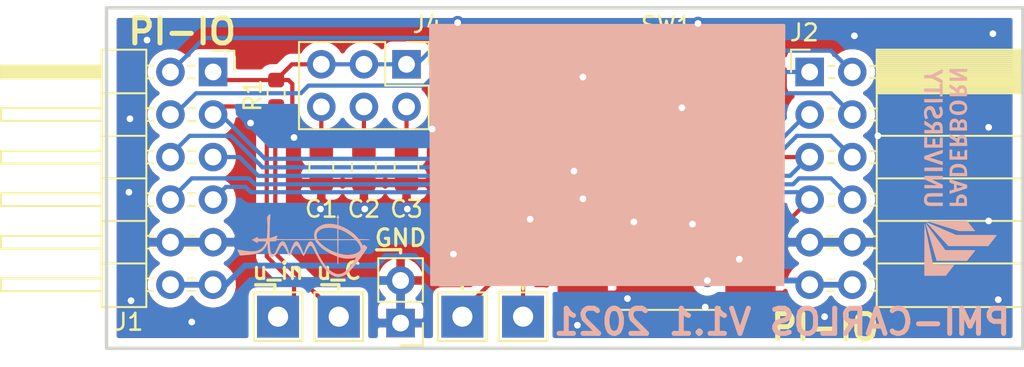
<source format=kicad_pcb>
(kicad_pcb (version 20171130) (host pcbnew 5.1.9+dfsg1-1)

  (general
    (thickness 1.6)
    (drawings 47)
    (tracks 163)
    (zones 0)
    (modules 19)
    (nets 14)
  )

  (page A4)
  (title_block
    (title PMI-CARLOS)
    (date 01.04.2021)
    (rev V1.1)
    (company "Paderborn University - Measurement Engineering Group")
  )

  (layers
    (0 F.Cu signal)
    (31 B.Cu signal)
    (32 B.Adhes user)
    (33 F.Adhes user)
    (34 B.Paste user)
    (35 F.Paste user)
    (36 B.SilkS user)
    (37 F.SilkS user)
    (38 B.Mask user)
    (39 F.Mask user)
    (40 Dwgs.User user)
    (41 Cmts.User user)
    (42 Eco1.User user)
    (43 Eco2.User user)
    (44 Edge.Cuts user)
    (45 Margin user)
    (46 B.CrtYd user hide)
    (47 F.CrtYd user)
    (48 B.Fab user hide)
    (49 F.Fab user hide)
  )

  (setup
    (last_trace_width 0.25)
    (trace_clearance 0.2)
    (zone_clearance 0.508)
    (zone_45_only no)
    (trace_min 0.2)
    (via_size 0.8)
    (via_drill 0.4)
    (via_min_size 0.4)
    (via_min_drill 0.3)
    (uvia_size 0.3)
    (uvia_drill 0.1)
    (uvias_allowed no)
    (uvia_min_size 0.2)
    (uvia_min_drill 0.1)
    (edge_width 0.15)
    (segment_width 0.2)
    (pcb_text_width 0.3)
    (pcb_text_size 1.5 1.5)
    (mod_edge_width 0.15)
    (mod_text_size 1 1)
    (mod_text_width 0.15)
    (pad_size 1.524 1.524)
    (pad_drill 0.762)
    (pad_to_mask_clearance 0.051)
    (solder_mask_min_width 0.25)
    (aux_axis_origin 0 0)
    (grid_origin 57.46 50)
    (visible_elements FFFFFF7F)
    (pcbplotparams
      (layerselection 0x010fc_ffffffff)
      (usegerberextensions false)
      (usegerberattributes false)
      (usegerberadvancedattributes false)
      (creategerberjobfile false)
      (excludeedgelayer true)
      (linewidth 0.100000)
      (plotframeref false)
      (viasonmask false)
      (mode 1)
      (useauxorigin false)
      (hpglpennumber 1)
      (hpglpenspeed 20)
      (hpglpendiameter 15.000000)
      (psnegative false)
      (psa4output false)
      (plotreference true)
      (plotvalue true)
      (plotinvisibletext false)
      (padsonsilk false)
      (subtractmaskfromsilk false)
      (outputformat 1)
      (mirror false)
      (drillshape 1)
      (scaleselection 1)
      (outputdirectory ""))
  )

  (net 0 "")
  (net 1 /C_SUPP)
  (net 2 /C_MEAS)
  (net 3 "Net-(J1-Pad7)")
  (net 4 "Net-(J1-Pad8)")
  (net 5 "Net-(J1-Pad9)")
  (net 6 "Net-(J1-Pad10)")
  (net 7 GND)
  (net 8 +3V3)
  (net 9 /C3_MEAS)
  (net 10 /C1_MEAS)
  (net 11 /C2_MEAS)
  (net 12 /~BUTTON_1)
  (net 13 /~BUTTON_2)

  (net_class Default "This is the default net class."
    (clearance 0.2)
    (trace_width 0.25)
    (via_dia 0.8)
    (via_drill 0.4)
    (uvia_dia 0.3)
    (uvia_drill 0.1)
    (add_net /C1_MEAS)
    (add_net /C2_MEAS)
    (add_net /C3_MEAS)
    (add_net /C_MEAS)
    (add_net /C_SUPP)
    (add_net /~BUTTON_1)
    (add_net /~BUTTON_2)
    (add_net GND)
    (add_net "Net-(J1-Pad10)")
    (add_net "Net-(J1-Pad7)")
    (add_net "Net-(J1-Pad8)")
    (add_net "Net-(J1-Pad9)")
  )

  (net_class Supply ""
    (clearance 0.2)
    (trace_width 0.35)
    (via_dia 0.8)
    (via_drill 0.4)
    (uvia_dia 0.3)
    (uvia_drill 0.1)
    (add_net +3V3)
  )

  (module Capacitor_SMD:C_0805_2012Metric (layer F.Cu) (tedit 5B36C52B) (tstamp 609674BE)
    (at 68.9916 55.6896 270)
    (descr "Capacitor SMD 0805 (2012 Metric), square (rectangular) end terminal, IPC_7351 nominal, (Body size source: https://docs.google.com/spreadsheets/d/1BsfQQcO9C6DZCsRaXUlFlo91Tg2WpOkGARC1WS5S8t0/edit?usp=sharing), generated with kicad-footprint-generator")
    (tags capacitor)
    (path /60877461)
    (attr smd)
    (fp_text reference C2 (at 2.4892 0 180) (layer F.SilkS)
      (effects (font (size 1 1) (thickness 0.15)))
    )
    (fp_text value 4.7µ (at 0 1.65 90) (layer F.Fab)
      (effects (font (size 1 1) (thickness 0.15)))
    )
    (fp_line (start -1 0.6) (end -1 -0.6) (layer F.Fab) (width 0.1))
    (fp_line (start -1 -0.6) (end 1 -0.6) (layer F.Fab) (width 0.1))
    (fp_line (start 1 -0.6) (end 1 0.6) (layer F.Fab) (width 0.1))
    (fp_line (start 1 0.6) (end -1 0.6) (layer F.Fab) (width 0.1))
    (fp_line (start -0.258578 -0.71) (end 0.258578 -0.71) (layer F.SilkS) (width 0.12))
    (fp_line (start -0.258578 0.71) (end 0.258578 0.71) (layer F.SilkS) (width 0.12))
    (fp_line (start -1.68 0.95) (end -1.68 -0.95) (layer F.CrtYd) (width 0.05))
    (fp_line (start -1.68 -0.95) (end 1.68 -0.95) (layer F.CrtYd) (width 0.05))
    (fp_line (start 1.68 -0.95) (end 1.68 0.95) (layer F.CrtYd) (width 0.05))
    (fp_line (start 1.68 0.95) (end -1.68 0.95) (layer F.CrtYd) (width 0.05))
    (fp_text user %R (at 0 0 90) (layer F.Fab)
      (effects (font (size 0.5 0.5) (thickness 0.08)))
    )
    (pad 1 smd roundrect (at -0.9375 0 270) (size 0.975 1.4) (layers F.Cu F.Paste F.Mask) (roundrect_rratio 0.25)
      (net 11 /C2_MEAS))
    (pad 2 smd roundrect (at 0.9375 0 270) (size 0.975 1.4) (layers F.Cu F.Paste F.Mask) (roundrect_rratio 0.25)
      (net 7 GND))
    (model ${KISYS3DMOD}/Capacitor_SMD.3dshapes/C_0805_2012Metric.wrl
      (at (xyz 0 0 0))
      (scale (xyz 1 1 1))
      (rotate (xyz 0 0 0))
    )
  )

  (module Capacitor_SMD:C_0805_2012Metric (layer F.Cu) (tedit 5B36C52B) (tstamp 60DDE21D)
    (at 71.5316 55.6896 270)
    (descr "Capacitor SMD 0805 (2012 Metric), square (rectangular) end terminal, IPC_7351 nominal, (Body size source: https://docs.google.com/spreadsheets/d/1BsfQQcO9C6DZCsRaXUlFlo91Tg2WpOkGARC1WS5S8t0/edit?usp=sharing), generated with kicad-footprint-generator")
    (tags capacitor)
    (path /608775B5)
    (attr smd)
    (fp_text reference C3 (at 2.4892 0 180) (layer F.SilkS)
      (effects (font (size 1 1) (thickness 0.15)))
    )
    (fp_text value 8.2µ (at 0 1.65 90) (layer F.Fab)
      (effects (font (size 1 1) (thickness 0.15)))
    )
    (fp_line (start 1.68 0.95) (end -1.68 0.95) (layer F.CrtYd) (width 0.05))
    (fp_line (start 1.68 -0.95) (end 1.68 0.95) (layer F.CrtYd) (width 0.05))
    (fp_line (start -1.68 -0.95) (end 1.68 -0.95) (layer F.CrtYd) (width 0.05))
    (fp_line (start -1.68 0.95) (end -1.68 -0.95) (layer F.CrtYd) (width 0.05))
    (fp_line (start -0.258578 0.71) (end 0.258578 0.71) (layer F.SilkS) (width 0.12))
    (fp_line (start -0.258578 -0.71) (end 0.258578 -0.71) (layer F.SilkS) (width 0.12))
    (fp_line (start 1 0.6) (end -1 0.6) (layer F.Fab) (width 0.1))
    (fp_line (start 1 -0.6) (end 1 0.6) (layer F.Fab) (width 0.1))
    (fp_line (start -1 -0.6) (end 1 -0.6) (layer F.Fab) (width 0.1))
    (fp_line (start -1 0.6) (end -1 -0.6) (layer F.Fab) (width 0.1))
    (fp_text user %R (at 0 0 90) (layer F.Fab)
      (effects (font (size 0.5 0.5) (thickness 0.08)))
    )
    (pad 2 smd roundrect (at 0.9375 0 270) (size 0.975 1.4) (layers F.Cu F.Paste F.Mask) (roundrect_rratio 0.25)
      (net 7 GND))
    (pad 1 smd roundrect (at -0.9375 0 270) (size 0.975 1.4) (layers F.Cu F.Paste F.Mask) (roundrect_rratio 0.25)
      (net 9 /C3_MEAS))
    (model ${KISYS3DMOD}/Capacitor_SMD.3dshapes/C_0805_2012Metric.wrl
      (at (xyz 0 0 0))
      (scale (xyz 1 1 1))
      (rotate (xyz 0 0 0))
    )
  )

  (module Capacitor_SMD:C_0805_2012Metric (layer F.Cu) (tedit 5B36C52B) (tstamp 6096735D)
    (at 66.4516 55.6896 270)
    (descr "Capacitor SMD 0805 (2012 Metric), square (rectangular) end terminal, IPC_7351 nominal, (Body size source: https://docs.google.com/spreadsheets/d/1BsfQQcO9C6DZCsRaXUlFlo91Tg2WpOkGARC1WS5S8t0/edit?usp=sharing), generated with kicad-footprint-generator")
    (tags capacitor)
    (path /608771B6)
    (attr smd)
    (fp_text reference C1 (at 2.4892 0) (layer F.SilkS)
      (effects (font (size 1 1) (thickness 0.15)))
    )
    (fp_text value 2.2µ (at 0 1.65 270) (layer F.Fab)
      (effects (font (size 1 1) (thickness 0.15)))
    )
    (fp_line (start -1 0.6) (end -1 -0.6) (layer F.Fab) (width 0.1))
    (fp_line (start -1 -0.6) (end 1 -0.6) (layer F.Fab) (width 0.1))
    (fp_line (start 1 -0.6) (end 1 0.6) (layer F.Fab) (width 0.1))
    (fp_line (start 1 0.6) (end -1 0.6) (layer F.Fab) (width 0.1))
    (fp_line (start -0.258578 -0.71) (end 0.258578 -0.71) (layer F.SilkS) (width 0.12))
    (fp_line (start -0.258578 0.71) (end 0.258578 0.71) (layer F.SilkS) (width 0.12))
    (fp_line (start -1.68 0.95) (end -1.68 -0.95) (layer F.CrtYd) (width 0.05))
    (fp_line (start -1.68 -0.95) (end 1.68 -0.95) (layer F.CrtYd) (width 0.05))
    (fp_line (start 1.68 -0.95) (end 1.68 0.95) (layer F.CrtYd) (width 0.05))
    (fp_line (start 1.68 0.95) (end -1.68 0.95) (layer F.CrtYd) (width 0.05))
    (fp_text user %R (at 0 0 270) (layer F.Fab)
      (effects (font (size 0.5 0.5) (thickness 0.08)))
    )
    (pad 1 smd roundrect (at -0.9375 0 270) (size 0.975 1.4) (layers F.Cu F.Paste F.Mask) (roundrect_rratio 0.25)
      (net 10 /C1_MEAS))
    (pad 2 smd roundrect (at 0.9375 0 270) (size 0.975 1.4) (layers F.Cu F.Paste F.Mask) (roundrect_rratio 0.25)
      (net 7 GND))
    (model ${KISYS3DMOD}/Capacitor_SMD.3dshapes/C_0805_2012Metric.wrl
      (at (xyz 0 0 0))
      (scale (xyz 1 1 1))
      (rotate (xyz 0 0 0))
    )
  )

  (module TestPoint:TestPoint_THTPad_2.5x2.5mm_Drill1.2mm (layer F.Cu) (tedit 60895F92) (tstamp 60895BEC)
    (at 74.859 64.605 180)
    (descr "THT rectangular pad as test Point, square 2.5mm side length, hole diameter 1.2mm")
    (tags "test point THT pad rectangle square")
    (path /6088AFD5)
    (attr virtual)
    (fp_text reference TP3 (at 0 -2.148 180) (layer F.SilkS) hide
      (effects (font (size 1 1) (thickness 0.15)))
    )
    (fp_text value TestPoint_Probe (at 0 2.25 180) (layer F.Fab)
      (effects (font (size 1 1) (thickness 0.15)))
    )
    (fp_line (start 1.75 1.75) (end -1.75 1.75) (layer F.CrtYd) (width 0.05))
    (fp_line (start 1.75 1.75) (end 1.75 -1.75) (layer F.CrtYd) (width 0.05))
    (fp_line (start -1.75 -1.75) (end -1.75 1.75) (layer F.CrtYd) (width 0.05))
    (fp_line (start -1.75 -1.75) (end 1.75 -1.75) (layer F.CrtYd) (width 0.05))
    (fp_line (start -1.45 1.45) (end -1.45 -1.45) (layer F.SilkS) (width 0.12))
    (fp_line (start 1.45 1.45) (end -1.45 1.45) (layer F.SilkS) (width 0.12))
    (fp_line (start 1.45 -1.45) (end 1.45 1.45) (layer F.SilkS) (width 0.12))
    (fp_line (start -1.45 -1.45) (end 1.45 -1.45) (layer F.SilkS) (width 0.12))
    (fp_text user %R (at 0 -2.15 180) (layer F.Fab)
      (effects (font (size 1 1) (thickness 0.15)))
    )
    (pad 1 thru_hole rect (at 0 0 180) (size 2.5 2.5) (drill 1.2) (layers *.Cu *.Mask)
      (net 12 /~BUTTON_1))
  )

  (module Button_Switch-emt:SW_SPST_SCHURTER_1301.93XX (layer F.Cu) (tedit 6087F9EF) (tstamp 608A89EA)
    (at 87.0345 61.049 180)
    (descr "Surface Mount Tactile Switch for High-Density Packaging")
    (tags "Tactile Switch")
    (path /608A9F92)
    (attr smd)
    (fp_text reference SW2 (at 0.0089 3.8862) (layer F.SilkS)
      (effects (font (size 1 1) (thickness 0.15)))
    )
    (fp_text value Button1 (at 0 4.5) (layer F.Fab)
      (effects (font (size 1 1) (thickness 0.15)))
    )
    (fp_line (start -3 3) (end -3 -3) (layer F.Fab) (width 0.1))
    (fp_line (start 3 3) (end -3 3) (layer F.Fab) (width 0.1))
    (fp_line (start 3 -3) (end 3 3) (layer F.Fab) (width 0.1))
    (fp_line (start -3 -3) (end 3 -3) (layer F.Fab) (width 0.1))
    (fp_circle (center 0 0) (end 1.75 0) (layer F.Fab) (width 0.1))
    (fp_line (start 3.15 -1.55) (end 3.15 1.55) (layer F.SilkS) (width 0.12))
    (fp_line (start -3.15 3.15) (end -3.15 3) (layer F.SilkS) (width 0.12))
    (fp_line (start 3.15 3.15) (end -3.15 3.15) (layer F.SilkS) (width 0.12))
    (fp_line (start 3.15 3) (end 3.15 3.15) (layer F.SilkS) (width 0.12))
    (fp_line (start -3.15 1.55) (end -3.15 -1.55) (layer F.SilkS) (width 0.12))
    (fp_line (start 3.15 -3.15) (end 3.15 -3) (layer F.SilkS) (width 0.12))
    (fp_line (start -3.15 -3.15) (end 3.15 -3.15) (layer F.SilkS) (width 0.12))
    (fp_line (start -3.15 -3) (end -3.15 -3.15) (layer F.SilkS) (width 0.12))
    (fp_line (start -5.7 -3.3) (end -5.7 3.3) (layer F.CrtYd) (width 0.05))
    (fp_line (start 5.7 -3.3) (end -5.7 -3.3) (layer F.CrtYd) (width 0.05))
    (fp_line (start 5.7 3.3) (end 5.7 -3.3) (layer F.CrtYd) (width 0.05))
    (fp_line (start -5.7 3.3) (end 5.7 3.3) (layer F.CrtYd) (width 0.05))
    (fp_text user %R (at 0 -4.5) (layer F.Fab)
      (effects (font (size 1 1) (thickness 0.15)))
    )
    (pad 2 smd rect (at 5 2.25 180) (size 3 1.4) (layers F.Cu F.Paste F.Mask)
      (net 13 /~BUTTON_2))
    (pad 2 smd rect (at -5 2.25 180) (size 3 1.4) (layers F.Cu F.Paste F.Mask)
      (net 13 /~BUTTON_2))
    (pad 1 smd rect (at 5 -2.25 180) (size 3 1.4) (layers F.Cu F.Paste F.Mask)
      (net 7 GND))
    (pad 1 smd rect (at -5 -2.25 180) (size 3 1.4) (layers F.Cu F.Paste F.Mask)
      (net 7 GND))
  )

  (module Button_Switch-emt:SW_SPST_SCHURTER_1301.93XX (layer F.Cu) (tedit 6087F9EF) (tstamp 608AE64C)
    (at 87.0345 51.052)
    (descr "Surface Mount Tactile Switch for High-Density Packaging")
    (tags "Tactile Switch")
    (path /60894F95)
    (attr smd)
    (fp_text reference SW1 (at -0.0089 -3.846) (layer F.SilkS)
      (effects (font (size 1 1) (thickness 0.15)))
    )
    (fp_text value Button1 (at 0 4.5) (layer F.Fab)
      (effects (font (size 1 1) (thickness 0.15)))
    )
    (fp_line (start -3 3) (end -3 -3) (layer F.Fab) (width 0.1))
    (fp_line (start 3 3) (end -3 3) (layer F.Fab) (width 0.1))
    (fp_line (start 3 -3) (end 3 3) (layer F.Fab) (width 0.1))
    (fp_line (start -3 -3) (end 3 -3) (layer F.Fab) (width 0.1))
    (fp_circle (center 0 0) (end 1.75 0) (layer F.Fab) (width 0.1))
    (fp_line (start 3.15 -1.55) (end 3.15 1.55) (layer F.SilkS) (width 0.12))
    (fp_line (start -3.15 3.15) (end -3.15 3) (layer F.SilkS) (width 0.12))
    (fp_line (start 3.15 3.15) (end -3.15 3.15) (layer F.SilkS) (width 0.12))
    (fp_line (start 3.15 3) (end 3.15 3.15) (layer F.SilkS) (width 0.12))
    (fp_line (start -3.15 1.55) (end -3.15 -1.55) (layer F.SilkS) (width 0.12))
    (fp_line (start 3.15 -3.15) (end 3.15 -3) (layer F.SilkS) (width 0.12))
    (fp_line (start -3.15 -3.15) (end 3.15 -3.15) (layer F.SilkS) (width 0.12))
    (fp_line (start -3.15 -3) (end -3.15 -3.15) (layer F.SilkS) (width 0.12))
    (fp_line (start -5.7 -3.3) (end -5.7 3.3) (layer F.CrtYd) (width 0.05))
    (fp_line (start 5.7 -3.3) (end -5.7 -3.3) (layer F.CrtYd) (width 0.05))
    (fp_line (start 5.7 3.3) (end 5.7 -3.3) (layer F.CrtYd) (width 0.05))
    (fp_line (start -5.7 3.3) (end 5.7 3.3) (layer F.CrtYd) (width 0.05))
    (fp_text user %R (at 0 -4.5) (layer F.Fab)
      (effects (font (size 1 1) (thickness 0.15)))
    )
    (pad 1 smd rect (at -5 -2.25) (size 3 1.4) (layers F.Cu F.Paste F.Mask)
      (net 7 GND))
    (pad 1 smd rect (at 5 -2.25) (size 3 1.4) (layers F.Cu F.Paste F.Mask)
      (net 7 GND))
    (pad 2 smd rect (at -5 2.25) (size 3 1.4) (layers F.Cu F.Paste F.Mask)
      (net 12 /~BUTTON_1))
    (pad 2 smd rect (at 5 2.25) (size 3 1.4) (layers F.Cu F.Paste F.Mask)
      (net 12 /~BUTTON_1))
  )

  (module Symbol-emt:EMT-Logo_5.1x2.5mm_Silkscreen (layer F.Cu) (tedit 60895ECA) (tstamp 608B23EF)
    (at 77.2339 48.7808)
    (descr EMT-Logo)
    (tags EMT-Logo)
    (path /608960E2)
    (attr virtual)
    (fp_text reference H3 (at 0 -2.54) (layer F.SilkS) hide
      (effects (font (size 1 1) (thickness 0.15)))
    )
    (fp_text value EMT-Logo-front (at 0 2.54) (layer F.Fab)
      (effects (font (size 1 1) (thickness 0.15)))
    )
    (fp_line (start -2.54 1.27) (end -2.54 -1.27) (layer F.CrtYd) (width 0.05))
    (fp_line (start 2.54 1.27) (end -2.54 1.27) (layer F.CrtYd) (width 0.05))
    (fp_line (start 2.54 -1.27) (end 2.54 1.27) (layer F.CrtYd) (width 0.05))
    (fp_line (start -2.54 -1.27) (end 2.54 -1.27) (layer F.CrtYd) (width 0.05))
    (fp_poly (pts (xy 1.243014 -1.158797) (xy 1.250252 -1.153188) (xy 1.25935 -1.144467) (xy 1.269764 -1.133146)
      (xy 1.278524 -1.12275) (xy 1.287344 -1.112227) (xy 1.297979 -1.100019) (xy 1.308708 -1.088085)
      (xy 1.313524 -1.082884) (xy 1.325341 -1.069217) (xy 1.334128 -1.056198) (xy 1.340103 -1.042916)
      (xy 1.343485 -1.028457) (xy 1.344491 -1.01191) (xy 1.34334 -0.992363) (xy 1.340463 -0.97028)
      (xy 1.337898 -0.952781) (xy 1.335761 -0.936334) (xy 1.333968 -0.91998) (xy 1.33244 -0.902755)
      (xy 1.331093 -0.883697) (xy 1.329846 -0.861844) (xy 1.328616 -0.836234) (xy 1.328145 -0.8255)
      (xy 1.326984 -0.792372) (xy 1.326313 -0.757807) (xy 1.326142 -0.721414) (xy 1.326483 -0.682802)
      (xy 1.327345 -0.641579) (xy 1.328741 -0.597355) (xy 1.33068 -0.549737) (xy 1.333174 -0.498335)
      (xy 1.336233 -0.442758) (xy 1.339868 -0.382614) (xy 1.340763 -0.36848) (xy 1.34747 -0.263249)
      (xy 1.354965 -0.261248) (xy 1.361469 -0.259974) (xy 1.372217 -0.258407) (xy 1.386389 -0.256636)
      (xy 1.403162 -0.254751) (xy 1.421717 -0.252843) (xy 1.441231 -0.251002) (xy 1.460885 -0.249318)
      (xy 1.47066 -0.248551) (xy 1.486799 -0.247542) (xy 1.505609 -0.246719) (xy 1.526364 -0.246083)
      (xy 1.548337 -0.245635) (xy 1.570803 -0.245374) (xy 1.593035 -0.245302) (xy 1.614307 -0.245418)
      (xy 1.633893 -0.245723) (xy 1.651066 -0.246216) (xy 1.665101 -0.246899) (xy 1.675271 -0.247772)
      (xy 1.679554 -0.248461) (xy 1.689175 -0.251233) (xy 1.695581 -0.254955) (xy 1.699399 -0.260619)
      (xy 1.701261 -0.269219) (xy 1.701795 -0.281748) (xy 1.7018 -0.283568) (xy 1.701972 -0.29376)
      (xy 1.702428 -0.302253) (xy 1.70308 -0.30755) (xy 1.703269 -0.308215) (xy 1.704828 -0.309326)
      (xy 1.708367 -0.308436) (xy 1.714497 -0.305256) (xy 1.723833 -0.299498) (xy 1.729375 -0.295902)
      (xy 1.750791 -0.282579) (xy 1.775327 -0.268496) (xy 1.801335 -0.254526) (xy 1.827166 -0.241545)
      (xy 1.851173 -0.230429) (xy 1.858992 -0.227076) (xy 1.870945 -0.221879) (xy 1.881255 -0.217014)
      (xy 1.888974 -0.212959) (xy 1.893153 -0.210188) (xy 1.893526 -0.209762) (xy 1.894545 -0.206415)
      (xy 1.892772 -0.203136) (xy 1.88767 -0.199526) (xy 1.8787 -0.195188) (xy 1.867637 -0.190632)
      (xy 1.852877 -0.184051) (xy 1.835226 -0.174984) (xy 1.815723 -0.164073) (xy 1.795411 -0.151962)
      (xy 1.775331 -0.139291) (xy 1.756522 -0.126704) (xy 1.740027 -0.114843) (xy 1.726887 -0.10435)
      (xy 1.724723 -0.102445) (xy 1.718145 -0.096887) (xy 1.713452 -0.094306) (xy 1.710167 -0.095127)
      (xy 1.707813 -0.099774) (xy 1.705913 -0.108672) (xy 1.704189 -0.120726) (xy 1.702765 -0.131197)
      (xy 1.7015 -0.139877) (xy 1.700592 -0.145436) (xy 1.700356 -0.146552) (xy 1.69749 -0.149327)
      (xy 1.690337 -0.151867) (xy 1.678672 -0.154224) (xy 1.662266 -0.15645) (xy 1.65227 -0.157525)
      (xy 1.644723 -0.158029) (xy 1.633251 -0.158461) (xy 1.618427 -0.15882) (xy 1.600827 -0.159107)
      (xy 1.581024 -0.159325) (xy 1.559592 -0.159473) (xy 1.537105 -0.159554) (xy 1.514138 -0.159567)
      (xy 1.491264 -0.159515) (xy 1.469058 -0.159397) (xy 1.448094 -0.159216) (xy 1.428945 -0.158972)
      (xy 1.412187 -0.158667) (xy 1.398393 -0.1583) (xy 1.388137 -0.157874) (xy 1.381993 -0.15739)
      (xy 1.380455 -0.157025) (xy 1.379908 -0.153352) (xy 1.380988 -0.145753) (xy 1.383444 -0.135023)
      (xy 1.387027 -0.121956) (xy 1.391487 -0.107348) (xy 1.396575 -0.091993) (xy 1.402042 -0.076686)
      (xy 1.407637 -0.062222) (xy 1.413111 -0.049396) (xy 1.416464 -0.042358) (xy 1.440365 0.000047)
      (xy 1.467525 0.038652) (xy 1.498217 0.07376) (xy 1.532714 0.105677) (xy 1.57129 0.134708)
      (xy 1.581092 0.14122) (xy 1.608758 0.157671) (xy 1.639532 0.173379) (xy 1.671631 0.187538)
      (xy 1.703274 0.199346) (xy 1.723924 0.205704) (xy 1.752055 0.212085) (xy 1.784674 0.216959)
      (xy 1.821422 0.220336) (xy 1.861938 0.222228) (xy 1.905864 0.222645) (xy 1.95284 0.221597)
      (xy 2.002505 0.219094) (xy 2.0545 0.215147) (xy 2.108464 0.209766) (xy 2.16404 0.202962)
      (xy 2.220865 0.194745) (xy 2.24663 0.190608) (xy 2.278304 0.185162) (xy 2.308358 0.179594)
      (xy 2.336028 0.17406) (xy 2.360549 0.168716) (xy 2.381156 0.163718) (xy 2.389473 0.161477)
      (xy 2.40282 0.157869) (xy 2.41219 0.155825) (xy 2.418436 0.155342) (xy 2.422414 0.156415)
      (xy 2.424977 0.159038) (xy 2.426159 0.161284) (xy 2.427644 0.169136) (xy 2.426188 0.17999)
      (xy 2.421717 0.194091) (xy 2.414157 0.211684) (xy 2.406008 0.228107) (xy 2.395474 0.248438)
      (xy 2.387005 0.2649) (xy 2.380325 0.278132) (xy 2.375157 0.288772) (xy 2.371225 0.297461)
      (xy 2.368251 0.304836) (xy 2.365959 0.311536) (xy 2.364071 0.318201) (xy 2.362312 0.325468)
      (xy 2.36068 0.33274) (xy 2.357942 0.344418) (xy 2.355353 0.354304) (xy 2.353214 0.361318)
      (xy 2.351876 0.364334) (xy 2.348325 0.36514) (xy 2.340245 0.365263) (xy 2.328139 0.364714)
      (xy 2.314603 0.363685) (xy 2.305763 0.362937) (xy 2.292418 0.361835) (xy 2.275129 0.360424)
      (xy 2.254455 0.358749) (xy 2.230957 0.356855) (xy 2.205193 0.354787) (xy 2.177724 0.352591)
      (xy 2.14911 0.350311) (xy 2.119911 0.347993) (xy 2.11963 0.347971) (xy 2.090356 0.345636)
      (xy 2.061607 0.343311) (xy 2.033952 0.341046) (xy 2.007957 0.338889) (xy 1.98419 0.336886)
      (xy 1.963219 0.335086) (xy 1.945612 0.333536) (xy 1.931936 0.332285) (xy 1.92278 0.331382)
      (xy 1.862146 0.323684) (xy 1.805863 0.313874) (xy 1.753611 0.301839) (xy 1.70507 0.287468)
      (xy 1.659922 0.270649) (xy 1.617848 0.251272) (xy 1.578528 0.229224) (xy 1.541643 0.204393)
      (xy 1.526368 0.192766) (xy 1.503503 0.173064) (xy 1.479865 0.14965) (xy 1.456377 0.123599)
      (xy 1.433966 0.095987) (xy 1.413556 0.06789) (xy 1.397723 0.04318) (xy 1.389309 0.028407)
      (xy 1.37983 0.010681) (xy 1.369937 -0.008681) (xy 1.360285 -0.028359) (xy 1.351524 -0.047035)
      (xy 1.344308 -0.063391) (xy 1.341156 -0.07112) (xy 1.337233 -0.080894) (xy 1.333839 -0.088864)
      (xy 1.331492 -0.093835) (xy 1.330901 -0.094793) (xy 1.330259 -0.093045) (xy 1.329538 -0.086948)
      (xy 1.328794 -0.077234) (xy 1.328082 -0.064632) (xy 1.327455 -0.049872) (xy 1.327382 -0.047803)
      (xy 1.326664 -0.028313) (xy 1.325765 -0.005822) (xy 1.324773 0.0176) (xy 1.323774 0.039882)
      (xy 1.323134 0.05334) (xy 1.319633 0.108994) (xy 1.314799 0.159822) (xy 1.308604 0.205905)
      (xy 1.301023 0.247326) (xy 1.292028 0.284167) (xy 1.281593 0.31651) (xy 1.269691 0.344438)
      (xy 1.256295 0.368032) (xy 1.24138 0.387376) (xy 1.224917 0.402551) (xy 1.206881 0.413639)
      (xy 1.206221 0.413954) (xy 1.185724 0.420877) (xy 1.163835 0.422984) (xy 1.140733 0.420288)
      (xy 1.1166 0.412805) (xy 1.10109 0.405712) (xy 1.085069 0.395683) (xy 1.067659 0.381507)
      (xy 1.049361 0.363751) (xy 1.030677 0.342983) (xy 1.012108 0.319769) (xy 0.994156 0.294679)
      (xy 0.97732 0.268279) (xy 0.972538 0.260145) (xy 0.96782 0.251766) (xy 0.96121 0.239751)
      (xy 0.953173 0.22496) (xy 0.944176 0.208256) (xy 0.934685 0.190501) (xy 0.92555 0.173281)
      (xy 0.909897 0.143864) (xy 0.896182 0.118571) (xy 0.884127 0.096957) (xy 0.873454 0.078574)
      (xy 0.863886 0.062976) (xy 0.855146 0.049717) (xy 0.846955 0.038349) (xy 0.839036 0.028426)
      (xy 0.831112 0.019501) (xy 0.827883 0.016114) (xy 0.813935 0.003758) (xy 0.799914 -0.004929)
      (xy 0.786584 -0.009526) (xy 0.780153 -0.01016) (xy 0.770379 -0.008122) (xy 0.758792 -0.002413)
      (xy 0.746319 0.006358) (xy 0.733884 0.01758) (xy 0.727324 0.024659) (xy 0.716238 0.038129)
      (xy 0.704803 0.05345) (xy 0.692861 0.070899) (xy 0.680255 0.090758) (xy 0.666828 0.113307)
      (xy 0.652422 0.138824) (xy 0.63688 0.167589) (xy 0.620045 0.199883) (xy 0.601759 0.235984)
      (xy 0.581865 0.276173) (xy 0.560206 0.32073) (xy 0.556573 0.328268) (xy 0.547803 0.346279)
      (xy 0.540804 0.360133) (xy 0.535294 0.370324) (xy 0.530993 0.377342) (xy 0.527618 0.381679)
      (xy 0.52489 0.383826) (xy 0.524763 0.383886) (xy 0.518994 0.385518) (xy 0.51449 0.383696)
      (xy 0.51396 0.383278) (xy 0.511856 0.380224) (xy 0.507834 0.373143) (xy 0.502181 0.362582)
      (xy 0.495181 0.349092) (xy 0.487121 0.333222) (xy 0.478286 0.315521) (xy 0.470514 0.29972)
      (xy 0.456333 0.27073) (xy 0.444104 0.24582) (xy 0.433573 0.224494) (xy 0.424484 0.206255)
      (xy 0.416582 0.190608) (xy 0.409611 0.177056) (xy 0.403317 0.165105) (xy 0.397443 0.154258)
      (xy 0.391736 0.144018) (xy 0.38594 0.133892) (xy 0.379799 0.123381) (xy 0.379463 0.122811)
      (xy 0.360266 0.091865) (xy 0.342 0.065833) (xy 0.324583 0.044648) (xy 0.307933 0.028248)
      (xy 0.291967 0.016566) (xy 0.276602 0.009539) (xy 0.261755 0.007101) (xy 0.247343 0.009189)
      (xy 0.238598 0.012724) (xy 0.22843 0.019365) (xy 0.216409 0.029697) (xy 0.203204 0.043002)
      (xy 0.189481 0.05856) (xy 0.175907 0.075652) (xy 0.163151 0.093559) (xy 0.162024 0.09525)
      (xy 0.151958 0.110672) (xy 0.142353 0.125934) (xy 0.132885 0.141617) (xy 0.12323 0.158307)
      (xy 0.113066 0.176585) (xy 0.102068 0.197036) (xy 0.089913 0.220241) (xy 0.076278 0.246785)
      (xy 0.06084 0.277252) (xy 0.058396 0.2821) (xy 0.04823 0.302194) (xy 0.038584 0.321077)
      (xy 0.029739 0.338217) (xy 0.021973 0.353081) (xy 0.015565 0.365136) (xy 0.010793 0.373851)
      (xy 0.007937 0.378692) (xy 0.007539 0.379255) (xy 0.000817 0.384755) (xy -0.006434 0.385652)
      (xy -0.013176 0.38185) (xy -0.013731 0.381264) (xy -0.015763 0.377952) (xy -0.019692 0.37057)
      (xy -0.025255 0.359646) (xy -0.032189 0.345709) (xy -0.040233 0.329287) (xy -0.049124 0.310909)
      (xy -0.0586 0.291102) (xy -0.060716 0.286649) (xy -0.07297 0.260847) (xy -0.083324 0.239091)
      (xy -0.092052 0.220838) (xy -0.099429 0.205543) (xy -0.105729 0.19266) (xy -0.111225 0.181645)
      (xy -0.116192 0.171953) (xy -0.120903 0.16304) (xy -0.125633 0.154361) (xy -0.130656 0.145371)
      (xy -0.136245 0.135526) (xy -0.140392 0.12827) (xy -0.158699 0.097547) (xy -0.175792 0.07154)
      (xy -0.191815 0.050067) (xy -0.206909 0.032949) (xy -0.221218 0.020005) (xy -0.232337 0.012454)
      (xy -0.246246 0.006578) (xy -0.260269 0.004946) (xy -0.274518 0.007648) (xy -0.289109 0.014774)
      (xy -0.304156 0.026413) (xy -0.319774 0.042657) (xy -0.336076 0.063594) (xy -0.353177 0.089314)
      (xy -0.371191 0.119909) (xy -0.373019 0.12319) (xy -0.377655 0.131889) (xy -0.384096 0.14448)
      (xy -0.391995 0.160254) (xy -0.401 0.178503) (xy -0.410764 0.198517) (xy -0.420936 0.219589)
      (xy -0.431168 0.241009) (xy -0.431908 0.24257) (xy -0.472689 0.326503) (xy -0.513787 0.407131)
      (xy -0.555102 0.484296) (xy -0.596532 0.557839) (xy -0.637973 0.6276) (xy -0.679324 0.693422)
      (xy -0.720484 0.755145) (xy -0.761349 0.812611) (xy -0.801818 0.865661) (xy -0.841789 0.914136)
      (xy -0.881159 0.957878) (xy -0.91215 0.989352) (xy -0.93382 1.009949) (xy -0.953563 1.027617)
      (xy -0.97264 1.043385) (xy -0.992311 1.05828) (xy -1.013836 1.073329) (xy -1.02108 1.078186)
      (xy -1.054806 1.099034) (xy -1.089516 1.117538) (xy -1.124114 1.133182) (xy -1.157504 1.145451)
      (xy -1.174807 1.150533) (xy -1.205108 1.157371) (xy -1.23456 1.16141) (xy -1.264617 1.162738)
      (xy -1.296734 1.161445) (xy -1.31875 1.159317) (xy -1.369653 1.151631) (xy -1.417158 1.140579)
      (xy -1.461846 1.125956) (xy -1.504297 1.107557) (xy -1.545091 1.085175) (xy -1.566327 1.071567)
      (xy -1.585233 1.058247) (xy -1.604282 1.043562) (xy -1.62409 1.026979) (xy -1.64527 1.007968)
      (xy -1.668436 0.985996) (xy -1.691817 0.962925) (xy -1.710943 0.943569) (xy -1.729408 0.92444)
      (xy -1.747509 0.905184) (xy -1.765542 0.885449) (xy -1.783803 0.86488) (xy -1.802589 0.843124)
      (xy -1.822197 0.819828) (xy -1.842922 0.794638) (xy -1.865062 0.767201) (xy -1.888913 0.737163)
      (xy -1.914771 0.704172) (xy -1.942932 0.667873) (xy -1.973695 0.627913) (xy -1.982868 0.61595)
      (xy -2.005332 0.586596) (xy -2.025156 0.560585) (xy -2.042799 0.537275) (xy -2.058721 0.516024)
      (xy -2.073382 0.496189) (xy -2.087239 0.477129) (xy -2.100754 0.4582) (xy -2.114384 0.438761)
      (xy -2.122863 0.426469) (xy -1.96001 0.426469) (xy -1.9598 0.428415) (xy -1.957659 0.432879)
      (xy -1.953316 0.441063) (xy -1.947146 0.452311) (xy -1.939524 0.465966) (xy -1.930825 0.481371)
      (xy -1.921423 0.497869) (xy -1.911695 0.514803) (xy -1.902015 0.531517) (xy -1.892758 0.547354)
      (xy -1.884299 0.561656) (xy -1.877014 0.573767) (xy -1.87401 0.578664) (xy -1.851488 0.613806)
      (xy -1.826024 0.651348) (xy -1.798398 0.690236) (xy -1.769394 0.729416) (xy -1.739794 0.767835)
      (xy -1.71038 0.804439) (xy -1.681935 0.838175) (xy -1.677488 0.84328) (xy -1.663914 0.858242)
      (xy -1.647605 0.875351) (xy -1.629558 0.89363) (xy -1.610765 0.912105) (xy -1.59222 0.929798)
      (xy -1.574918 0.945735) (xy -1.559854 0.95894) (xy -1.55829 0.960255) (xy -1.525942 0.98588)
      (xy -1.495006 1.007253) (xy -1.464756 1.02473) (xy -1.434468 1.038668) (xy -1.403416 1.049423)
      (xy -1.370876 1.057352) (xy -1.355063 1.060172) (xy -1.341293 1.06233) (xy -1.330362 1.06388)
      (xy -1.320843 1.064935) (xy -1.31131 1.065611) (xy -1.300335 1.066019) (xy -1.28649 1.066276)
      (xy -1.277157 1.066393) (xy -1.261994 1.066447) (xy -1.250206 1.066075) (xy -1.240094 1.065089)
      (xy -1.229959 1.0633) (xy -1.218102 1.06052) (xy -1.213382 1.059317) (xy -1.174505 1.047254)
      (xy -1.134061 1.030794) (xy -1.092537 1.010187) (xy -1.050419 0.985681) (xy -1.008192 0.957527)
      (xy -0.991012 0.945027) (xy -0.972611 0.930378) (xy -0.952059 0.91241) (xy -0.930161 0.891933)
      (xy -0.907725 0.869759) (xy -0.885556 0.846696) (xy -0.864462 0.823557) (xy -0.845249 0.801152)
      (xy -0.834147 0.787361) (xy -0.82246 0.772111) (xy -0.808462 0.753368) (xy -0.79267 0.731857)
      (xy -0.775603 0.708302) (xy -0.757777 0.683431) (xy -0.73971 0.657969) (xy -0.72192 0.632641)
      (xy -0.704925 0.608173) (xy -0.689243 0.58529) (xy -0.676524 0.56642) (xy -0.662601 0.545329)
      (xy -0.650115 0.525865) (xy -0.638515 0.507087) (xy -0.627251 0.488054) (xy -0.615774 0.467824)
      (xy -0.603535 0.445456) (xy -0.589982 0.420009) (xy -0.581029 0.402945) (xy -0.564443 0.370981)
      (xy -0.549898 0.342434) (xy -0.536923 0.316304) (xy -0.525049 0.29159) (xy -0.513805 0.267295)
      (xy -0.50272 0.242417) (xy -0.491324 0.215958) (xy -0.479148 0.186918) (xy -0.477474 0.18288)
      (xy -0.460164 0.141259) (xy -0.444508 0.104068) (xy -0.430343 0.07099) (xy -0.417507 0.04171)
      (xy -0.405835 0.015913) (xy -0.395167 -0.006715) (xy -0.385338 -0.026492) (xy -0.376187 -0.043731)
      (xy -0.36755 -0.058749) (xy -0.359265 -0.07186) (xy -0.351169 -0.083379) (xy -0.3431 -0.093623)
      (xy -0.334894 -0.102906) (xy -0.326389 -0.111544) (xy -0.32467 -0.113192) (xy -0.310995 -0.125381)
      (xy -0.299054 -0.133946) (xy -0.287679 -0.139438) (xy -0.275704 -0.142402) (xy -0.261962 -0.143388)
      (xy -0.26035 -0.143399) (xy -0.248568 -0.143022) (xy -0.239064 -0.141451) (xy -0.230661 -0.138105)
      (xy -0.222183 -0.132405) (xy -0.212452 -0.123769) (xy -0.204425 -0.11583) (xy -0.190289 -0.10006)
      (xy -0.176306 -0.081428) (xy -0.162335 -0.059653) (xy -0.148235 -0.034458) (xy -0.133864 -0.005564)
      (xy -0.119082 0.027308) (xy -0.103747 0.064435) (xy -0.087719 0.106097) (xy -0.076808 0.13589)
      (xy -0.070425 0.15368) (xy -0.064378 0.170644) (xy -0.058955 0.185966) (xy -0.054442 0.198829)
      (xy -0.051129 0.208419) (xy -0.049479 0.21336) (xy -0.045923 0.224021) (xy -0.041397 0.236922)
      (xy -0.036242 0.251165) (xy -0.030796 0.26585) (xy -0.025401 0.280081) (xy -0.020395 0.292958)
      (xy -0.016119 0.303585) (xy -0.012913 0.311062) (xy -0.011311 0.314228) (xy -0.006393 0.319174)
      (xy -0.001558 0.319057) (xy 0.003018 0.313894) (xy 0.003618 0.312789) (xy 0.006527 0.306392)
      (xy 0.010854 0.295819) (xy 0.016361 0.281695) (xy 0.022808 0.264646) (xy 0.029957 0.245299)
      (xy 0.037569 0.224279) (xy 0.040564 0.2159) (xy 0.056079 0.172919) (xy 0.070486 0.134297)
      (xy 0.084003 0.09949) (xy 0.096849 0.067953) (xy 0.109242 0.039141) (xy 0.121399 0.012509)
      (xy 0.125539 0.00381) (xy 0.144142 -0.032628) (xy 0.162473 -0.06401) (xy 0.180551 -0.090352)
      (xy 0.198396 -0.111671) (xy 0.216028 -0.127982) (xy 0.233467 -0.139302) (xy 0.250732 -0.145646)
      (xy 0.267843 -0.14703) (xy 0.28482 -0.143471) (xy 0.298855 -0.136754) (xy 0.314664 -0.124854)
      (xy 0.330902 -0.107926) (xy 0.347551 -0.086001) (xy 0.364597 -0.059111) (xy 0.382021 -0.027289)
      (xy 0.399809 0.009435) (xy 0.417943 0.051026) (xy 0.436408 0.097455) (xy 0.455188 0.148689)
      (xy 0.474264 0.204695) (xy 0.476274 0.21082) (xy 0.484202 0.234494) (xy 0.491823 0.256154)
      (xy 0.498963 0.275368) (xy 0.505446 0.291706) (xy 0.511097 0.304735) (xy 0.515741 0.314026)
      (xy 0.519203 0.319147) (xy 0.520662 0.32004) (xy 0.521925 0.319736) (xy 0.523248 0.318518)
      (xy 0.524795 0.315925) (xy 0.526732 0.311494) (xy 0.529226 0.304766) (xy 0.532441 0.295277)
      (xy 0.536545 0.282568) (xy 0.541702 0.266176) (xy 0.548078 0.245641) (xy 0.552197 0.232311)
      (xy 0.567896 0.182363) (xy 0.582738 0.137097) (xy 0.59685 0.096213) (xy 0.610361 0.05941)
      (xy 0.623398 0.026387) (xy 0.636088 -0.003156) (xy 0.648559 -0.02952) (xy 0.660939 -0.053007)
      (xy 0.673356 -0.073917) (xy 0.685936 -0.092551) (xy 0.695267 -0.104852) (xy 0.711563 -0.123118)
      (xy 0.727499 -0.136487) (xy 0.743326 -0.145105) (xy 0.759297 -0.14912) (xy 0.771541 -0.149195)
      (xy 0.794569 -0.144525) (xy 0.816814 -0.1349) (xy 0.838289 -0.120308) (xy 0.859007 -0.100736)
      (xy 0.878982 -0.076171) (xy 0.898226 -0.046601) (xy 0.916753 -0.012014) (xy 0.918272 -0.00889)
      (xy 0.923485 0.002341) (xy 0.930121 0.017309) (xy 0.937754 0.035017) (xy 0.945961 0.054468)
      (xy 0.954317 0.074667) (xy 0.962398 0.094617) (xy 0.962651 0.09525) (xy 0.970235 0.114125)
      (xy 0.977628 0.132355) (xy 0.984507 0.149155) (xy 0.990548 0.16374) (xy 0.995427 0.175325)
      (xy 0.998823 0.183127) (xy 0.999288 0.18415) (xy 1.004571 0.194981) (xy 1.01184 0.209022)
      (xy 1.020462 0.225129) (xy 1.029805 0.24216) (xy 1.039237 0.25897) (xy 1.048125 0.274416)
      (xy 1.055835 0.287355) (xy 1.06041 0.29464) (xy 1.075127 0.314375) (xy 1.090555 0.329647)
      (xy 1.10646 0.340344) (xy 1.122609 0.346355) (xy 1.13877 0.347568) (xy 1.154708 0.343871)
      (xy 1.159216 0.341884) (xy 1.173038 0.332513) (xy 1.18571 0.318456) (xy 1.197265 0.299653)
      (xy 1.207734 0.276045) (xy 1.217147 0.247573) (xy 1.225199 0.2157) (xy 1.229445 0.195232)
      (xy 1.233296 0.173614) (xy 1.236815 0.150301) (xy 1.240064 0.12475) (xy 1.243106 0.096417)
      (xy 1.246003 0.064757) (xy 1.248817 0.029227) (xy 1.251611 -0.010716) (xy 1.25224 -0.02032)
      (xy 1.254185 -0.051527) (xy 1.255655 -0.077993) (xy 1.256653 -0.100033) (xy 1.25718 -0.117966)
      (xy 1.257237 -0.132107) (xy 1.256826 -0.142772) (xy 1.255948 -0.15028) (xy 1.254604 -0.154945)
      (xy 1.252855 -0.157055) (xy 1.248925 -0.157816) (xy 1.240628 -0.158534) (xy 1.228677 -0.159198)
      (xy 1.213784 -0.159796) (xy 1.196662 -0.160316) (xy 1.178024 -0.160748) (xy 1.158583 -0.16108)
      (xy 1.139051 -0.161299) (xy 1.120141 -0.161395) (xy 1.102566 -0.161356) (xy 1.087039 -0.161171)
      (xy 1.074272 -0.160827) (xy 1.064979 -0.160314) (xy 1.06299 -0.160127) (xy 1.046334 -0.158886)
      (xy 1.033884 -0.159499) (xy 1.025003 -0.162295) (xy 1.019053 -0.167598) (xy 1.015395 -0.175736)
      (xy 1.013576 -0.18542) (xy 1.01219 -0.19685) (xy 0.287962 -0.19749) (xy -0.436265 -0.198129)
      (xy -0.447966 -0.174553) (xy -0.468517 -0.137542) (xy -0.49376 -0.099692) (xy -0.523429 -0.061269)
      (xy -0.557256 -0.022536) (xy -0.594977 0.016241) (xy -0.636324 0.054798) (xy -0.681031 0.092869)
      (xy -0.728831 0.130189) (xy -0.779458 0.166494) (xy -0.814792 0.190096) (xy -0.865657 0.221805)
      (xy -0.920398 0.253529) (xy -0.97785 0.284678) (xy -1.036844 0.314661) (xy -1.096215 0.342887)
      (xy -1.154794 0.368764) (xy -1.211417 0.391703) (xy -1.217295 0.393953) (xy -1.25984 0.410139)
      (xy -1.25984 0.68326) (xy -1.28524 0.68326) (xy -1.28524 0.550908) (xy -1.285255 0.521312)
      (xy -1.285304 0.496411) (xy -1.2854 0.475821) (xy -1.285554 0.459156) (xy -1.285776 0.446031)
      (xy -1.286077 0.436061) (xy -1.286469 0.428863) (xy -1.286963 0.42405) (xy -1.287568 0.421238)
      (xy -1.288298 0.420042) (xy -1.288979 0.419991) (xy -1.294055 0.421716) (xy -1.303035 0.424549)
      (xy -1.314941 0.428199) (xy -1.328794 0.432375) (xy -1.343614 0.436784) (xy -1.358422 0.441136)
      (xy -1.372241 0.445139) (xy -1.384091 0.448501) (xy -1.39192 0.450647) (xy -1.452345 0.464896)
      (xy -1.5139 0.475862) (xy -1.57488 0.483265) (xy -1.605276 0.485583) (xy -1.648016 0.486992)
      (xy -1.691321 0.486219) (xy -1.734484 0.483375) (xy -1.776798 0.47857) (xy -1.817556 0.471916)
      (xy -1.856051 0.463522) (xy -1.891576 0.4535) (xy -1.923424 0.44196) (xy -1.944088 0.432568)
      (xy -1.952884 0.428297) (xy -1.957956 0.426326) (xy -1.96001 0.426469) (xy -2.122863 0.426469)
      (xy -2.128589 0.41817) (xy -2.143829 0.395784) (xy -2.160562 0.370962) (xy -2.179249 0.34306)
      (xy -2.196307 0.3175) (xy -2.210999 0.295509) (xy -2.225716 0.27357) (xy -2.240041 0.252298)
      (xy -2.253556 0.232309) (xy -2.265843 0.214222) (xy -2.276485 0.198652) (xy -2.285063 0.186216)
      (xy -2.290066 0.17907) (xy -2.303943 0.159334) (xy -2.315139 0.143065) (xy -2.324029 0.129666)
      (xy -2.324924 0.128234) (xy -2.120556 0.128234) (xy -2.120473 0.130319) (xy -2.119686 0.142822)
      (xy -2.118329 0.152145) (xy -2.115972 0.160184) (xy -2.112187 0.168836) (xy -2.111403 0.170438)
      (xy -2.101674 0.186349) (xy -2.087885 0.203404) (xy -2.070728 0.220952) (xy -2.050894 0.238341)
      (xy -2.029076 0.25492) (xy -2.005965 0.270037) (xy -2.00496 0.270641) (xy -1.970215 0.289434)
      (xy -1.932984 0.305678) (xy -1.89289 0.319475) (xy -1.849554 0.330927) (xy -1.8026 0.340135)
      (xy -1.751651 0.347203) (xy -1.70561 0.35155) (xy -1.695456 0.352007) (xy -1.681177 0.352203)
      (xy -1.663723 0.352162) (xy -1.644042 0.351909) (xy -1.623081 0.35147) (xy -1.601788 0.350868)
      (xy -1.581113 0.35013) (xy -1.562003 0.34928) (xy -1.545406 0.348342) (xy -1.53227 0.347343)
      (xy -1.527765 0.346882) (xy -1.474581 0.339989) (xy -1.424681 0.33183) (xy -1.376359 0.322087)
      (xy -1.327908 0.310438) (xy -1.315043 0.307048) (xy -1.303969 0.304109) (xy -1.294816 0.301731)
      (xy -1.288627 0.300183) (xy -1.286468 0.29972) (xy -1.286295 0.297237) (xy -1.286129 0.290018)
      (xy -1.285972 0.278405) (xy -1.285826 0.262744) (xy -1.285692 0.243376) (xy -1.285573 0.220646)
      (xy -1.285469 0.194897) (xy -1.285382 0.166472) (xy -1.285315 0.135716) (xy -1.285268 0.102971)
      (xy -1.285244 0.068582) (xy -1.28524 0.0508) (xy -1.28524 -0.19812) (xy -1.25984 -0.19812)
      (xy -1.25984 0.291732) (xy -1.219835 0.27823) (xy -1.204449 0.272988) (xy -1.188896 0.267605)
      (xy -1.174622 0.262586) (xy -1.16307 0.258436) (xy -1.15912 0.256978) (xy -1.123459 0.242939)
      (xy -1.085 0.226549) (xy -1.045064 0.208432) (xy -1.004973 0.189211) (xy -0.966046 0.169508)
      (xy -0.929606 0.149945) (xy -0.91694 0.142824) (xy -0.854047 0.105375) (xy -0.795621 0.067314)
      (xy -0.741741 0.02871) (xy -0.692489 -0.010369) (xy -0.647945 -0.049851) (xy -0.608188 -0.089667)
      (xy -0.573301 -0.129748) (xy -0.543363 -0.170023) (xy -0.527391 -0.194945) (xy -0.528013 -0.195396)
      (xy -0.530585 -0.195805) (xy -0.535314 -0.196173) (xy -0.542408 -0.196503) (xy -0.552074 -0.196797)
      (xy -0.56452 -0.197055) (xy -0.579952 -0.197281) (xy -0.598579 -0.197475) (xy -0.620607 -0.19764)
      (xy -0.646243 -0.197777) (xy -0.675696 -0.197888) (xy -0.709173 -0.197975) (xy -0.74688 -0.19804)
      (xy -0.789025 -0.198085) (xy -0.835816 -0.198111) (xy -0.88746 -0.19812) (xy -1.25984 -0.19812)
      (xy -1.28524 -0.19812) (xy -1.940051 -0.19812) (xy -1.953258 -0.183669) (xy -1.979742 -0.153357)
      (xy -2.005105 -0.121724) (xy -2.02892 -0.089426) (xy -2.050759 -0.057119) (xy -2.070195 -0.025458)
      (xy -2.086801 0.004903) (xy -2.100148 0.033306) (xy -2.107903 0.05334) (xy -2.1144 0.074103)
      (xy -2.118482 0.09233) (xy -2.120438 0.109785) (xy -2.120556 0.128234) (xy -2.324924 0.128234)
      (xy -2.330986 0.118543) (xy -2.336382 0.109102) (xy -2.340592 0.100747) (xy -2.343707 0.093583)
      (xy -2.347716 0.081874) (xy -2.349028 0.072146) (xy -2.347277 0.063605) (xy -2.342097 0.055456)
      (xy -2.333123 0.046907) (xy -2.319989 0.037161) (xy -2.316717 0.034921) (xy -2.306024 0.027143)
      (xy -2.293842 0.017474) (xy -2.28228 0.007611) (xy -2.278696 0.004358) (xy -2.266502 -0.006619)
      (xy -2.256945 -0.014333) (xy -2.24924 -0.019279) (xy -2.242603 -0.021951) (xy -2.236251 -0.02284)
      (xy -2.235442 -0.022851) (xy -2.226443 -0.020363) (xy -2.217458 -0.013044) (xy -2.208704 -0.001135)
      (xy -2.200399 0.015118) (xy -2.19941 0.017428) (xy -2.195415 0.026615) (xy -2.192082 0.033692)
      (xy -2.189924 0.037593) (xy -2.18948 0.038029) (xy -2.188124 0.035809) (xy -2.185214 0.029687)
      (xy -2.181113 0.020466) (xy -2.176182 0.008951) (xy -2.173221 0.001867) (xy -2.159174 -0.031118)
      (xy -2.145838 -0.060381) (xy -2.13259 -0.087104) (xy -2.118805 -0.112466) (xy -2.103861 -0.137648)
      (xy -2.087134 -0.163831) (xy -2.08038 -0.17399) (xy -2.065046 -0.19685) (xy -2.42824 -0.198154)
      (xy -2.42824 -0.22352) (xy -2.238375 -0.223559) (xy -2.207739 -0.22359) (xy -2.178565 -0.223667)
      (xy -2.151255 -0.223785) (xy -2.126207 -0.223942) (xy -2.103824 -0.224132) (xy -2.084506 -0.224352)
      (xy -2.068653 -0.224599) (xy -2.056667 -0.224868) (xy -2.048947 -0.225154) (xy -2.045894 -0.225455)
      (xy -2.045879 -0.225464) (xy -2.04561 -0.225739) (xy -1.91262 -0.225739) (xy -1.910128 -0.225448)
      (xy -1.902837 -0.22517) (xy -1.89103 -0.224907) (xy -1.874989 -0.22466) (xy -1.854997 -0.224432)
      (xy -1.831335 -0.224225) (xy -1.804285 -0.224041) (xy -1.77413 -0.223881) (xy -1.741151 -0.223748)
      (xy -1.705631 -0.223643) (xy -1.667851 -0.22357) (xy -1.628094 -0.223529) (xy -1.600121 -0.22352)
      (xy -1.552027 -0.22353) (xy -1.508789 -0.22356) (xy -1.470182 -0.223613) (xy -1.435982 -0.223691)
      (xy -1.405963 -0.223797) (xy -1.379903 -0.223932) (xy -1.357576 -0.224099) (xy -1.338759 -0.224301)
      (xy -1.323226 -0.224539) (xy -1.310752 -0.224816) (xy -1.301115 -0.225133) (xy -1.294089 -0.225494)
      (xy -1.28945 -0.225901) (xy -1.286973 -0.226356) (xy -1.286409 -0.226695) (xy -1.286224 -0.229687)
      (xy -1.286064 -0.237359) (xy -1.285931 -0.249316) (xy -1.285826 -0.265158) (xy -1.28575 -0.284488)
      (xy -1.285704 -0.306907) (xy -1.285688 -0.332017) (xy -1.285705 -0.359421) (xy -1.285756 -0.388719)
      (xy -1.285841 -0.419514) (xy -1.285854 -0.42342) (xy -1.28651 -0.616969) (xy -1.33096 -0.602083)
      (xy -1.404965 -0.574681) (xy -1.478095 -0.542374) (xy -1.550125 -0.505296) (xy -1.620834 -0.463581)
      (xy -1.689998 -0.417361) (xy -1.757394 -0.366771) (xy -1.822798 -0.311944) (xy -1.836311 -0.299857)
      (xy -1.850318 -0.287068) (xy -1.864055 -0.274306) (xy -1.877019 -0.262058) (xy -1.888707 -0.250816)
      (xy -1.898613 -0.241067) (xy -1.906235 -0.233302) (xy -1.911069 -0.22801) (xy -1.91262 -0.225739)
      (xy -2.04561 -0.225739) (xy -2.043255 -0.228139) (xy -2.038285 -0.233858) (xy -2.031772 -0.24168)
      (xy -2.026929 -0.24765) (xy -1.974139 -0.309579) (xy -1.917746 -0.368329) (xy -1.85755 -0.424083)
      (xy -1.793349 -0.477022) (xy -1.724942 -0.527328) (xy -1.69545 -0.547356) (xy -1.620811 -0.593962)
      (xy -1.565848 -0.624271) (xy -1.25984 -0.624271) (xy -1.25984 -0.425589) (xy -1.259819 -0.394266)
      (xy -1.259758 -0.364419) (xy -1.259659 -0.336437) (xy -1.259527 -0.310709) (xy -1.259364 -0.287624)
      (xy -1.259175 -0.267571) (xy -1.258961 -0.250939) (xy -1.258727 -0.238117) (xy -1.258476 -0.229493)
      (xy -1.258211 -0.225457) (xy -1.258139 -0.225205) (xy -1.255446 -0.225013) (xy -1.247956 -0.224835)
      (xy -1.235951 -0.224673) (xy -1.219714 -0.224527) (xy -1.199528 -0.224398) (xy -1.175674 -0.224287)
      (xy -1.148436 -0.224195) (xy -1.118096 -0.224122) (xy -1.084937 -0.22407) (xy -1.049241 -0.224039)
      (xy -1.011291 -0.22403) (xy -0.971369 -0.224044) (xy -0.929759 -0.224081) (xy -0.886742 -0.224143)
      (xy -0.884124 -0.224147) (xy -0.51181 -0.22479) (xy -0.504911 -0.23876) (xy -0.493532 -0.265614)
      (xy -0.484657 -0.294519) (xy -0.478429 -0.324411) (xy -0.474993 -0.354229) (xy -0.474493 -0.382911)
      (xy -0.477072 -0.409394) (xy -0.479926 -0.42291) (xy -0.490714 -0.454285) (xy -0.506284 -0.484157)
      (xy -0.526533 -0.512414) (xy -0.551357 -0.538946) (xy -0.580653 -0.56364) (xy -0.614318 -0.586385)
      (xy -0.649024 -0.605475) (xy -0.677981 -0.618786) (xy -0.707669 -0.630086) (xy -0.738681 -0.639491)
      (xy -0.77161 -0.647116) (xy -0.807049 -0.653078) (xy -0.845589 -0.657493) (xy -0.887824 -0.660476)
      (xy -0.934346 -0.662144) (xy -0.939252 -0.662243) (xy -0.984725 -0.662526) (xy -1.026599 -0.661486)
      (xy -1.066212 -0.658983) (xy -1.104905 -0.654874) (xy -1.144019 -0.649021) (xy -1.184893 -0.641283)
      (xy -1.226185 -0.632147) (xy -1.25984 -0.624271) (xy -1.565848 -0.624271) (xy -1.543218 -0.63675)
      (xy -1.463359 -0.67538) (xy -1.381923 -0.70951) (xy -1.32842 -0.729138) (xy -1.28651 -0.743652)
      (xy -1.285854 -0.886176) (xy -1.285766 -0.912554) (xy -1.285748 -0.937348) (xy -1.285795 -0.960105)
      (xy -1.285904 -0.98037) (xy -1.286071 -0.99769) (xy -1.286292 -1.011611) (xy -1.286562 -1.021679)
      (xy -1.286877 -1.02744) (xy -1.287124 -1.028668) (xy -1.290369 -1.027941) (xy -1.296997 -1.026069)
      (xy -1.305302 -1.023541) (xy -1.313608 -1.021089) (xy -1.319751 -1.019562) (xy -1.322395 -1.019289)
      (xy -1.321636 -1.021739) (xy -1.319039 -1.028118) (xy -1.314898 -1.037747) (xy -1.309508 -1.049942)
      (xy -1.303164 -1.064024) (xy -1.300597 -1.069657) (xy -1.29377 -1.084733) (xy -1.287604 -1.098614)
      (xy -1.282442 -1.110508) (xy -1.278627 -1.119621) (xy -1.276502 -1.125159) (xy -1.276244 -1.126012)
      (xy -1.274237 -1.131401) (xy -1.271962 -1.132105) (xy -1.269241 -1.128012) (xy -1.26606 -1.119505)
      (xy -1.263554 -1.112922) (xy -1.259254 -1.102788) (xy -1.253609 -1.090112) (xy -1.247065 -1.075903)
      (xy -1.240644 -1.062355) (xy -1.234202 -1.048782) (xy -1.228734 -1.036921) (xy -1.224548 -1.027469)
      (xy -1.221951 -1.021123) (xy -1.221252 -1.018579) (xy -1.221294 -1.01856) (xy -1.224426 -1.019262)
      (xy -1.230986 -1.021083) (xy -1.23952 -1.023621) (xy -1.248115 -1.026168) (xy -1.254737 -1.027986)
      (xy -1.257935 -1.028681) (xy -1.258293 -1.026222) (xy -1.258628 -1.019142) (xy -1.258936 -1.007903)
      (xy -1.259208 -0.992964) (xy -1.25944 -0.974785) (xy -1.259625 -0.953827) (xy -1.259757 -0.93055)
      (xy -1.259829 -0.905413) (xy -1.25984 -0.889999) (xy -1.259833 -0.859921) (xy -1.259804 -0.834534)
      (xy -1.259738 -0.813447) (xy -1.259625 -0.796273) (xy -1.259451 -0.782622) (xy -1.259204 -0.772103)
      (xy -1.258871 -0.764329) (xy -1.25844 -0.758908) (xy -1.257897 -0.755453) (xy -1.257231 -0.753574)
      (xy -1.256428 -0.752881) (xy -1.255476 -0.752985) (xy -1.255395 -0.753015) (xy -1.249548 -0.75486)
      (xy -1.239622 -0.757541) (xy -1.226509 -0.760852) (xy -1.2111 -0.764584) (xy -1.194288 -0.768529)
      (xy -1.176965 -0.772481) (xy -1.160024 -0.77623) (xy -1.144355 -0.779568) (xy -1.130852 -0.782289)
      (xy -1.12522 -0.783347) (xy -1.097005 -0.788251) (xy -1.072072 -0.792028) (xy -1.048789 -0.794848)
      (xy -1.025527 -0.796881) (xy -1.000655 -0.798295) (xy -0.972541 -0.799259) (xy -0.971479 -0.799286)
      (xy -0.940292 -0.799754) (xy -0.912728 -0.799373) (xy -0.887387 -0.798063) (xy -0.862871 -0.795741)
      (xy -0.83778 -0.792327) (xy -0.82931 -0.790975) (xy -0.77504 -0.779481) (xy -0.722048 -0.763136)
      (xy -0.670577 -0.742064) (xy -0.620872 -0.716387) (xy -0.573176 -0.686229) (xy -0.527733 -0.651712)
      (xy -0.493769 -0.621617) (xy -0.466123 -0.592103) (xy -0.442869 -0.560162) (xy -0.424049 -0.525988)
      (xy -0.409704 -0.489776) (xy -0.399876 -0.451721) (xy -0.394606 -0.412018) (xy -0.393935 -0.370863)
      (xy -0.397905 -0.328449) (xy -0.406558 -0.284971) (xy -0.415503 -0.253759) (xy -0.418991 -0.2428)
      (xy -0.42181 -0.233675) (xy -0.42364 -0.227434) (xy -0.42418 -0.22518) (xy -0.421674 -0.225042)
      (xy -0.41429 -0.224912) (xy -0.402231 -0.22479) (xy -0.3857 -0.224676) (xy -0.364897 -0.22457)
      (xy -0.340027 -0.224473) (xy -0.311292 -0.224385) (xy -0.278893 -0.224305) (xy -0.243034 -0.224236)
      (xy -0.203916 -0.224176) (xy -0.161742 -0.224126) (xy -0.116715 -0.224087) (xy -0.069037 -0.224058)
      (xy -0.01891 -0.22404) (xy 0.033463 -0.224033) (xy 0.087879 -0.224038) (xy 0.144138 -0.224055)
      (xy 0.202035 -0.224084) (xy 0.261369 -0.224125) (xy 0.292735 -0.224151) (xy 1.00965 -0.22479)
      (xy 1.01049 -0.232157) (xy 1.010549 -0.239081) (xy 1.00912 -0.247484) (xy 1.00599 -0.258047)
      (xy 1.000943 -0.27145) (xy 0.993765 -0.288373) (xy 0.990386 -0.295977) (xy 0.983865 -0.310923)
      (xy 0.979439 -0.322163) (xy 0.976844 -0.33049) (xy 0.975817 -0.336699) (xy 0.97584 -0.339703)
      (xy 0.97663 -0.34925) (xy 0.99314 -0.349197) (xy 0.998791 -0.34902) (xy 1.00437 -0.348375)
      (xy 1.010606 -0.34703) (xy 1.018227 -0.344758) (xy 1.027963 -0.341327) (xy 1.040544 -0.336509)
      (xy 1.056698 -0.330073) (xy 1.0668 -0.325992) (xy 1.097779 -0.313682) (xy 1.125007 -0.303427)
      (xy 1.149266 -0.294991) (xy 1.171337 -0.28814) (xy 1.192005 -0.282637) (xy 1.21205 -0.278247)
      (xy 1.232256 -0.274735) (xy 1.241617 -0.273377) (xy 1.265459 -0.270107) (xy 1.263962 -0.281739)
      (xy 1.263072 -0.290968) (xy 1.262152 -0.304829) (xy 1.261213 -0.322873) (xy 1.260266 -0.344652)
      (xy 1.259321 -0.369717) (xy 1.258391 -0.39762) (xy 1.257486 -0.427913) (xy 1.256617 -0.460147)
      (xy 1.255795 -0.493874) (xy 1.255031 -0.528645) (xy 1.254337 -0.564013) (xy 1.253724 -0.599529)
      (xy 1.253202 -0.634744) (xy 1.252782 -0.66921) (xy 1.252477 -0.702479) (xy 1.252296 -0.734102)
      (xy 1.25225 -0.75565) (xy 1.251966 -0.792824) (xy 1.251127 -0.830688) (xy 1.249697 -0.869871)
      (xy 1.247642 -0.911001) (xy 1.244927 -0.954707) (xy 1.241517 -1.001617) (xy 1.237377 -1.052358)
      (xy 1.233065 -1.10109) (xy 1.231452 -1.120603) (xy 1.230647 -1.1356) (xy 1.230695 -1.146587)
      (xy 1.231637 -1.154071) (xy 1.233519 -1.158559) (xy 1.236382 -1.160557) (xy 1.238179 -1.16078)
      (xy 1.243014 -1.158797)) (layer F.SilkS) (width 0.01))
  )

  (module Symbol-emt:UPB-Logo_En_12.3X4.3mm (layer B.Cu) (tedit 60895D87) (tstamp 608AA180)
    (at 103.688 54.572 90)
    (descr UPB-Logo_En)
    (tags UPB-Logo_En)
    (path /60895E1B)
    (attr virtual)
    (fp_text reference H2 (at 0 4.13 90) (layer B.SilkS) hide
      (effects (font (size 1 1) (thickness 0.15)) (justify mirror))
    )
    (fp_text value UPB-Logo (at 0 -3.52 90) (layer B.Fab)
      (effects (font (size 1 1) (thickness 0.15)) (justify mirror))
    )
    (fp_line (start -7.8 -1.6) (end -7.8 3.2) (layer B.CrtYd) (width 0.05))
    (fp_line (start 5 -1.6) (end -7.8 -1.6) (layer B.CrtYd) (width 0.05))
    (fp_line (start 5 3.2) (end 5 -1.6) (layer B.CrtYd) (width 0.05))
    (fp_line (start -7.8 3.2) (end 5 3.2) (layer B.CrtYd) (width 0.05))
    (fp_poly (pts (xy -2.661899 -0.619714) (xy -2.662496 -0.766025) (xy -2.664278 -0.886134) (xy -2.667228 -0.97957)
      (xy -2.67133 -1.04586) (xy -2.676568 -1.084533) (xy -2.677959 -1.089553) (xy -2.718859 -1.169969)
      (xy -2.78118 -1.23273) (xy -2.863737 -1.27708) (xy -2.965346 -1.302261) (xy -3.018345 -1.307209)
      (xy -3.073104 -1.308839) (xy -3.119666 -1.308158) (xy -3.148215 -1.305318) (xy -3.148732 -1.30519)
      (xy -3.218574 -1.284396) (xy -3.270469 -1.260855) (xy -3.314605 -1.229635) (xy -3.326885 -1.218914)
      (xy -3.352324 -1.194168) (xy -3.372908 -1.168467) (xy -3.389146 -1.138633) (xy -3.401548 -1.101489)
      (xy -3.41062 -1.053856) (xy -3.416873 -0.992555) (xy -3.420815 -0.91441) (xy -3.422954 -0.81624)
      (xy -3.4238 -0.694869) (xy -3.423899 -0.612847) (xy -3.423899 -0.199131) (xy -3.226343 -0.199131)
      (xy -3.226321 -0.604825) (xy -3.22615 -0.724752) (xy -3.225528 -0.81985) (xy -3.22427 -0.89351)
      (xy -3.222193 -0.949123) (xy -3.219113 -0.990081) (xy -3.214846 -1.019775) (xy -3.209206 -1.041598)
      (xy -3.202012 -1.05894) (xy -3.201627 -1.059712) (xy -3.176097 -1.097072) (xy -3.145833 -1.124218)
      (xy -3.141676 -1.126532) (xy -3.086509 -1.142244) (xy -3.024093 -1.142097) (xy -2.963306 -1.127988)
      (xy -2.913027 -1.101818) (xy -2.885285 -1.071687) (xy -2.879282 -1.053308) (xy -2.874211 -1.019465)
      (xy -2.869935 -0.967809) (xy -2.866321 -0.895994) (xy -2.863233 -0.801671) (xy -2.860537 -0.682492)
      (xy -2.859454 -0.622464) (xy -2.852399 -0.206186) (xy -2.757149 -0.202014) (xy -2.661899 -0.197841)
      (xy -2.661899 -0.619714)) (layer B.SilkS) (width 0.01))
    (fp_poly (pts (xy 2.177258 -0.193266) (xy 2.30061 -0.203839) (xy 2.404582 -0.232692) (xy 2.478085 -0.272325)
      (xy 2.516902 -0.299846) (xy 2.473879 -0.362378) (xy 2.448787 -0.397135) (xy 2.430135 -0.419838)
      (xy 2.423917 -0.424909) (xy 2.408247 -0.419053) (xy 2.376833 -0.404287) (xy 2.36085 -0.396275)
      (xy 2.281468 -0.364769) (xy 2.205203 -0.350817) (xy 2.136103 -0.353452) (xy 2.078214 -0.371709)
      (xy 2.035582 -0.40462) (xy 2.012254 -0.451218) (xy 2.009095 -0.480285) (xy 2.011972 -0.51845)
      (xy 2.018713 -0.544735) (xy 2.019678 -0.546412) (xy 2.046144 -0.56883) (xy 2.098274 -0.594239)
      (xy 2.176947 -0.623028) (xy 2.235609 -0.641586) (xy 2.338521 -0.679318) (xy 2.416514 -0.723341)
      (xy 2.472579 -0.775751) (xy 2.506651 -0.831579) (xy 2.532648 -0.920934) (xy 2.532572 -1.009596)
      (xy 2.50839 -1.093672) (xy 2.462069 -1.169269) (xy 2.395576 -1.232494) (xy 2.310878 -1.279454)
      (xy 2.273806 -1.29238) (xy 2.173551 -1.310848) (xy 2.063367 -1.312363) (xy 1.955579 -1.297327)
      (xy 1.89599 -1.280096) (xy 1.83218 -1.256744) (xy 1.790609 -1.240767) (xy 1.76686 -1.230278)
      (xy 1.756513 -1.223385) (xy 1.754879 -1.219765) (xy 1.760005 -1.204265) (xy 1.773189 -1.171272)
      (xy 1.78515 -1.14294) (xy 1.805525 -1.101233) (xy 1.82212 -1.08252) (xy 1.838067 -1.08233)
      (xy 1.954652 -1.126866) (xy 2.053693 -1.151959) (xy 2.137742 -1.157982) (xy 2.209351 -1.145307)
      (xy 2.22621 -1.13901) (xy 2.280177 -1.10392) (xy 2.310948 -1.052982) (xy 2.319324 -0.995193)
      (xy 2.311469 -0.944684) (xy 2.285776 -0.904282) (xy 2.239045 -0.871025) (xy 2.168081 -0.841952)
      (xy 2.146522 -0.835094) (xy 2.050571 -0.804575) (xy 1.97779 -0.777776) (xy 1.923841 -0.752104)
      (xy 1.884387 -0.724964) (xy 1.855092 -0.693762) (xy 1.831618 -0.655906) (xy 1.825047 -0.642829)
      (xy 1.806528 -0.596405) (xy 1.798806 -0.549954) (xy 1.799671 -0.489916) (xy 1.799791 -0.487996)
      (xy 1.815322 -0.401129) (xy 1.851352 -0.330646) (xy 1.910432 -0.272816) (xy 1.973193 -0.234586)
      (xy 2.018416 -0.213121) (xy 2.057086 -0.200486) (xy 2.099784 -0.194539) (xy 2.157093 -0.193136)
      (xy 2.177258 -0.193266)) (layer B.SilkS) (width 0.01))
    (fp_poly (pts (xy -0.6926 -0.491936) (xy -0.663173 -0.583983) (xy -0.634898 -0.672367) (xy -0.609525 -0.751623)
      (xy -0.588804 -0.816283) (xy -0.574486 -0.860883) (xy -0.572127 -0.868211) (xy -0.557596 -0.917616)
      (xy -0.547569 -0.959889) (xy -0.544581 -0.9811) (xy -0.540275 -0.976103) (xy -0.528442 -0.947319)
      (xy -0.510185 -0.897831) (xy -0.486608 -0.830723) (xy -0.458814 -0.749077) (xy -0.427904 -0.655976)
      (xy -0.423858 -0.643631) (xy -0.391515 -0.54506) (xy -0.361354 -0.453626) (xy -0.334688 -0.373264)
      (xy -0.312825 -0.307912) (xy -0.297079 -0.261505) (xy -0.288759 -0.23798) (xy -0.288742 -0.237936)
      (xy -0.279079 -0.217455) (xy -0.265236 -0.205835) (xy -0.239981 -0.200576) (xy -0.196085 -0.199174)
      (xy -0.176631 -0.199131) (xy -0.128412 -0.19977) (xy -0.093666 -0.201449) (xy -0.079597 -0.203812)
      (xy -0.079565 -0.203935) (xy -0.083966 -0.217948) (xy -0.096453 -0.255484) (xy -0.115952 -0.313371)
      (xy -0.141389 -0.388435) (xy -0.17169 -0.477507) (xy -0.205781 -0.577412) (xy -0.228864 -0.644907)
      (xy -0.266895 -0.756108) (xy -0.303684 -0.863854) (xy -0.337779 -0.963883) (xy -0.36773 -1.051934)
      (xy -0.392088 -1.123746) (xy -0.409401 -1.175057) (xy -0.414545 -1.190436) (xy -0.450928 -1.299798)
      (xy -0.627548 -1.299798) (xy -0.805112 -0.767101) (xy -0.844061 -0.649823) (xy -0.880057 -0.540606)
      (xy -0.912144 -0.442416) (xy -0.939364 -0.358217) (xy -0.960762 -0.290974) (xy -0.97538 -0.243651)
      (xy -0.982263 -0.219213) (xy -0.982676 -0.216767) (xy -0.972101 -0.206497) (xy -0.938622 -0.200778)
      (xy -0.884427 -0.199131) (xy -0.786178 -0.199131) (xy -0.6926 -0.491936)) (layer B.SilkS) (width 0.01))
    (fp_poly (pts (xy 0.659799 -0.266159) (xy 0.653957 -0.309669) (xy 0.648377 -0.342518) (xy 0.646401 -0.350825)
      (xy 0.635718 -0.358379) (xy 0.607082 -0.363642) (xy 0.557522 -0.36687) (xy 0.484066 -0.368322)
      (xy 0.442989 -0.368464) (xy 0.24499 -0.368464) (xy 0.24499 -0.63568) (xy 0.410796 -0.639655)
      (xy 0.576601 -0.643631) (xy 0.585065 -0.805909) (xy 0.24499 -0.805909) (xy 0.24499 -1.130464)
      (xy 0.683843 -1.130464) (xy 0.675379 -1.292742) (xy 0.368462 -1.296545) (xy 0.061546 -1.300348)
      (xy 0.061546 -0.199131) (xy 0.667784 -0.199131) (xy 0.659799 -0.266159)) (layer B.SilkS) (width 0.01))
    (fp_poly (pts (xy 2.947268 -1.292742) (xy 2.858891 -1.296948) (xy 2.803856 -1.297306) (xy 2.772955 -1.291533)
      (xy 2.763466 -1.282787) (xy 2.76197 -1.264938) (xy 2.760777 -1.222099) (xy 2.759906 -1.157497)
      (xy 2.759379 -1.074363) (xy 2.759213 -0.975925) (xy 2.759429 -0.865413) (xy 2.760047 -0.746057)
      (xy 2.76012 -0.735303) (xy 2.763824 -0.206186) (xy 2.954656 -0.197834) (xy 2.947268 -1.292742)) (layer B.SilkS) (width 0.01))
    (fp_poly (pts (xy 4.687833 -0.199759) (xy 4.726592 -0.201425) (xy 4.745572 -0.203802) (xy 4.746435 -0.204469)
      (xy 4.740081 -0.21836) (xy 4.723073 -0.25105) (xy 4.69849 -0.296683) (xy 4.685223 -0.320886)
      (xy 4.657352 -0.372134) (xy 4.620296 -0.441235) (xy 4.577883 -0.520997) (xy 4.533944 -0.604231)
      (xy 4.508834 -0.652094) (xy 4.393657 -0.872224) (xy 4.393657 -1.301087) (xy 4.298407 -1.296914)
      (xy 4.203157 -1.292742) (xy 4.196101 -1.059909) (xy 4.189046 -0.827075) (xy 4.033824 -0.532931)
      (xy 3.984779 -0.440188) (xy 3.947163 -0.36996) (xy 3.919296 -0.319768) (xy 3.899498 -0.287132)
      (xy 3.886089 -0.269575) (xy 3.877391 -0.264617) (xy 3.871724 -0.269779) (xy 3.867409 -0.282582)
      (xy 3.866523 -0.285987) (xy 3.856792 -0.323361) (xy 3.849614 -0.349828) (xy 3.849327 -0.350825)
      (xy 3.836262 -0.359955) (xy 3.801634 -0.365641) (xy 3.742747 -0.368223) (xy 3.709711 -0.368464)
      (xy 3.575212 -0.368464) (xy 3.575212 -1.299798) (xy 3.492898 -1.299798) (xy 3.446952 -1.298298)
      (xy 3.413185 -1.294419) (xy 3.401175 -1.29039) (xy 3.398896 -1.274492) (xy 3.396815 -1.233789)
      (xy 3.395003 -1.171696) (xy 3.393528 -1.091631) (xy 3.39246 -0.997009) (xy 3.391867 -0.891246)
      (xy 3.391768 -0.825234) (xy 3.391768 -0.369486) (xy 3.254185 -0.365447) (xy 3.116601 -0.361409)
      (xy 3.116601 -0.206186) (xy 4.088944 -0.206186) (xy 4.151803 -0.333186) (xy 4.18555 -0.402574)
      (xy 4.220747 -0.476895) (xy 4.25134 -0.543311) (xy 4.259734 -0.562075) (xy 4.304806 -0.663964)
      (xy 4.415234 -0.431547) (xy 4.525661 -0.199131) (xy 4.636048 -0.199131) (xy 4.687833 -0.199759)) (layer B.SilkS) (width 0.01))
    (fp_poly (pts (xy -6.940949 -0.143927) (xy -6.939949 -0.274617) (xy -6.93855 -0.396215) (xy -6.936817 -0.505904)
      (xy -6.934818 -0.600865) (xy -6.932618 -0.678277) (xy -6.930285 -0.735323) (xy -6.927885 -0.769184)
      (xy -6.925994 -0.777686) (xy -6.909301 -0.780439) (xy -6.869367 -0.788113) (xy -6.810571 -0.799834)
      (xy -6.737291 -0.814728) (xy -6.653907 -0.83192) (xy -6.640387 -0.834728) (xy -6.541349 -0.85527)
      (xy -6.438036 -0.876609) (xy -6.338821 -0.897021) (xy -6.252079 -0.914784) (xy -6.196732 -0.926041)
      (xy -6.117395 -0.942146) (xy -6.019639 -0.962066) (xy -5.907804 -0.984911) (xy -5.78623 -1.009788)
      (xy -5.659258 -1.035808) (xy -5.531227 -1.062079) (xy -5.406479 -1.087711) (xy -5.289353 -1.111812)
      (xy -5.184189 -1.133492) (xy -5.095328 -1.151858) (xy -5.02711 -1.166022) (xy -4.997288 -1.172259)
      (xy -4.923629 -1.187591) (xy -4.834821 -1.205851) (xy -4.743395 -1.224471) (xy -4.679788 -1.2373)
      (xy -4.611944 -1.251099) (xy -4.553871 -1.263271) (xy -4.511329 -1.272581) (xy -4.49008 -1.277797)
      (xy -4.489288 -1.278069) (xy -4.501196 -1.278795) (xy -4.539549 -1.279512) (xy -4.602569 -1.280213)
      (xy -4.688479 -1.28089) (xy -4.7955 -1.281535) (xy -4.921856 -1.282141) (xy -5.06577 -1.2827)
      (xy -5.225462 -1.283206) (xy -5.399156 -1.28365) (xy -5.585075 -1.284025) (xy -5.78144 -1.284324)
      (xy -5.986475 -1.284538) (xy -6.030926 -1.284572) (xy -7.586676 -1.285686) (xy -7.585885 -0.647159)
      (xy -7.585093 -0.008631) (xy -6.944621 0.489831) (xy -6.940949 -0.143927)) (layer B.SilkS) (width 0.01))
    (fp_poly (pts (xy -1.99609 -0.53427) (xy -1.951502 -0.625797) (xy -1.910313 -0.710505) (xy -1.874356 -0.784614)
      (xy -1.845462 -0.84434) (xy -1.825465 -0.885904) (xy -1.816574 -0.904686) (xy -1.811675 -0.909367)
      (xy -1.80814 -0.897492) (xy -1.805916 -0.866985) (xy -1.80495 -0.815771) (xy -1.805188 -0.741773)
      (xy -1.806577 -0.642916) (xy -1.807965 -0.569548) (xy -1.81546 -0.199131) (xy -1.631788 -0.199131)
      (xy -1.631788 -1.285686) (xy -1.830294 -1.285686) (xy -1.922985 -1.091659) (xy -1.957795 -1.018385)
      (xy -1.99628 -0.936694) (xy -2.036288 -0.851229) (xy -2.075666 -0.766632) (xy -2.112261 -0.687545)
      (xy -2.143921 -0.61861) (xy -2.168494 -0.564469) (xy -2.183825 -0.529765) (xy -2.186362 -0.523686)
      (xy -2.18828 -0.531566) (xy -2.189452 -0.564328) (xy -2.189881 -0.618642) (xy -2.189566 -0.691176)
      (xy -2.188506 -0.7786) (xy -2.186703 -0.877585) (xy -2.186349 -0.894103) (xy -2.17779 -1.285686)
      (xy -2.365565 -1.285686) (xy -2.365565 -0.199131) (xy -2.159502 -0.199131) (xy -1.99609 -0.53427)) (layer B.SilkS) (width 0.01))
    (fp_poly (pts (xy -1.137899 -1.285686) (xy -1.335454 -1.285686) (xy -1.335454 -0.199131) (xy -1.137899 -0.199131)
      (xy -1.137899 -1.285686)) (layer B.SilkS) (width 0.01))
    (fp_poly (pts (xy 1.144574 -0.201698) (xy 1.234113 -0.204106) (xy 1.300519 -0.207035) (xy 1.348877 -0.211109)
      (xy 1.384277 -0.216951) (xy 1.411806 -0.225184) (xy 1.436551 -0.236432) (xy 1.439132 -0.23778)
      (xy 1.513359 -0.289902) (xy 1.564047 -0.356277) (xy 1.591876 -0.438237) (xy 1.59753 -0.537112)
      (xy 1.597034 -0.545959) (xy 1.57902 -0.637388) (xy 1.538103 -0.712479) (xy 1.474998 -0.770338)
      (xy 1.390422 -0.810074) (xy 1.383284 -0.812284) (xy 1.369411 -0.819109) (xy 1.369796 -0.831621)
      (xy 1.386111 -0.856252) (xy 1.399049 -0.872946) (xy 1.417887 -0.899135) (xy 1.446297 -0.941356)
      (xy 1.481215 -0.99476) (xy 1.519578 -1.054501) (xy 1.558323 -1.115732) (xy 1.594388 -1.173606)
      (xy 1.624708 -1.223275) (xy 1.64622 -1.259894) (xy 1.655863 -1.278614) (xy 1.656101 -1.279695)
      (xy 1.643113 -1.282497) (xy 1.608636 -1.284598) (xy 1.559401 -1.285636) (xy 1.54497 -1.285686)
      (xy 1.433839 -1.285686) (xy 1.34883 -1.133992) (xy 1.298665 -1.048412) (xy 1.25009 -0.972829)
      (xy 1.205542 -0.910519) (xy 1.167459 -0.864757) (xy 1.138276 -0.83882) (xy 1.125734 -0.834131)
      (xy 1.118069 -0.838691) (xy 1.112575 -0.854814) (xy 1.108928 -0.88616) (xy 1.106805 -0.936391)
      (xy 1.105882 -1.009169) (xy 1.105768 -1.059909) (xy 1.105768 -1.285686) (xy 0.908212 -1.285686)
      (xy 0.908212 -0.69302) (xy 1.105768 -0.69302) (xy 1.163019 -0.69302) (xy 1.214454 -0.689274)
      (xy 1.271041 -0.679967) (xy 1.284412 -0.676869) (xy 1.34421 -0.649619) (xy 1.383135 -0.603466)
      (xy 1.400887 -0.538822) (xy 1.402049 -0.51389) (xy 1.390462 -0.451303) (xy 1.35552 -0.404311)
      (xy 1.297137 -0.372858) (xy 1.215228 -0.356887) (xy 1.16574 -0.35469) (xy 1.105768 -0.354353)
      (xy 1.105768 -0.69302) (xy 0.908212 -0.69302) (xy 0.908212 -0.196285) (xy 1.144574 -0.201698)) (layer B.SilkS) (width 0.01))
    (fp_poly (pts (xy -6.073223 1.732968) (xy -6.07073 1.693066) (xy -6.068539 1.627343) (xy -6.066666 1.537001)
      (xy -6.065132 1.42324) (xy -6.063952 1.287261) (xy -6.063146 1.130264) (xy -6.062732 0.95345)
      (xy -6.062676 0.855049) (xy -6.062676 -0.040456) (xy -5.27217 -0.61549) (xy -5.139831 -0.711852)
      (xy -5.014221 -0.803499) (xy -4.897201 -0.889063) (xy -4.790633 -0.967172) (xy -4.696379 -1.036456)
      (xy -4.616301 -1.095546) (xy -4.55226 -1.143072) (xy -4.506118 -1.177662) (xy -4.479737 -1.197949)
      (xy -4.474059 -1.202827) (xy -4.471126 -1.210969) (xy -4.478518 -1.213258) (xy -4.50049 -1.208902)
      (xy -4.541298 -1.197107) (xy -4.595121 -1.180279) (xy -4.635121 -1.1679) (xy -4.697894 -1.148845)
      (xy -4.779138 -1.124401) (xy -4.874551 -1.095859) (xy -4.979832 -1.064505) (xy -5.090678 -1.031631)
      (xy -5.138399 -1.01752) (xy -5.458017 -0.923028) (xy -5.75928 -0.833821) (xy -6.039772 -0.750615)
      (xy -6.297077 -0.674127) (xy -6.443676 -0.63046) (xy -6.690621 -0.556838) (xy -6.694251 0.345926)
      (xy -6.697882 1.248689) (xy -6.393602 1.494918) (xy -6.31371 1.559357) (xy -6.240706 1.617837)
      (xy -6.177533 1.668032) (xy -6.127137 1.707615) (xy -6.092461 1.734262) (xy -6.076448 1.745646)
      (xy -6.076 1.745851) (xy -6.073223 1.732968)) (layer B.SilkS) (width 0.01))
    (fp_poly (pts (xy -5.170945 3.003013) (xy -5.168378 2.962577) (xy -5.166141 2.894422) (xy -5.164232 2.798478)
      (xy -5.16265 2.674678) (xy -5.161396 2.522954) (xy -5.160468 2.343238) (xy -5.159865 2.135461)
      (xy -5.159586 1.899557) (xy -5.159565 1.807775) (xy -5.159565 0.594995) (xy -5.115422 0.497793)
      (xy -5.09887 0.460717) (xy -5.072907 0.401762) (xy -5.039293 0.324965) (xy -4.999792 0.234363)
      (xy -4.956164 0.133994) (xy -4.910171 0.027894) (xy -4.888266 -0.022742) (xy -4.837202 -0.140844)
      (xy -4.783652 -0.264669) (xy -4.730261 -0.388101) (xy -4.679677 -0.505022) (xy -4.634545 -0.609314)
      (xy -4.597512 -0.694861) (xy -4.592198 -0.707131) (xy -4.538691 -0.830876) (xy -4.495614 -0.930984)
      (xy -4.462053 -1.009658) (xy -4.437095 -1.069103) (xy -4.419826 -1.111524) (xy -4.409332 -1.139126)
      (xy -4.4047 -1.154111) (xy -4.405016 -1.158686) (xy -4.405048 -1.158686) (xy -4.416122 -1.149348)
      (xy -4.446188 -1.122373) (xy -4.49355 -1.079318) (xy -4.556511 -1.021742) (xy -4.633373 -0.951204)
      (xy -4.722441 -0.869261) (xy -4.822018 -0.777472) (xy -4.930407 -0.677396) (xy -5.045911 -0.57059)
      (xy -5.115631 -0.506048) (xy -5.820333 0.146591) (xy -5.821092 1.331925) (xy -5.821851 2.517258)
      (xy -5.504985 2.764147) (xy -5.422794 2.827972) (xy -5.347531 2.886003) (xy -5.282152 2.935997)
      (xy -5.229609 2.975709) (xy -5.192855 3.002895) (xy -5.174846 3.015309) (xy -5.173842 3.015795)
      (xy -5.170945 3.003013)) (layer B.SilkS) (width 0.01))
    (fp_poly (pts (xy -4.616658 1.491009) (xy -4.313639 1.247258) (xy -4.313269 0.065452) (xy -4.313336 -0.114451)
      (xy -4.31364 -0.286015) (xy -4.314162 -0.447175) (xy -4.314886 -0.595869) (xy -4.315794 -0.730031)
      (xy -4.316867 -0.847598) (xy -4.318087 -0.946506) (xy -4.319437 -1.024691) (xy -4.320899 -1.080088)
      (xy -4.322456 -1.110635) (xy -4.323482 -1.11619) (xy -4.330044 -1.103177) (xy -4.343767 -1.066329)
      (xy -4.363595 -1.008809) (xy -4.388472 -0.933784) (xy -4.417344 -0.844416) (xy -4.449155 -0.743871)
      (xy -4.470538 -0.675218) (xy -4.51033 -0.546813) (xy -4.553552 -0.407559) (xy -4.597867 -0.264964)
      (xy -4.640942 -0.126536) (xy -4.680443 0.00022) (xy -4.714034 0.107796) (xy -4.715134 0.111314)
      (xy -4.747804 0.215826) (xy -4.78068 0.321086) (xy -4.811878 0.421057) (xy -4.839515 0.509703)
      (xy -4.861708 0.580987) (xy -4.871424 0.612258) (xy -4.91959 0.76748) (xy -4.919633 1.251121)
      (xy -4.919677 1.734761) (xy -4.616658 1.491009)) (layer B.SilkS) (width 0.01))
    (fp_poly (pts (xy 2.543095 1.248131) (xy 2.637139 1.215625) (xy 2.715015 1.160154) (xy 2.777394 1.081304)
      (xy 2.805725 1.026967) (xy 2.84353 0.914014) (xy 2.86324 0.789394) (xy 2.864524 0.662009)
      (xy 2.847046 0.540758) (xy 2.826485 0.472145) (xy 2.786367 0.393481) (xy 2.729966 0.32101)
      (xy 2.664599 0.263168) (xy 2.624416 0.239138) (xy 2.560516 0.217658) (xy 2.482106 0.204773)
      (xy 2.401921 0.201718) (xy 2.332697 0.20973) (xy 2.329448 0.21052) (xy 2.231415 0.24856)
      (xy 2.150552 0.308549) (xy 2.087372 0.389655) (xy 2.04239 0.491042) (xy 2.016117 0.61188)
      (xy 2.008879 0.730899) (xy 2.009648 0.744447) (xy 2.206435 0.744447) (xy 2.211821 0.623404)
      (xy 2.228516 0.526381) (xy 2.257319 0.451206) (xy 2.299033 0.395707) (xy 2.347827 0.361016)
      (xy 2.408872 0.342985) (xy 2.476285 0.344154) (xy 2.537975 0.363677) (xy 2.557297 0.375655)
      (xy 2.599929 0.42192) (xy 2.630506 0.489415) (xy 2.649478 0.579682) (xy 2.657295 0.694262)
      (xy 2.657557 0.719058) (xy 2.654926 0.827083) (xy 2.645636 0.91175) (xy 2.628554 0.977378)
      (xy 2.602546 1.028283) (xy 2.566482 1.068785) (xy 2.565625 1.069541) (xy 2.533397 1.094691)
      (xy 2.502796 1.107831) (xy 2.462243 1.112698) (xy 2.43031 1.113202) (xy 2.380299 1.111684)
      (xy 2.347484 1.104548) (xy 2.320892 1.087928) (xy 2.298119 1.066598) (xy 2.253443 1.004111)
      (xy 2.223736 0.920369) (xy 2.20864 0.814113) (xy 2.206435 0.744447) (xy 2.009648 0.744447)
      (xy 2.01617 0.859266) (xy 2.038943 0.966856) (xy 2.078547 1.057319) (xy 2.136333 1.134308)
      (xy 2.170009 1.166746) (xy 2.233882 1.21373) (xy 2.301264 1.242433) (xy 2.381123 1.255979)
      (xy 2.432212 1.258087) (xy 2.543095 1.248131)) (layer B.SilkS) (width 0.01))
    (fp_poly (pts (xy -3.205176 1.247016) (xy -3.114176 1.246157) (xy -3.045912 1.24349) (xy -2.994925 1.238524)
      (xy -2.955761 1.230767) (xy -2.929081 1.222147) (xy -2.85411 1.179789) (xy -2.797047 1.119945)
      (xy -2.758578 1.047489) (xy -2.739385 0.967291) (xy -2.740155 0.884225) (xy -2.761571 0.803162)
      (xy -2.804318 0.728974) (xy -2.852783 0.679119) (xy -2.905476 0.643593) (xy -2.965153 0.620688)
      (xy -3.038753 0.608524) (xy -3.125675 0.605202) (xy -3.240454 0.605202) (xy -3.240454 0.210091)
      (xy -3.325564 0.210091) (xy -3.381329 0.213124) (xy -3.4122 0.221973) (xy -3.41747 0.227804)
      (xy -3.418945 0.245599) (xy -3.420104 0.288293) (xy -3.420926 0.352564) (xy -3.421393 0.43509)
      (xy -3.421484 0.532548) (xy -3.421179 0.641617) (xy -3.420555 0.746388) (xy -3.417942 1.099091)
      (xy -3.240454 1.099091) (xy -3.240454 0.742172) (xy -3.134733 0.751109) (xy -3.079281 0.75772)
      (xy -3.03219 0.766765) (xy -3.002949 0.776386) (xy -3.00153 0.777208) (xy -2.973201 0.8033)
      (xy -2.956399 0.827351) (xy -2.944349 0.868757) (xy -2.940332 0.924103) (xy -2.944264 0.9803)
      (xy -2.956057 1.024259) (xy -2.957704 1.02755) (xy -2.991572 1.062298) (xy -3.048072 1.086301)
      (xy -3.123188 1.098106) (xy -3.155334 1.099091) (xy -3.240454 1.099091) (xy -3.417942 1.099091)
      (xy -3.416843 1.247258) (xy -3.205176 1.247016)) (layer B.SilkS) (width 0.01))
    (fp_poly (pts (xy -2.192739 1.253094) (xy -2.17676 1.24457) (xy -2.162198 1.227254) (xy -2.147371 1.198305)
      (xy -2.130597 1.154882) (xy -2.110193 1.094146) (xy -2.084476 1.013255) (xy -2.051766 0.90937)
      (xy -2.040343 0.873314) (xy -2.007928 0.771467) (xy -1.974738 0.667565) (xy -1.942924 0.568321)
      (xy -1.914641 0.480448) (xy -1.892041 0.41066) (xy -1.886457 0.393536) (xy -1.86641 0.329987)
      (xy -1.850838 0.276284) (xy -1.841265 0.238014) (xy -1.839217 0.220766) (xy -1.839263 0.220675)
      (xy -1.855338 0.215183) (xy -1.891442 0.211357) (xy -1.934297 0.210091) (xy -1.972616 0.209933)
      (xy -1.999588 0.21228) (xy -2.018865 0.221363) (xy -2.034097 0.241413) (xy -2.048933 0.276661)
      (xy -2.067023 0.331338) (xy -2.083422 0.382952) (xy -2.113866 0.478202) (xy -2.43505 0.478202)
      (xy -2.475056 0.347675) (xy -2.515063 0.217147) (xy -2.601363 0.212978) (xy -2.647731 0.212475)
      (xy -2.681478 0.215362) (xy -2.694005 0.220033) (xy -2.691167 0.235511) (xy -2.680345 0.274783)
      (xy -2.662463 0.334864) (xy -2.638442 0.412767) (xy -2.609207 0.505507) (xy -2.575678 0.610097)
      (xy -2.56465 0.644008) (xy -2.380061 0.644008) (xy -2.366871 0.639121) (xy -2.332129 0.635428)
      (xy -2.282495 0.633545) (xy -2.265278 0.633425) (xy -2.20604 0.634587) (xy -2.171337 0.638469)
      (xy -2.157562 0.64566) (xy -2.157531 0.651064) (xy -2.166133 0.677722) (xy -2.179701 0.723862)
      (xy -2.196069 0.78166) (xy -2.213072 0.843292) (xy -2.228544 0.900932) (xy -2.240319 0.946758)
      (xy -2.245367 0.968402) (xy -2.254816 1.001632) (xy -2.264877 1.020238) (xy -2.265485 1.020675)
      (xy -2.27196 1.009915) (xy -2.284128 0.97776) (xy -2.300218 0.930035) (xy -2.318459 0.872562)
      (xy -2.33708 0.811165) (xy -2.354309 0.751667) (xy -2.368375 0.699891) (xy -2.377506 0.66166)
      (xy -2.380061 0.644008) (xy -2.56465 0.644008) (xy -2.53878 0.723553) (xy -2.532475 0.742786)
      (xy -2.364602 1.254314) (xy -2.266004 1.254314) (xy -2.235678 1.255125) (xy -2.211818 1.255665)
      (xy -2.192739 1.253094)) (layer B.SilkS) (width 0.01))
    (fp_poly (pts (xy -1.4 1.25) (xy -1.29502 1.237654) (xy -1.207201 1.218165) (xy -1.148857 1.195958)
      (xy -1.0682 1.139998) (xy -1.00312 1.063312) (xy -0.954827 0.969468) (xy -0.924532 0.862031)
      (xy -0.913444 0.744567) (xy -0.922774 0.620643) (xy -0.934111 0.56306) (xy -0.969741 0.455308)
      (xy -1.022578 0.366508) (xy -1.079675 0.3051) (xy -1.115697 0.275878) (xy -1.153379 0.254028)
      (xy -1.197828 0.238275) (xy -1.254154 0.227345) (xy -1.327463 0.219965) (xy -1.422866 0.214858)
      (xy -1.444815 0.214006) (xy -1.645899 0.206537) (xy -1.645899 1.099091) (xy -1.462454 1.099091)
      (xy -1.462454 0.365314) (xy -1.381315 0.365336) (xy -1.314625 0.371059) (xy -1.258892 0.386427)
      (xy -1.251069 0.39003) (xy -1.195398 0.43336) (xy -1.153399 0.498812) (xy -1.125965 0.583345)
      (xy -1.113989 0.683919) (xy -1.118363 0.797493) (xy -1.12227 0.828647) (xy -1.142705 0.927613)
      (xy -1.173429 1.001812) (xy -1.216558 1.053488) (xy -1.274206 1.084887) (xy -1.34849 1.098255)
      (xy -1.377087 1.099091) (xy -1.462454 1.099091) (xy -1.645899 1.099091) (xy -1.645899 1.254314)
      (xy -1.516527 1.254314) (xy -1.4 1.25)) (layer B.SilkS) (width 0.01))
    (fp_poly (pts (xy -0.086393 1.187286) (xy -0.093574 1.145693) (xy -0.10038 1.116417) (xy -0.102939 1.109675)
      (xy -0.118713 1.105715) (xy -0.157204 1.102429) (xy -0.212907 1.100126) (xy -0.280319 1.099113)
      (xy -0.292065 1.099091) (xy -0.474676 1.099091) (xy -0.474676 0.83098) (xy -0.164232 0.83098)
      (xy -0.164232 0.675758) (xy -0.474676 0.675758) (xy -0.474676 0.365314) (xy -0.065454 0.365314)
      (xy -0.065454 0.210091) (xy -0.658121 0.210091) (xy -0.658121 1.254314) (xy -0.076361 1.254314)
      (xy -0.086393 1.187286)) (layer B.SilkS) (width 0.01))
    (fp_poly (pts (xy 0.368462 1.25146) (xy 0.480597 1.245993) (xy 0.568876 1.235583) (xy 0.637481 1.218495)
      (xy 0.690595 1.192996) (xy 0.732402 1.157351) (xy 0.767084 1.109826) (xy 0.784048 1.079149)
      (xy 0.8007 1.038017) (xy 0.807812 0.992793) (xy 0.807158 0.931924) (xy 0.807019 0.929422)
      (xy 0.792422 0.839344) (xy 0.758927 0.768958) (xy 0.704887 0.715623) (xy 0.656772 0.688299)
      (xy 0.58802 0.656758) (xy 0.647722 0.571008) (xy 0.675453 0.529838) (xy 0.709316 0.477573)
      (xy 0.746176 0.419307) (xy 0.782897 0.360134) (xy 0.816342 0.305147) (xy 0.843376 0.259441)
      (xy 0.860863 0.228108) (xy 0.865879 0.216651) (xy 0.852926 0.213498) (xy 0.818693 0.211174)
      (xy 0.770118 0.210115) (xy 0.761321 0.210091) (xy 0.656763 0.210091) (xy 0.596946 0.319452)
      (xy 0.547079 0.406618) (xy 0.497902 0.485258) (xy 0.451862 0.552021) (xy 0.411403 0.603553)
      (xy 0.37897 0.636501) (xy 0.357697 0.647536) (xy 0.352759 0.63417) (xy 0.348171 0.597055)
      (xy 0.344288 0.540662) (xy 0.341464 0.469464) (xy 0.340608 0.432341) (xy 0.336712 0.217147)
      (xy 0.160324 0.208745) (xy 0.160324 0.785462) (xy 0.343768 0.785462) (xy 0.441859 0.791005)
      (xy 0.499663 0.796216) (xy 0.538129 0.805613) (xy 0.566097 0.821781) (xy 0.575698 0.830132)
      (xy 0.60718 0.87588) (xy 0.621074 0.931557) (xy 0.617711 0.988639) (xy 0.597422 1.038602)
      (xy 0.566387 1.069567) (xy 0.536264 1.080713) (xy 0.488734 1.090396) (xy 0.439355 1.096044)
      (xy 0.343768 1.102884) (xy 0.343768 0.785462) (xy 0.160324 0.785462) (xy 0.160324 1.25739)
      (xy 0.368462 1.25146)) (layer B.SilkS) (width 0.01))
    (fp_poly (pts (xy 1.402198 1.245654) (xy 1.484849 1.240045) (xy 1.549024 1.229241) (xy 1.599524 1.212047)
      (xy 1.641153 1.187271) (xy 1.678714 1.153721) (xy 1.680531 1.151834) (xy 1.722294 1.090681)
      (xy 1.742726 1.021427) (xy 1.742579 0.950302) (xy 1.722605 0.883534) (xy 1.683556 0.827352)
      (xy 1.637233 0.793242) (xy 1.594333 0.771058) (xy 1.635801 0.749915) (xy 1.706608 0.70333)
      (xy 1.752999 0.646277) (xy 1.777519 0.574515) (xy 1.783101 0.504837) (xy 1.772382 0.415623)
      (xy 1.73981 0.343434) (xy 1.684766 0.287603) (xy 1.60663 0.247466) (xy 1.522982 0.225443)
      (xy 1.47006 0.218294) (xy 1.405128 0.213328) (xy 1.333914 0.210517) (xy 1.262143 0.209828)
      (xy 1.195542 0.211232) (xy 1.139837 0.214697) (xy 1.100755 0.220193) (xy 1.084021 0.227688)
      (xy 1.083974 0.227804) (xy 1.082499 0.245599) (xy 1.081341 0.288293) (xy 1.080518 0.352564)
      (xy 1.080052 0.43509) (xy 1.079961 0.532548) (xy 1.080265 0.641617) (xy 1.080468 0.675758)
      (xy 1.26099 0.675758) (xy 1.26099 0.365314) (xy 1.360469 0.365314) (xy 1.428017 0.368934)
      (xy 1.481214 0.378911) (xy 1.500723 0.3864) (xy 1.551655 0.425219) (xy 1.579185 0.478304)
      (xy 1.585546 0.531817) (xy 1.580565 0.579518) (xy 1.561482 0.615589) (xy 1.544298 0.63451)
      (xy 1.522461 0.654595) (xy 1.501182 0.666818) (xy 1.472818 0.673124) (xy 1.429729 0.675452)
      (xy 1.38202 0.675758) (xy 1.26099 0.675758) (xy 1.080468 0.675758) (xy 1.080889 0.746388)
      (xy 1.081515 0.83098) (xy 1.26099 0.83098) (xy 1.367909 0.83098) (xy 1.423778 0.831838)
      (xy 1.45996 0.835994) (xy 1.484976 0.845819) (xy 1.507344 0.863685) (xy 1.516076 0.872228)
      (xy 1.550009 0.923277) (xy 1.557208 0.978639) (xy 1.53747 1.033334) (xy 1.523411 1.052277)
      (xy 1.503891 1.072189) (xy 1.482341 1.084499) (xy 1.451095 1.091514) (xy 1.402492 1.095543)
      (xy 1.375244 1.096891) (xy 1.26099 1.10208) (xy 1.26099 0.83098) (xy 1.081515 0.83098)
      (xy 1.084601 1.247258) (xy 1.296268 1.247258) (xy 1.402198 1.245654)) (layer B.SilkS) (width 0.01))
    (fp_poly (pts (xy 3.423852 1.249518) (xy 3.537439 1.234402) (xy 3.627719 1.205638) (xy 3.695711 1.162602)
      (xy 3.742439 1.10467) (xy 3.768923 1.031218) (xy 3.776296 0.952288) (xy 3.765058 0.857864)
      (xy 3.732056 0.779716) (xy 3.678356 0.719477) (xy 3.605023 0.678782) (xy 3.595667 0.675523)
      (xy 3.547329 0.65957) (xy 3.588553 0.607692) (xy 3.612454 0.575155) (xy 3.644401 0.528288)
      (xy 3.681222 0.472148) (xy 3.719749 0.411794) (xy 3.75681 0.352282) (xy 3.789235 0.29867)
      (xy 3.813853 0.256015) (xy 3.827494 0.229376) (xy 3.829212 0.223787) (xy 3.816286 0.217028)
      (xy 3.782217 0.212141) (xy 3.734072 0.210102) (xy 3.730087 0.210091) (xy 3.630962 0.210091)
      (xy 3.59552 0.270064) (xy 3.571634 0.310544) (xy 3.539347 0.365338) (xy 3.504563 0.42443)
      (xy 3.494516 0.441508) (xy 3.457275 0.500213) (xy 3.416604 0.55711) (xy 3.379878 0.60204)
      (xy 3.371555 0.610841) (xy 3.314157 0.668702) (xy 3.307101 0.442925) (xy 3.300046 0.217147)
      (xy 3.218736 0.21291) (xy 3.165832 0.212774) (xy 3.137184 0.219599) (xy 3.130357 0.227095)
      (xy 3.128819 0.24506) (xy 3.127602 0.287917) (xy 3.126729 0.352338) (xy 3.12622 0.434997)
      (xy 3.126098 0.532563) (xy 3.126383 0.641709) (xy 3.127 0.746388) (xy 3.127313 0.788647)
      (xy 3.307101 0.788647) (xy 3.382607 0.788647) (xy 3.435689 0.791662) (xy 3.484782 0.799316)
      (xy 3.50298 0.804288) (xy 3.548681 0.834374) (xy 3.578302 0.884816) (xy 3.589306 0.951209)
      (xy 3.589324 0.95414) (xy 3.579299 1.013089) (xy 3.548436 1.056086) (xy 3.495552 1.083927)
      (xy 3.419466 1.097408) (xy 3.374129 1.099013) (xy 3.307101 1.099091) (xy 3.307101 0.788647)
      (xy 3.127313 0.788647) (xy 3.130712 1.247258) (xy 3.285935 1.251607) (xy 3.423852 1.249518)) (layer B.SilkS) (width 0.01))
    (fp_poly (pts (xy 4.746435 0.210091) (xy 4.568187 0.210091) (xy 4.444582 0.467619) (xy 4.40327 0.554222)
      (xy 4.362922 0.639759) (xy 4.32638 0.718137) (xy 4.296483 0.783263) (xy 4.276178 0.828803)
      (xy 4.231379 0.93246) (xy 4.227613 0.571276) (xy 4.223847 0.210091) (xy 4.05499 0.210091)
      (xy 4.05499 0.950925) (xy 4.210212 0.950925) (xy 4.217268 0.943869) (xy 4.224324 0.950925)
      (xy 4.217268 0.95798) (xy 4.210212 0.950925) (xy 4.05499 0.950925) (xy 4.05499 1.254314)
      (xy 4.248558 1.254314) (xy 4.372592 1.003841) (xy 4.414636 0.918364) (xy 4.455774 0.833696)
      (xy 4.493023 0.756053) (xy 4.523401 0.691647) (xy 4.542889 0.649038) (xy 4.589152 0.544707)
      (xy 4.586654 0.895982) (xy 4.584157 1.247258) (xy 4.746435 1.255722) (xy 4.746435 0.210091)) (layer B.SilkS) (width 0.01))
  )

  (module Symbol-emt:EMT-Logo_8.2x4.1mm_Silkscreen (layer B.Cu) (tedit 60895C9C) (tstamp 608A7A03)
    (at 65.3975 60.3505 180)
    (descr EMT-Logo)
    (tags EMT-Logo)
    (path /60893C8D)
    (attr virtual)
    (fp_text reference H1 (at 0 2.74 180) (layer B.SilkS) hide
      (effects (font (size 1 1) (thickness 0.15)) (justify mirror))
    )
    (fp_text value EMT-Logo (at 0 -3.01 180) (layer B.Fab)
      (effects (font (size 1 1) (thickness 0.15)) (justify mirror))
    )
    (fp_poly (pts (xy 2.030771 1.850008) (xy 2.070248 1.812962) (xy 2.082543 1.800225) (xy 2.11802 1.762337)
      (xy 2.144118 1.730596) (xy 2.161861 1.700355) (xy 2.172275 1.666965) (xy 2.176382 1.625778)
      (xy 2.175208 1.572145) (xy 2.169776 1.50142) (xy 2.163416 1.43322) (xy 2.156307 1.342152)
      (xy 2.152066 1.246143) (xy 2.150751 1.141976) (xy 2.152419 1.026433) (xy 2.15713 0.896297)
      (xy 2.164939 0.748349) (xy 2.175906 0.579373) (xy 2.179744 0.525165) (xy 2.187189 0.421679)
      (xy 2.252469 0.41445) (xy 2.312838 0.408981) (xy 2.383123 0.404523) (xy 2.457704 0.401218)
      (xy 2.530963 0.399207) (xy 2.597279 0.398631) (xy 2.651033 0.399632) (xy 2.686606 0.402349)
      (xy 2.6924 0.403404) (xy 2.72233 0.413218) (xy 2.735888 0.43015) (xy 2.740791 0.460826)
      (xy 2.744353 0.491268) (xy 2.748213 0.507282) (xy 2.749018 0.508001) (xy 2.761101 0.501884)
      (xy 2.789309 0.485662) (xy 2.828124 0.462526) (xy 2.838438 0.45628) (xy 2.892629 0.425204)
      (xy 2.951095 0.394512) (xy 2.998486 0.37207) (xy 3.037026 0.353749) (xy 3.064064 0.337827)
      (xy 3.0734 0.32838) (xy 3.062743 0.317578) (xy 3.035181 0.301233) (xy 3.006725 0.287478)
      (xy 2.962798 0.265179) (xy 2.909319 0.23416) (xy 2.85718 0.200771) (xy 2.852583 0.197631)
      (xy 2.804534 0.166565) (xy 2.772695 0.152043) (xy 2.753965 0.15411) (xy 2.745244 0.172809)
      (xy 2.743394 0.19917) (xy 2.734221 0.224058) (xy 2.720975 0.233037) (xy 2.686294 0.238843)
      (xy 2.632853 0.243356) (xy 2.567267 0.246379) (xy 2.496153 0.247718) (xy 2.426125 0.247177)
      (xy 2.363801 0.24456) (xy 2.35411 0.243869) (xy 2.238071 0.23495) (xy 2.261761 0.157968)
      (xy 2.30934 0.045372) (xy 2.378926 -0.058815) (xy 2.467727 -0.151687) (xy 2.572953 -0.230336)
      (xy 2.691814 -0.291852) (xy 2.694562 -0.292991) (xy 2.782217 -0.322916) (xy 2.878425 -0.343155)
      (xy 2.986655 -0.353982) (xy 3.110379 -0.355671) (xy 3.253068 -0.348499) (xy 3.322019 -0.342675)
      (xy 3.405357 -0.333811) (xy 3.4948 -0.322414) (xy 3.585413 -0.309296) (xy 3.672264 -0.295269)
      (xy 3.750417 -0.281147) (xy 3.814938 -0.267741) (xy 3.860893 -0.255864) (xy 3.871869 -0.252146)
      (xy 3.905447 -0.248195) (xy 3.918634 -0.254568) (xy 3.926064 -0.276501) (xy 3.919087 -0.315112)
      (xy 3.898743 -0.366916) (xy 3.867463 -0.42606) (xy 3.844666 -0.472792) (xy 3.825456 -0.525087)
      (xy 3.821566 -0.538991) (xy 3.806284 -0.59968) (xy 3.671617 -0.591503) (xy 3.538204 -0.582342)
      (xy 3.380285 -0.569579) (xy 3.198489 -0.553267) (xy 3.1115 -0.545018) (xy 2.957584 -0.523766)
      (xy 2.814004 -0.491178) (xy 2.6848 -0.44847) (xy 2.574012 -0.39686) (xy 2.528766 -0.369418)
      (xy 2.446141 -0.304385) (xy 2.364374 -0.221862) (xy 2.289355 -0.129011) (xy 2.226972 -0.032992)
      (xy 2.189168 0.043591) (xy 2.173987 0.076995) (xy 2.161691 0.097945) (xy 2.157499 0.101553)
      (xy 2.154402 0.089588) (xy 2.150943 0.056513) (xy 2.147442 0.006608) (xy 2.14422 -0.055845)
      (xy 2.142523 -0.098425) (xy 2.132474 -0.253641) (xy 2.114211 -0.384978) (xy 2.087689 -0.492605)
      (xy 2.052862 -0.576691) (xy 2.009685 -0.637409) (xy 1.994833 -0.651315) (xy 1.965152 -0.672277)
      (xy 1.933969 -0.682524) (xy 1.890305 -0.68536) (xy 1.8818 -0.685349) (xy 1.828854 -0.68013)
      (xy 1.779743 -0.663857) (xy 1.732557 -0.634575) (xy 1.685384 -0.590322) (xy 1.636314 -0.529142)
      (xy 1.583434 -0.449075) (xy 1.524833 -0.348163) (xy 1.489754 -0.283594) (xy 1.435497 -0.18568)
      (xy 1.38888 -0.110103) (xy 1.348738 -0.055378) (xy 1.313904 -0.020017) (xy 1.283211 -0.002535)
      (xy 1.267233 0.000001) (xy 1.237082 -0.007773) (xy 1.203712 -0.031927) (xy 1.166254 -0.073715)
      (xy 1.123835 -0.134387) (xy 1.075583 -0.215196) (xy 1.020626 -0.317394) (xy 0.958093 -0.442231)
      (xy 0.955441 -0.447675) (xy 0.924269 -0.510343) (xy 0.89626 -0.564104) (xy 0.8735 -0.605155)
      (xy 0.858073 -0.629689) (xy 0.852779 -0.635) (xy 0.844668 -0.633097) (xy 0.835469 -0.625569)
      (xy 0.823577 -0.609687) (xy 0.807386 -0.582722) (xy 0.78529 -0.541943) (xy 0.755683 -0.484621)
      (xy 0.716959 -0.408027) (xy 0.703662 -0.381556) (xy 0.642661 -0.265542) (xy 0.587877 -0.173243)
      (xy 0.538722 -0.103901) (xy 0.49461 -0.056758) (xy 0.454955 -0.031059) (xy 0.427906 -0.0254)
      (xy 0.390696 -0.037445) (xy 0.346979 -0.073625) (xy 0.296706 -0.134007) (xy 0.23983 -0.218656)
      (xy 0.176303 -0.32764) (xy 0.106076 -0.461024) (xy 0.087157 -0.498815) (xy 0.05257 -0.565342)
      (xy 0.026185 -0.608767) (xy 0.007504 -0.629852) (xy 0.00011 -0.632165) (xy -0.011373 -0.620138)
      (xy -0.031787 -0.58874) (xy -0.059091 -0.541505) (xy -0.091243 -0.481969) (xy -0.126202 -0.413668)
      (xy -0.127 -0.412066) (xy -0.183043 -0.301976) (xy -0.230986 -0.213473) (xy -0.272277 -0.144605)
      (xy -0.308366 -0.093423) (xy -0.3407 -0.057976) (xy -0.370729 -0.036314) (xy -0.399901 -0.026486)
      (xy -0.414162 -0.0254) (xy -0.438506 -0.029131) (xy -0.463035 -0.041627) (xy -0.4891 -0.064845)
      (xy -0.518052 -0.100739) (xy -0.551243 -0.151264) (xy -0.590023 -0.218376) (xy -0.635743 -0.30403)
      (xy -0.689755 -0.410181) (xy -0.714844 -0.460552) (xy -0.83723 -0.699424) (xy -0.955731 -0.91405)
      (xy -1.071002 -1.105177) (xy -1.183697 -1.273549) (xy -1.294473 -1.419913) (xy -1.403984 -1.545013)
      (xy -1.512885 -1.649596) (xy -1.621833 -1.734407) (xy -1.731482 -1.800191) (xy -1.842488 -1.847694)
      (xy -1.955505 -1.877662) (xy -1.961308 -1.878729) (xy -1.997909 -1.885325) (xy -2.024296 -1.889082)
      (xy -2.047694 -1.88979) (xy -2.07533 -1.887235) (xy -2.114427 -1.881207) (xy -2.16458 -1.872772)
      (xy -2.249717 -1.855215) (xy -2.330356 -1.831111) (xy -2.408192 -1.799028) (xy -2.484916 -1.757533)
      (xy -2.562221 -1.705195) (xy -2.641798 -1.640581) (xy -2.72534 -1.562258) (xy -2.81454 -1.468795)
      (xy -2.911089 -1.358759) (xy -3.01668 -1.230718) (xy -3.133005 -1.08324) (xy -3.199403 -0.99695)
      (xy -3.259847 -0.916712) (xy -3.323953 -0.829661) (xy -3.38695 -0.742408) (xy -3.406636 -0.714543)
      (xy -3.131777 -0.714543) (xy -3.126947 -0.726122) (xy -3.111162 -0.755402) (xy -3.08667 -0.798384)
      (xy -3.05572 -0.851068) (xy -3.043928 -0.87081) (xy -2.953977 -1.012673) (xy -2.85948 -1.146723)
      (xy -2.762457 -1.270798) (xy -2.664927 -1.382736) (xy -2.568909 -1.480378) (xy -2.476422 -1.561561)
      (xy -2.389487 -1.624123) (xy -2.310122 -1.665905) (xy -2.295897 -1.671377) (xy -2.187536 -1.701032)
      (xy -2.080504 -1.712911) (xy -1.980673 -1.706713) (xy -1.916457 -1.690856) (xy -1.792285 -1.63792)
      (xy -1.667621 -1.566064) (xy -1.5501 -1.480431) (xy -1.447357 -1.386168) (xy -1.420036 -1.35638)
      (xy -1.299301 -1.208247) (xy -1.178906 -1.041108) (xy -1.062596 -0.86113) (xy -0.954113 -0.674479)
      (xy -0.857201 -0.487319) (xy -0.775602 -0.305816) (xy -0.762364 -0.27305) (xy -0.720819 -0.172802)
      (xy -0.678025 -0.077855) (xy -0.636016 0.007776) (xy -0.596822 0.080074) (xy -0.562475 0.135021)
      (xy -0.543371 0.159919) (xy -0.498742 0.200668) (xy -0.451296 0.227266) (xy -0.407429 0.236625)
      (xy -0.389593 0.234109) (xy -0.350056 0.214282) (xy -0.31012 0.177765) (xy -0.269115 0.123321)
      (xy -0.226371 0.049713) (xy -0.181217 -0.044295) (xy -0.132985 -0.159941) (xy -0.081003 -0.29846)
      (xy -0.044156 -0.403478) (xy -0.027153 -0.44906) (xy -0.012088 -0.482317) (xy -0.001286 -0.498409)
      (xy 0.001597 -0.498728) (xy 0.009209 -0.483991) (xy 0.023829 -0.449749) (xy 0.043698 -0.400333)
      (xy 0.067056 -0.340076) (xy 0.080961 -0.303331) (xy 0.135248 -0.163686) (xy 0.184843 -0.047368)
      (xy 0.230682 0.047062) (xy 0.273703 0.121044) (xy 0.314844 0.176019) (xy 0.355041 0.213426)
      (xy 0.395232 0.234705) (xy 0.435499 0.2413) (xy 0.478733 0.230328) (xy 0.523267 0.197095)
      (xy 0.569382 0.141125) (xy 0.617359 0.061942) (xy 0.667478 -0.040928) (xy 0.72002 -0.167962)
      (xy 0.775265 -0.319635) (xy 0.787553 -0.3556) (xy 0.805823 -0.408629) (xy 0.821927 -0.45356)
      (xy 0.83364 -0.484275) (xy 0.837708 -0.493471) (xy 0.845579 -0.490926) (xy 0.858247 -0.465798)
      (xy 0.874718 -0.420236) (xy 0.881704 -0.398221) (xy 0.933143 -0.239729) (xy 0.983052 -0.10306)
      (xy 1.031112 0.01108) (xy 1.077005 0.101983) (xy 1.120412 0.168941) (xy 1.152966 0.204643)
      (xy 1.203115 0.234213) (xy 1.257293 0.240271) (xy 1.313515 0.223982) (xy 1.369798 0.186511)
      (xy 1.424157 0.129025) (xy 1.474607 0.052689) (xy 1.501404 0) (xy 1.514653 -0.030359)
      (xy 1.534211 -0.077195) (xy 1.557113 -0.133339) (xy 1.573939 -0.175332) (xy 1.627035 -0.29936)
      (xy 1.678057 -0.399432) (xy 1.726727 -0.475431) (xy 1.772768 -0.527238) (xy 1.815904 -0.554733)
      (xy 1.855857 -0.557799) (xy 1.892351 -0.536317) (xy 1.925109 -0.490168) (xy 1.953853 -0.419233)
      (xy 1.973354 -0.346424) (xy 1.982059 -0.299976) (xy 1.990848 -0.239292) (xy 1.999362 -0.168762)
      (xy 2.007239 -0.092772) (xy 2.014117 -0.01571) (xy 2.019636 0.058034) (xy 2.023435 0.124074)
      (xy 2.025151 0.17802) (xy 2.024425 0.215486) (xy 2.020958 0.232022) (xy 2.004167 0.236918)
      (xy 1.967007 0.241461) (xy 1.914509 0.245219) (xy 1.851702 0.247758) (xy 1.832756 0.248195)
      (xy 1.768453 0.249507) (xy 1.713521 0.250764) (xy 1.672823 0.251846) (xy 1.65122 0.25263)
      (xy 1.649201 0.252787) (xy 1.640378 0.264503) (xy 1.633084 0.28575) (xy 1.625116 0.3175)
      (xy 0.469984 0.3175) (xy -0.685148 0.317501) (xy -0.70636 0.276225) (xy -0.758254 0.190655)
      (xy -0.828403 0.097957) (xy -0.912554 0.002777) (xy -1.006452 -0.090242) (xy -1.105846 -0.176456)
      (xy -1.157898 -0.216766) (xy -1.329955 -0.334075) (xy -1.521134 -0.445802) (xy -1.725248 -0.548508)
      (xy -1.8669 -0.610868) (xy -2.01295 -0.671505) (xy -2.016419 -0.894552) (xy -2.017805 -0.974729)
      (xy -2.019391 -1.032993) (xy -2.021625 -1.072829) (xy -2.024951 -1.097721) (xy -2.029818 -1.111156)
      (xy -2.03667 -1.116619) (xy -2.044994 -1.1176) (xy -2.054261 -1.116383) (xy -2.060916 -1.110334)
      (xy -2.06539 -1.095855) (xy -2.068114 -1.069349) (xy -2.069519 -1.027217) (xy -2.070036 -0.965862)
      (xy -2.0701 -0.90805) (xy -2.070237 -0.827916) (xy -2.071348 -0.77008) (xy -2.074482 -0.731437)
      (xy -2.080688 -0.708886) (xy -2.091016 -0.699324) (xy -2.106516 -0.699647) (xy -2.128236 -0.706753)
      (xy -2.137053 -0.710098) (xy -2.161136 -0.717368) (xy -2.203915 -0.728503) (xy -2.259263 -0.741964)
      (xy -2.318855 -0.75572) (xy -2.435306 -0.776139) (xy -2.559636 -0.787761) (xy -2.686234 -0.790777)
      (xy -2.809488 -0.785378) (xy -2.92379 -0.771754) (xy -3.023527 -0.750098) (xy -3.083031 -0.729697)
      (xy -3.112686 -0.718518) (xy -3.130249 -0.714188) (xy -3.131777 -0.714543) (xy -3.406636 -0.714543)
      (xy -3.44407 -0.66156) (xy -3.490542 -0.59373) (xy -3.492666 -0.59055) (xy -3.539268 -0.521156)
      (xy -3.587811 -0.449685) (xy -3.633661 -0.382906) (xy -3.672186 -0.32759) (xy -3.685578 -0.308688)
      (xy -3.733889 -0.238405) (xy -3.741226 -0.226202) (xy -3.401921 -0.226202) (xy -3.398634 -0.2576)
      (xy -3.387903 -0.282634) (xy -3.37488 -0.301482) (xy -3.312915 -0.366131) (xy -3.230409 -0.42501)
      (xy -3.132013 -0.475575) (xy -3.022382 -0.515284) (xy -2.950793 -0.533338) (xy -2.879082 -0.544525)
      (xy -2.789886 -0.552521) (xy -2.690937 -0.557154) (xy -2.58997 -0.558255) (xy -2.494718 -0.555652)
      (xy -2.412916 -0.549175) (xy -2.3876 -0.545762) (xy -2.335841 -0.536798) (xy -2.271129 -0.524309)
      (xy -2.205236 -0.510595) (xy -2.187396 -0.506674) (xy -2.069742 -0.480433) (xy -2.069914 -0.460048)
      (xy -2.019677 -0.460048) (xy -1.985832 -0.451553) (xy -1.959374 -0.443268) (xy -1.916552 -0.428109)
      (xy -1.864572 -0.408671) (xy -1.836418 -0.397774) (xy -1.666343 -0.324023) (xy -1.500078 -0.238289)
      (xy -1.342401 -0.143555) (xy -1.198087 -0.0428) (xy -1.071914 0.060995) (xy -1.016 0.11423)
      (xy -0.968921 0.16298) (xy -0.926692 0.209118) (xy -0.893564 0.247836) (xy -0.873791 0.27432)
      (xy -0.872331 0.276776) (xy -0.849312 0.317758) (xy -2.01295 0.31115) (xy -2.016314 -0.074449)
      (xy -2.019677 -0.460048) (xy -2.069914 -0.460048) (xy -2.073096 -0.084641) (xy -2.07645 0.31115)
      (xy -2.589639 0.314471) (xy -2.71874 0.315518) (xy -2.825071 0.316448) (xy -2.911259 0.316689)
      (xy -2.979929 0.31567) (xy -3.033708 0.312818) (xy -3.075223 0.307562) (xy -3.107099 0.29933)
      (xy -3.131962 0.287551) (xy -3.152439 0.271652) (xy -3.171157 0.251061) (xy -3.19074 0.225208)
      (xy -3.213816 0.19352) (xy -3.22722 0.175656) (xy -3.30051 0.071829) (xy -3.353042 -0.020961)
      (xy -3.385822 -0.104777) (xy -3.399663 -0.179053) (xy -3.401921 -0.226202) (xy -3.741226 -0.226202)
      (xy -3.766298 -0.184503) (xy -3.783924 -0.144511) (xy -3.787885 -0.115956) (xy -3.780889 -0.098239)
      (xy -3.756098 -0.072506) (xy -3.720254 -0.041904) (xy -3.679627 -0.01101) (xy -3.640486 0.0156)
      (xy -3.6091 0.03335) (xy -3.594093 0.0381) (xy -3.568905 0.02722) (xy -3.544796 -0.000594)
      (xy -3.521264 -0.039289) (xy -3.485244 0.045463) (xy -3.459465 0.100598) (xy -3.42673 0.163163)
      (xy -3.394662 0.218711) (xy -3.369476 0.260147) (xy -3.350443 0.292573) (xy -3.340726 0.310561)
      (xy -3.340101 0.312354) (xy -3.35221 0.313816) (xy -3.386181 0.315116) (xy -3.438471 0.316193)
      (xy -3.505543 0.316984) (xy -3.583855 0.317427) (xy -3.633132 0.3175) (xy -3.726834 0.317618)
      (xy -3.798111 0.318124) (xy -3.849936 0.319246) (xy -3.885283 0.321215) (xy -3.907124 0.324258)
      (xy -3.918435 0.328604) (xy -3.922188 0.334483) (xy -3.921894 0.339725) (xy -3.918696 0.346692)
      (xy -3.910131 0.352175) (xy -3.893247 0.356438) (xy -3.865094 0.359749) (xy -3.822721 0.362373)
      (xy -3.763176 0.364576) (xy -3.683508 0.366623) (xy -3.604664 0.3683) (xy -3.327091 0.373932)
      (xy -3.048 0.373932) (xy -3.035757 0.372681) (xy -3.000854 0.371526) (xy -2.946032 0.3705)
      (xy -2.87403 0.369633) (xy -2.78759 0.368958) (xy -2.689451 0.368505) (xy -2.582353 0.368307)
      (xy -2.55905 0.3683) (xy -2.0701 0.3683) (xy -2.019744 0.3683) (xy -0.816278 0.3683)
      (xy -0.792314 0.441325) (xy -0.771672 0.534419) (xy -0.770148 0.625194) (xy -0.787533 0.707626)
      (xy -0.802788 0.74295) (xy -0.859498 0.824918) (xy -0.938167 0.897736) (xy -1.036393 0.959445)
      (xy -1.108185 0.992113) (xy -1.202703 1.020821) (xy -1.315981 1.04055) (xy -1.442989 1.051217)
      (xy -1.578696 1.05274) (xy -1.718073 1.045037) (xy -1.856088 1.028026) (xy -1.9685 1.006202)
      (xy -2.01295 0.995922) (xy -2.019744 0.3683) (xy -2.0701 0.3683) (xy -2.0701 0.979612)
      (xy -2.098675 0.971143) (xy -2.232025 0.924) (xy -2.374651 0.85986) (xy -2.520531 0.782005)
      (xy -2.663643 0.693713) (xy -2.797967 0.598267) (xy -2.8321 0.571572) (xy -2.875113 0.536142)
      (xy -2.920742 0.496842) (xy -2.964859 0.457449) (xy -3.003337 0.421744) (xy -3.032047 0.393503)
      (xy -3.046862 0.376508) (xy -3.048 0.373932) (xy -3.327091 0.373932) (xy -3.291704 0.37465)
      (xy -3.237426 0.43815) (xy -3.070049 0.614525) (xy -2.884199 0.77403) (xy -2.681152 0.915768)
      (xy -2.462183 1.038844) (xy -2.243244 1.136613) (xy -2.07645 1.202503) (xy -2.072969 1.421855)
      (xy -2.069488 1.641208) (xy -2.101544 1.633162) (xy -2.121387 1.62963) (xy -2.130542 1.634145)
      (xy -2.12876 1.650471) (xy -2.115795 1.682369) (xy -2.0955 1.725152) (xy -2.076333 1.766429)
      (xy -2.062649 1.799156) (xy -2.057401 1.816274) (xy -2.0574 1.816303) (xy -2.050036 1.828137)
      (xy -2.047875 1.828365) (xy -2.039189 1.817582) (xy -2.023758 1.790047) (xy -2.004749 1.752396)
      (xy -1.985326 1.711262) (xy -1.968655 1.673282) (xy -1.9579 1.645091) (xy -1.955582 1.634884)
      (xy -1.966189 1.630279) (xy -1.98755 1.633085) (xy -2.0193 1.641054) (xy -2.0193 1.430127)
      (xy -2.018759 1.360167) (xy -2.017258 1.300042) (xy -2.014988 1.253918) (xy -2.012136 1.225961)
      (xy -2.009775 1.219418) (xy -1.993719 1.222555) (xy -1.959836 1.230664) (xy -1.91483 1.242127)
      (xy -1.905 1.244702) (xy -1.776545 1.271054) (xy -1.640282 1.285734) (xy -1.502892 1.28875)
      (xy -1.371058 1.280111) (xy -1.251462 1.259826) (xy -1.193544 1.243781) (xy -1.077045 1.198067)
      (xy -0.96675 1.139826) (xy -0.866738 1.072064) (xy -0.781087 0.997786) (xy -0.713875 0.919996)
      (xy -0.680191 0.865474) (xy -0.642968 0.767247) (xy -0.624408 0.658617) (xy -0.625232 0.54716)
      (xy -0.64135 0.4572) (xy -0.651619 0.417476) (xy -0.658493 0.388084) (xy -0.66025 0.377825)
      (xy -0.647871 0.376426) (xy -0.611884 0.375088) (xy -0.554081 0.373827) (xy -0.476254 0.372658)
      (xy -0.380195 0.371596) (xy -0.267696 0.370655) (xy -0.140548 0.369851) (xy -0.000544 0.369199)
      (xy 0.150525 0.368713) (xy 0.310866 0.368409) (xy 0.478687 0.368301) (xy 0.4826 0.3683)
      (xy 0.68173 0.368238) (xy 0.856927 0.36813) (xy 1.009655 0.368098) (xy 1.14138 0.368263)
      (xy 1.253569 0.368743) (xy 1.347685 0.369661) (xy 1.425196 0.371137) (xy 1.487566 0.373291)
      (xy 1.536261 0.376243) (xy 1.572747 0.380115) (xy 1.598489 0.385026) (xy 1.614952 0.391098)
      (xy 1.623603 0.39845) (xy 1.625907 0.407204) (xy 1.623329 0.417479) (xy 1.617335 0.429397)
      (xy 1.609391 0.443077) (xy 1.600962 0.458641) (xy 1.6002 0.460199) (xy 1.584471 0.499446)
      (xy 1.575557 0.534665) (xy 1.5748 0.543723) (xy 1.577421 0.564305) (xy 1.590318 0.570178)
      (xy 1.616075 0.566505) (xy 1.648243 0.557564) (xy 1.694153 0.541703) (xy 1.744297 0.522223)
      (xy 1.748102 0.520651) (xy 1.811447 0.496338) (xy 1.876759 0.474625) (xy 1.937219 0.457495)
      (xy 1.986011 0.44693) (xy 2.00997 0.444501) (xy 2.016358 0.445501) (xy 2.02139 0.450204)
      (xy 2.02516 0.461165) (xy 2.027765 0.480937) (xy 2.0293 0.512074) (xy 2.029861 0.557131)
      (xy 2.029544 0.61866) (xy 2.028444 0.699217) (xy 2.026657 0.801355) (xy 2.025552 0.860426)
      (xy 2.021771 1.033124) (xy 2.017157 1.197145) (xy 2.011829 1.34969) (xy 2.005908 1.487961)
      (xy 1.999512 1.60916) (xy 1.99276 1.710488) (xy 1.985946 1.787525) (xy 1.98334 1.83516)
      (xy 1.988893 1.861314) (xy 2.004178 1.866194) (xy 2.030771 1.850008)) (layer B.SilkS) (width 0.01))
    (fp_line (start -4 1.9) (end 4.1 1.9) (layer B.CrtYd) (width 0.05))
    (fp_line (start 4.1 1.9) (end 4.1 -2) (layer B.CrtYd) (width 0.05))
    (fp_line (start 4.1 -2) (end -4 -2) (layer B.CrtYd) (width 0.05))
    (fp_line (start -4 -2) (end -4 1.9) (layer B.CrtYd) (width 0.05))
    (fp_text user REF** (at 0 4 180) (layer B.Fab)
      (effects (font (size 1 1) (thickness 0.15)) (justify mirror))
    )
  )

  (module TestPoint:TestPoint_THTPad_2.5x2.5mm_Drill1.2mm (layer F.Cu) (tedit 60895F8C) (tstamp 6088E5D2)
    (at 67.493 64.605 180)
    (descr "THT rectangular pad as test Point, square 2.5mm side length, hole diameter 1.2mm")
    (tags "test point THT pad rectangle square")
    (path /608AEF25)
    (attr virtual)
    (fp_text reference TP2 (at 0 -2.148 180) (layer F.SilkS) hide
      (effects (font (size 1 1) (thickness 0.15)))
    )
    (fp_text value TestPoint_Probe (at 0 2.25 180) (layer F.Fab)
      (effects (font (size 1 1) (thickness 0.15)))
    )
    (fp_line (start -1.45 -1.45) (end 1.45 -1.45) (layer F.SilkS) (width 0.12))
    (fp_line (start 1.45 -1.45) (end 1.45 1.45) (layer F.SilkS) (width 0.12))
    (fp_line (start 1.45 1.45) (end -1.45 1.45) (layer F.SilkS) (width 0.12))
    (fp_line (start -1.45 1.45) (end -1.45 -1.45) (layer F.SilkS) (width 0.12))
    (fp_line (start -1.75 -1.75) (end 1.75 -1.75) (layer F.CrtYd) (width 0.05))
    (fp_line (start -1.75 -1.75) (end -1.75 1.75) (layer F.CrtYd) (width 0.05))
    (fp_line (start 1.75 1.75) (end 1.75 -1.75) (layer F.CrtYd) (width 0.05))
    (fp_line (start 1.75 1.75) (end -1.75 1.75) (layer F.CrtYd) (width 0.05))
    (fp_text user %R (at 0 -2.15 180) (layer F.Fab)
      (effects (font (size 1 1) (thickness 0.15)))
    )
    (pad 1 thru_hole rect (at 0 0 180) (size 2.5 2.5) (drill 1.2) (layers *.Cu *.Mask)
      (net 2 /C_MEAS))
  )

  (module Connector_PinHeader_2.54mm:PinHeader_2x03_P2.54mm_Vertical (layer F.Cu) (tedit 59FED5CC) (tstamp 608A189A)
    (at 71.5316 49.5428 270)
    (descr "Through hole straight pin header, 2x03, 2.54mm pitch, double rows")
    (tags "Through hole pin header THT 2x03 2.54mm double row")
    (path /608C2263)
    (fp_text reference J4 (at -2.3876 -1.2192) (layer F.SilkS)
      (effects (font (size 1 1) (thickness 0.15)))
    )
    (fp_text value JumperBridge (at 1.27 7.41 270) (layer F.Fab)
      (effects (font (size 1 1) (thickness 0.15)))
    )
    (fp_line (start 4.35 -1.8) (end -1.8 -1.8) (layer F.CrtYd) (width 0.05))
    (fp_line (start 4.35 6.85) (end 4.35 -1.8) (layer F.CrtYd) (width 0.05))
    (fp_line (start -1.8 6.85) (end 4.35 6.85) (layer F.CrtYd) (width 0.05))
    (fp_line (start -1.8 -1.8) (end -1.8 6.85) (layer F.CrtYd) (width 0.05))
    (fp_line (start -1.33 -1.33) (end 0 -1.33) (layer F.SilkS) (width 0.12))
    (fp_line (start -1.33 0) (end -1.33 -1.33) (layer F.SilkS) (width 0.12))
    (fp_line (start 1.27 -1.33) (end 3.87 -1.33) (layer F.SilkS) (width 0.12))
    (fp_line (start 1.27 1.27) (end 1.27 -1.33) (layer F.SilkS) (width 0.12))
    (fp_line (start -1.33 1.27) (end 1.27 1.27) (layer F.SilkS) (width 0.12))
    (fp_line (start 3.87 -1.33) (end 3.87 6.41) (layer F.SilkS) (width 0.12))
    (fp_line (start -1.33 1.27) (end -1.33 6.41) (layer F.SilkS) (width 0.12))
    (fp_line (start -1.33 6.41) (end 3.87 6.41) (layer F.SilkS) (width 0.12))
    (fp_line (start -1.27 0) (end 0 -1.27) (layer F.Fab) (width 0.1))
    (fp_line (start -1.27 6.35) (end -1.27 0) (layer F.Fab) (width 0.1))
    (fp_line (start 3.81 6.35) (end -1.27 6.35) (layer F.Fab) (width 0.1))
    (fp_line (start 3.81 -1.27) (end 3.81 6.35) (layer F.Fab) (width 0.1))
    (fp_line (start 0 -1.27) (end 3.81 -1.27) (layer F.Fab) (width 0.1))
    (fp_text user %R (at 1.27 2.54) (layer F.Fab)
      (effects (font (size 1 1) (thickness 0.15)))
    )
    (pad 1 thru_hole rect (at 0 0 270) (size 1.7 1.7) (drill 1) (layers *.Cu *.Mask)
      (net 2 /C_MEAS))
    (pad 2 thru_hole oval (at 2.54 0 270) (size 1.7 1.7) (drill 1) (layers *.Cu *.Mask)
      (net 9 /C3_MEAS))
    (pad 3 thru_hole oval (at 0 2.54 270) (size 1.7 1.7) (drill 1) (layers *.Cu *.Mask)
      (net 2 /C_MEAS))
    (pad 4 thru_hole oval (at 2.54 2.54 270) (size 1.7 1.7) (drill 1) (layers *.Cu *.Mask)
      (net 11 /C2_MEAS))
    (pad 5 thru_hole oval (at 0 5.08 270) (size 1.7 1.7) (drill 1) (layers *.Cu *.Mask)
      (net 2 /C_MEAS))
    (pad 6 thru_hole oval (at 2.54 5.08 270) (size 1.7 1.7) (drill 1) (layers *.Cu *.Mask)
      (net 10 /C1_MEAS))
    (model ${KISYS3DMOD}/Connector_PinHeader_2.54mm.3dshapes/PinHeader_2x03_P2.54mm_Vertical.wrl
      (at (xyz 0 0 0))
      (scale (xyz 1 1 1))
      (rotate (xyz 0 0 0))
    )
  )

  (module Pmod_Interface-emt:Pmod_Interface_Female12 (layer F.Cu) (tedit 607E8CD2) (tstamp 6086ED92)
    (at 95.56 50)
    (descr "Through hole angled socket strip, 2x06, 2.54mm pitch, 8.51mm socket length, double cols (from Kicad 4.0.7), script generated")
    (tags "Through hole angled socket strip THT 2x06 2.54mm double row")
    (path /6086C05D)
    (fp_text reference J2 (at -0.3175 -2.3495) (layer F.SilkS)
      (effects (font (size 1 1) (thickness 0.15)))
    )
    (fp_text value Pmod-Interface-GPIO12 (at 5.194762 17.78) (layer F.Fab)
      (effects (font (size 1 1) (thickness 0.15)))
    )
    (fp_line (start -1.8 16.51) (end -1.8 -3.81) (layer F.CrtYd) (width 0.05))
    (fp_line (start 12.7 16.51) (end -1.8 16.51) (layer F.CrtYd) (width 0.05))
    (fp_line (start 12.7 -3.81) (end 12.7 16.51) (layer F.CrtYd) (width 0.05))
    (fp_line (start -1.8 -3.81) (end 12.7 -3.81) (layer F.CrtYd) (width 0.05))
    (fp_line (start 0 -1.33) (end -1.11 -1.33) (layer F.SilkS) (width 0.12))
    (fp_line (start -1.11 -1.33) (end -1.11 0) (layer F.SilkS) (width 0.12))
    (fp_line (start 12.63 -1.33) (end 12.63 14.03) (layer F.SilkS) (width 0.12))
    (fp_line (start 12.63 14.03) (end 4 14.03) (layer F.SilkS) (width 0.12))
    (fp_line (start 4 -1.33) (end 4 14.03) (layer F.SilkS) (width 0.12))
    (fp_line (start 12.63 -1.33) (end 4 -1.33) (layer F.SilkS) (width 0.12))
    (fp_line (start 12.63 11.43) (end 4 11.43) (layer F.SilkS) (width 0.12))
    (fp_line (start 12.63 8.89) (end 4 8.89) (layer F.SilkS) (width 0.12))
    (fp_line (start 12.63 6.35) (end 4 6.35) (layer F.SilkS) (width 0.12))
    (fp_line (start 12.63 3.81) (end 4 3.81) (layer F.SilkS) (width 0.12))
    (fp_line (start 12.63 1.27) (end 4 1.27) (layer F.SilkS) (width 0.12))
    (fp_line (start 1.49 13.06) (end 1.05 13.06) (layer F.SilkS) (width 0.12))
    (fp_line (start 4 13.06) (end 3.59 13.06) (layer F.SilkS) (width 0.12))
    (fp_line (start 1.49 12.34) (end 1.05 12.34) (layer F.SilkS) (width 0.12))
    (fp_line (start 4 12.34) (end 3.59 12.34) (layer F.SilkS) (width 0.12))
    (fp_line (start 1.49 10.52) (end 1.05 10.52) (layer F.SilkS) (width 0.12))
    (fp_line (start 4 10.52) (end 3.59 10.52) (layer F.SilkS) (width 0.12))
    (fp_line (start 1.49 9.8) (end 1.05 9.8) (layer F.SilkS) (width 0.12))
    (fp_line (start 4 9.8) (end 3.59 9.8) (layer F.SilkS) (width 0.12))
    (fp_line (start 1.49 7.98) (end 1.05 7.98) (layer F.SilkS) (width 0.12))
    (fp_line (start 4 7.98) (end 3.59 7.98) (layer F.SilkS) (width 0.12))
    (fp_line (start 1.49 7.26) (end 1.05 7.26) (layer F.SilkS) (width 0.12))
    (fp_line (start 4 7.26) (end 3.59 7.26) (layer F.SilkS) (width 0.12))
    (fp_line (start 1.49 5.44) (end 1.05 5.44) (layer F.SilkS) (width 0.12))
    (fp_line (start 4 5.44) (end 3.59 5.44) (layer F.SilkS) (width 0.12))
    (fp_line (start 1.49 4.72) (end 1.05 4.72) (layer F.SilkS) (width 0.12))
    (fp_line (start 4 4.72) (end 3.59 4.72) (layer F.SilkS) (width 0.12))
    (fp_line (start 1.49 2.9) (end 1.05 2.9) (layer F.SilkS) (width 0.12))
    (fp_line (start 4 2.9) (end 3.59 2.9) (layer F.SilkS) (width 0.12))
    (fp_line (start 1.49 2.18) (end 1.05 2.18) (layer F.SilkS) (width 0.12))
    (fp_line (start 4 2.18) (end 3.59 2.18) (layer F.SilkS) (width 0.12))
    (fp_line (start 1.49 0.36) (end 1.11 0.36) (layer F.SilkS) (width 0.12))
    (fp_line (start 4 0.36) (end 3.59 0.36) (layer F.SilkS) (width 0.12))
    (fp_line (start 1.49 -0.36) (end 1.11 -0.36) (layer F.SilkS) (width 0.12))
    (fp_line (start 4 -0.36) (end 3.59 -0.36) (layer F.SilkS) (width 0.12))
    (fp_line (start 12.63 1.1519) (end 4 1.1519) (layer F.SilkS) (width 0.12))
    (fp_line (start 12.63 1.033805) (end 4 1.033805) (layer F.SilkS) (width 0.12))
    (fp_line (start 12.63 0.91571) (end 4 0.91571) (layer F.SilkS) (width 0.12))
    (fp_line (start 12.63 0.797615) (end 4 0.797615) (layer F.SilkS) (width 0.12))
    (fp_line (start 12.63 0.67952) (end 4 0.67952) (layer F.SilkS) (width 0.12))
    (fp_line (start 12.63 0.561425) (end 4 0.561425) (layer F.SilkS) (width 0.12))
    (fp_line (start 12.63 0.44333) (end 4 0.44333) (layer F.SilkS) (width 0.12))
    (fp_line (start 12.63 0.325235) (end 4 0.325235) (layer F.SilkS) (width 0.12))
    (fp_line (start 12.63 0.20714) (end 4 0.20714) (layer F.SilkS) (width 0.12))
    (fp_line (start 12.63 0.089045) (end 4 0.089045) (layer F.SilkS) (width 0.12))
    (fp_line (start 12.63 -0.02905) (end 4 -0.02905) (layer F.SilkS) (width 0.12))
    (fp_line (start 12.63 -0.147145) (end 4 -0.147145) (layer F.SilkS) (width 0.12))
    (fp_line (start 12.63 -0.26524) (end 4 -0.26524) (layer F.SilkS) (width 0.12))
    (fp_line (start 12.63 -0.383335) (end 4 -0.383335) (layer F.SilkS) (width 0.12))
    (fp_line (start 12.63 -0.50143) (end 4 -0.50143) (layer F.SilkS) (width 0.12))
    (fp_line (start 12.63 -0.619525) (end 4 -0.619525) (layer F.SilkS) (width 0.12))
    (fp_line (start 12.63 -0.73762) (end 4 -0.73762) (layer F.SilkS) (width 0.12))
    (fp_line (start 12.63 -0.855715) (end 4 -0.855715) (layer F.SilkS) (width 0.12))
    (fp_line (start 12.63 -0.97381) (end 4 -0.97381) (layer F.SilkS) (width 0.12))
    (fp_line (start 12.63 -1.091905) (end 4 -1.091905) (layer F.SilkS) (width 0.12))
    (fp_line (start 12.63 -1.21) (end 4 -1.21) (layer F.SilkS) (width 0.12))
    (fp_line (start 0 13) (end 0 12.4) (layer F.Fab) (width 0.1))
    (fp_line (start 4.06 13) (end 0 13) (layer F.Fab) (width 0.1))
    (fp_line (start 0 12.4) (end 4.06 12.4) (layer F.Fab) (width 0.1))
    (fp_line (start 0 10.46) (end 0 9.86) (layer F.Fab) (width 0.1))
    (fp_line (start 4.06 10.46) (end 0 10.46) (layer F.Fab) (width 0.1))
    (fp_line (start 0 9.86) (end 4.06 9.86) (layer F.Fab) (width 0.1))
    (fp_line (start 0 7.92) (end 0 7.32) (layer F.Fab) (width 0.1))
    (fp_line (start 4.06 7.92) (end 0 7.92) (layer F.Fab) (width 0.1))
    (fp_line (start 0 7.32) (end 4.06 7.32) (layer F.Fab) (width 0.1))
    (fp_line (start 0 5.38) (end 0 4.78) (layer F.Fab) (width 0.1))
    (fp_line (start 4.06 5.38) (end 0 5.38) (layer F.Fab) (width 0.1))
    (fp_line (start 0 4.78) (end 4.06 4.78) (layer F.Fab) (width 0.1))
    (fp_line (start 0 2.84) (end 0 2.24) (layer F.Fab) (width 0.1))
    (fp_line (start 4.06 2.84) (end 0 2.84) (layer F.Fab) (width 0.1))
    (fp_line (start 0 2.24) (end 4.06 2.24) (layer F.Fab) (width 0.1))
    (fp_line (start 0 0.3) (end 0 -0.3) (layer F.Fab) (width 0.1))
    (fp_line (start 4.06 0.3) (end 0 0.3) (layer F.Fab) (width 0.1))
    (fp_line (start 0 -0.3) (end 4.06 -0.3) (layer F.Fab) (width 0.1))
    (fp_line (start 12.57 13.97) (end 12.57 -1.27) (layer F.Fab) (width 0.1))
    (fp_line (start 4.06 13.97) (end 12.57 13.97) (layer F.Fab) (width 0.1))
    (fp_line (start 4.06 -0.3) (end 4.06 13.97) (layer F.Fab) (width 0.1))
    (fp_line (start 5.03 -1.27) (end 4.06 -0.3) (layer F.Fab) (width 0.1))
    (fp_line (start 12.57 -1.27) (end 5.03 -1.27) (layer F.Fab) (width 0.1))
    (fp_text user %R (at 8.315 6.35 90) (layer F.Fab)
      (effects (font (size 1 1) (thickness 0.15)))
    )
    (pad 1 thru_hole rect (at 0 0) (size 1.7 1.7) (drill 1) (layers *.Cu *.Mask)
      (net 2 /C_MEAS))
    (pad 7 thru_hole oval (at 2.54 0) (size 1.7 1.7) (drill 1) (layers *.Cu *.Mask)
      (net 3 "Net-(J1-Pad7)"))
    (pad 2 thru_hole oval (at 0 2.54) (size 1.7 1.7) (drill 1) (layers *.Cu *.Mask)
      (net 1 /C_SUPP))
    (pad 8 thru_hole oval (at 2.54 2.54) (size 1.7 1.7) (drill 1) (layers *.Cu *.Mask)
      (net 4 "Net-(J1-Pad8)"))
    (pad 3 thru_hole oval (at 0 5.08) (size 1.7 1.7) (drill 1) (layers *.Cu *.Mask)
      (net 12 /~BUTTON_1))
    (pad 9 thru_hole oval (at 2.54 5.08) (size 1.7 1.7) (drill 1) (layers *.Cu *.Mask)
      (net 5 "Net-(J1-Pad9)"))
    (pad 4 thru_hole oval (at 0 7.62) (size 1.7 1.7) (drill 1) (layers *.Cu *.Mask)
      (net 13 /~BUTTON_2))
    (pad 10 thru_hole oval (at 2.54 7.62) (size 1.7 1.7) (drill 1) (layers *.Cu *.Mask)
      (net 6 "Net-(J1-Pad10)"))
    (pad 5 thru_hole oval (at 0 10.16) (size 1.7 1.7) (drill 1) (layers *.Cu *.Mask)
      (net 7 GND))
    (pad 11 thru_hole oval (at 2.54 10.16) (size 1.7 1.7) (drill 1) (layers *.Cu *.Mask)
      (net 7 GND))
    (pad 6 thru_hole oval (at 0 12.7) (size 1.7 1.7) (drill 1) (layers *.Cu *.Mask)
      (net 8 +3V3))
    (pad 12 thru_hole oval (at 2.54 12.7) (size 1.7 1.7) (drill 1) (layers *.Cu *.Mask)
      (net 8 +3V3))
    (model ${KISYS3DMOD}/Connector_PinSocket_2.54mm.3dshapes/PinSocket_2x06_P2.54mm_Horizontal.wrl
      (offset (xyz -0 -12.7 0))
      (scale (xyz 1 1 1))
      (rotate (xyz 0 0 180))
    )
  )

  (module Pmod_Interface-emt:Pmod_Interface_Male12 (layer F.Cu) (tedit 6087FFBE) (tstamp 60899012)
    (at 60 50)
    (descr "Through hole angled pin header, 2x06, 2.54mm pitch, 6mm pin length, double rows")
    (tags "Through hole angled pin header THT 2x06 2.54mm double row")
    (path /6086BFD4)
    (fp_text reference J1 (at -5.0165 14.9225) (layer F.SilkS)
      (effects (font (size 1 1) (thickness 0.15)))
    )
    (fp_text value Pmod-Interface-GPIO12 (at -1.905 17.78) (layer F.Fab)
      (effects (font (size 1 1) (thickness 0.15)))
    )
    (fp_line (start -4.675 -1.27) (end -6.58 -1.27) (layer F.Fab) (width 0.1))
    (fp_line (start -6.58 -1.27) (end -6.58 13.97) (layer F.Fab) (width 0.1))
    (fp_line (start -6.58 13.97) (end -4.04 13.97) (layer F.Fab) (width 0.1))
    (fp_line (start -4.04 13.97) (end -4.04 -0.635) (layer F.Fab) (width 0.1))
    (fp_line (start -4.04 -0.635) (end -4.675 -1.27) (layer F.Fab) (width 0.1))
    (fp_line (start 0.32 -0.32) (end -4.04 -0.32) (layer F.Fab) (width 0.1))
    (fp_line (start 0.32 -0.32) (end 0.32 0.32) (layer F.Fab) (width 0.1))
    (fp_line (start 0.32 0.32) (end -4.04 0.32) (layer F.Fab) (width 0.1))
    (fp_line (start -6.58 -0.32) (end -12.58 -0.32) (layer F.Fab) (width 0.1))
    (fp_line (start -12.58 -0.32) (end -12.58 0.32) (layer F.Fab) (width 0.1))
    (fp_line (start -6.58 0.32) (end -12.58 0.32) (layer F.Fab) (width 0.1))
    (fp_line (start 0.32 2.22) (end -4.04 2.22) (layer F.Fab) (width 0.1))
    (fp_line (start 0.32 2.22) (end 0.32 2.86) (layer F.Fab) (width 0.1))
    (fp_line (start 0.32 2.86) (end -4.04 2.86) (layer F.Fab) (width 0.1))
    (fp_line (start -6.58 2.22) (end -12.58 2.22) (layer F.Fab) (width 0.1))
    (fp_line (start -12.58 2.22) (end -12.58 2.86) (layer F.Fab) (width 0.1))
    (fp_line (start -6.58 2.86) (end -12.58 2.86) (layer F.Fab) (width 0.1))
    (fp_line (start 0.32 4.76) (end -4.04 4.76) (layer F.Fab) (width 0.1))
    (fp_line (start 0.32 4.76) (end 0.32 5.4) (layer F.Fab) (width 0.1))
    (fp_line (start 0.32 5.4) (end -4.04 5.4) (layer F.Fab) (width 0.1))
    (fp_line (start -6.58 4.76) (end -12.58 4.76) (layer F.Fab) (width 0.1))
    (fp_line (start -12.58 4.76) (end -12.58 5.4) (layer F.Fab) (width 0.1))
    (fp_line (start -6.58 5.4) (end -12.58 5.4) (layer F.Fab) (width 0.1))
    (fp_line (start 0.32 7.3) (end -4.04 7.3) (layer F.Fab) (width 0.1))
    (fp_line (start 0.32 7.3) (end 0.32 7.94) (layer F.Fab) (width 0.1))
    (fp_line (start 0.32 7.94) (end -4.04 7.94) (layer F.Fab) (width 0.1))
    (fp_line (start -6.58 7.3) (end -12.58 7.3) (layer F.Fab) (width 0.1))
    (fp_line (start -12.58 7.3) (end -12.58 7.94) (layer F.Fab) (width 0.1))
    (fp_line (start -6.58 7.94) (end -12.58 7.94) (layer F.Fab) (width 0.1))
    (fp_line (start 0.32 9.84) (end -4.04 9.84) (layer F.Fab) (width 0.1))
    (fp_line (start 0.32 9.84) (end 0.32 10.48) (layer F.Fab) (width 0.1))
    (fp_line (start 0.32 10.48) (end -4.04 10.48) (layer F.Fab) (width 0.1))
    (fp_line (start -6.58 9.84) (end -12.58 9.84) (layer F.Fab) (width 0.1))
    (fp_line (start -12.58 9.84) (end -12.58 10.48) (layer F.Fab) (width 0.1))
    (fp_line (start -6.58 10.48) (end -12.58 10.48) (layer F.Fab) (width 0.1))
    (fp_line (start 0.32 12.38) (end -4.04 12.38) (layer F.Fab) (width 0.1))
    (fp_line (start 0.32 12.38) (end 0.32 13.02) (layer F.Fab) (width 0.1))
    (fp_line (start 0.32 13.02) (end -4.04 13.02) (layer F.Fab) (width 0.1))
    (fp_line (start -6.58 12.38) (end -12.58 12.38) (layer F.Fab) (width 0.1))
    (fp_line (start -12.58 12.38) (end -12.58 13.02) (layer F.Fab) (width 0.1))
    (fp_line (start -6.58 13.02) (end -12.58 13.02) (layer F.Fab) (width 0.1))
    (fp_line (start -3.98 -1.33) (end -3.98 14.03) (layer F.SilkS) (width 0.12))
    (fp_line (start -3.98 14.03) (end -6.64 14.03) (layer F.SilkS) (width 0.12))
    (fp_line (start -6.64 14.03) (end -6.64 -1.33) (layer F.SilkS) (width 0.12))
    (fp_line (start -6.64 -1.33) (end -3.98 -1.33) (layer F.SilkS) (width 0.12))
    (fp_line (start -6.64 -0.38) (end -12.64 -0.38) (layer F.SilkS) (width 0.12))
    (fp_line (start -12.64 -0.38) (end -12.64 0.38) (layer F.SilkS) (width 0.12))
    (fp_line (start -12.64 0.38) (end -6.64 0.38) (layer F.SilkS) (width 0.12))
    (fp_line (start -6.64 -0.32) (end -12.64 -0.32) (layer F.SilkS) (width 0.12))
    (fp_line (start -6.64 -0.2) (end -12.64 -0.2) (layer F.SilkS) (width 0.12))
    (fp_line (start -6.64 -0.08) (end -12.64 -0.08) (layer F.SilkS) (width 0.12))
    (fp_line (start -6.64 0.04) (end -12.64 0.04) (layer F.SilkS) (width 0.12))
    (fp_line (start -6.64 0.16) (end -12.64 0.16) (layer F.SilkS) (width 0.12))
    (fp_line (start -6.64 0.28) (end -12.64 0.28) (layer F.SilkS) (width 0.12))
    (fp_line (start -3.582929 -0.38) (end -3.98 -0.38) (layer F.SilkS) (width 0.12))
    (fp_line (start -3.582929 0.38) (end -3.98 0.38) (layer F.SilkS) (width 0.12))
    (fp_line (start -1.11 -0.38) (end -1.497071 -0.38) (layer F.SilkS) (width 0.12))
    (fp_line (start -1.11 0.38) (end -1.497071 0.38) (layer F.SilkS) (width 0.12))
    (fp_line (start -3.98 1.27) (end -6.64 1.27) (layer F.SilkS) (width 0.12))
    (fp_line (start -6.64 2.16) (end -12.64 2.16) (layer F.SilkS) (width 0.12))
    (fp_line (start -12.64 2.16) (end -12.64 2.92) (layer F.SilkS) (width 0.12))
    (fp_line (start -12.64 2.92) (end -6.64 2.92) (layer F.SilkS) (width 0.12))
    (fp_line (start -3.582929 2.16) (end -3.98 2.16) (layer F.SilkS) (width 0.12))
    (fp_line (start -3.582929 2.92) (end -3.98 2.92) (layer F.SilkS) (width 0.12))
    (fp_line (start -1.042929 2.16) (end -1.497071 2.16) (layer F.SilkS) (width 0.12))
    (fp_line (start -1.042929 2.92) (end -1.497071 2.92) (layer F.SilkS) (width 0.12))
    (fp_line (start -3.98 3.81) (end -6.64 3.81) (layer F.SilkS) (width 0.12))
    (fp_line (start -6.64 4.7) (end -12.64 4.7) (layer F.SilkS) (width 0.12))
    (fp_line (start -12.64 4.7) (end -12.64 5.46) (layer F.SilkS) (width 0.12))
    (fp_line (start -12.64 5.46) (end -6.64 5.46) (layer F.SilkS) (width 0.12))
    (fp_line (start -3.582929 4.7) (end -3.98 4.7) (layer F.SilkS) (width 0.12))
    (fp_line (start -3.582929 5.46) (end -3.98 5.46) (layer F.SilkS) (width 0.12))
    (fp_line (start -1.042929 4.7) (end -1.497071 4.7) (layer F.SilkS) (width 0.12))
    (fp_line (start -1.042929 5.46) (end -1.497071 5.46) (layer F.SilkS) (width 0.12))
    (fp_line (start -3.98 6.35) (end -6.64 6.35) (layer F.SilkS) (width 0.12))
    (fp_line (start -6.64 7.24) (end -12.64 7.24) (layer F.SilkS) (width 0.12))
    (fp_line (start -12.64 7.24) (end -12.64 8) (layer F.SilkS) (width 0.12))
    (fp_line (start -12.64 8) (end -6.64 8) (layer F.SilkS) (width 0.12))
    (fp_line (start -3.582929 7.24) (end -3.98 7.24) (layer F.SilkS) (width 0.12))
    (fp_line (start -3.582929 8) (end -3.98 8) (layer F.SilkS) (width 0.12))
    (fp_line (start -1.042929 7.24) (end -1.497071 7.24) (layer F.SilkS) (width 0.12))
    (fp_line (start -1.042929 8) (end -1.497071 8) (layer F.SilkS) (width 0.12))
    (fp_line (start -3.98 8.89) (end -6.64 8.89) (layer F.SilkS) (width 0.12))
    (fp_line (start -6.64 9.78) (end -12.64 9.78) (layer F.SilkS) (width 0.12))
    (fp_line (start -12.64 9.78) (end -12.64 10.54) (layer F.SilkS) (width 0.12))
    (fp_line (start -12.64 10.54) (end -6.64 10.54) (layer F.SilkS) (width 0.12))
    (fp_line (start -3.582929 9.78) (end -3.98 9.78) (layer F.SilkS) (width 0.12))
    (fp_line (start -3.582929 10.54) (end -3.98 10.54) (layer F.SilkS) (width 0.12))
    (fp_line (start -1.042929 9.78) (end -1.497071 9.78) (layer F.SilkS) (width 0.12))
    (fp_line (start -1.042929 10.54) (end -1.497071 10.54) (layer F.SilkS) (width 0.12))
    (fp_line (start -3.98 11.43) (end -6.64 11.43) (layer F.SilkS) (width 0.12))
    (fp_line (start -6.64 12.32) (end -12.64 12.32) (layer F.SilkS) (width 0.12))
    (fp_line (start -12.64 12.32) (end -12.64 13.08) (layer F.SilkS) (width 0.12))
    (fp_line (start -12.64 13.08) (end -6.64 13.08) (layer F.SilkS) (width 0.12))
    (fp_line (start -3.582929 12.32) (end -3.98 12.32) (layer F.SilkS) (width 0.12))
    (fp_line (start -3.582929 13.08) (end -3.98 13.08) (layer F.SilkS) (width 0.12))
    (fp_line (start -1.042929 12.32) (end -1.497071 12.32) (layer F.SilkS) (width 0.12))
    (fp_line (start -1.042929 13.08) (end -1.497071 13.08) (layer F.SilkS) (width 0.12))
    (fp_line (start 1.27 0) (end 1.27 -1.27) (layer F.SilkS) (width 0.12))
    (fp_line (start 1.27 -1.27) (end 0 -1.27) (layer F.SilkS) (width 0.12))
    (fp_line (start 1.8 -3.81) (end 1.8 16.51) (layer F.CrtYd) (width 0.05))
    (fp_line (start 1.8 16.51) (end -6.35 16.51) (layer F.CrtYd) (width 0.05))
    (fp_line (start -6.35 16.51) (end -6.35 -3.81) (layer F.CrtYd) (width 0.05))
    (fp_line (start -6.35 -3.81) (end 1.8 -3.81) (layer F.CrtYd) (width 0.05))
    (fp_text user %R (at -5.31 6.35 90) (layer F.Fab)
      (effects (font (size 1 1) (thickness 0.15)))
    )
    (pad 1 thru_hole rect (at 0 0) (size 1.7 1.7) (drill 1) (layers *.Cu *.Mask)
      (net 2 /C_MEAS))
    (pad 7 thru_hole circle (at -2.54 0) (size 1.7 1.7) (drill 1) (layers *.Cu *.Mask)
      (net 3 "Net-(J1-Pad7)"))
    (pad 2 thru_hole oval (at 0 2.54) (size 1.7 1.7) (drill 1) (layers *.Cu *.Mask)
      (net 1 /C_SUPP))
    (pad 8 thru_hole oval (at -2.54 2.54) (size 1.7 1.7) (drill 1) (layers *.Cu *.Mask)
      (net 4 "Net-(J1-Pad8)"))
    (pad 3 thru_hole oval (at 0 5.08) (size 1.7 1.7) (drill 1) (layers *.Cu *.Mask)
      (net 12 /~BUTTON_1))
    (pad 9 thru_hole oval (at -2.54 5.08) (size 1.7 1.7) (drill 1) (layers *.Cu *.Mask)
      (net 5 "Net-(J1-Pad9)"))
    (pad 4 thru_hole oval (at 0 7.62) (size 1.7 1.7) (drill 1) (layers *.Cu *.Mask)
      (net 13 /~BUTTON_2))
    (pad 10 thru_hole oval (at -2.54 7.62) (size 1.7 1.7) (drill 1) (layers *.Cu *.Mask)
      (net 6 "Net-(J1-Pad10)"))
    (pad 5 thru_hole oval (at 0 10.16) (size 1.7 1.7) (drill 1) (layers *.Cu *.Mask)
      (net 7 GND))
    (pad 11 thru_hole oval (at -2.54 10.16) (size 1.7 1.7) (drill 1) (layers *.Cu *.Mask)
      (net 7 GND))
    (pad 6 thru_hole oval (at 0 12.7) (size 1.7 1.7) (drill 1) (layers *.Cu *.Mask)
      (net 8 +3V3))
    (pad 12 thru_hole oval (at -2.54 12.7) (size 1.7 1.7) (drill 1) (layers *.Cu *.Mask)
      (net 8 +3V3))
    (model ${KISYS3DMOD}/Connector_PinHeader_2.54mm.3dshapes/PinHeader_2x06_P2.54mm_Horizontal.wrl
      (offset (xyz 0 -12.7 0))
      (scale (xyz 1 1 1))
      (rotate (xyz 0 0 180))
    )
  )

  (module TestPoint:TestPoint_THTPad_2.5x2.5mm_Drill1.2mm (layer F.Cu) (tedit 60895F8F) (tstamp 60895AD5)
    (at 78.4785 64.605 180)
    (descr "THT rectangular pad as test Point, square 2.5mm side length, hole diameter 1.2mm")
    (tags "test point THT pad rectangle square")
    (path /6088B089)
    (attr virtual)
    (fp_text reference TP4 (at 0 -2.148 180) (layer F.SilkS) hide
      (effects (font (size 1 1) (thickness 0.15)))
    )
    (fp_text value TestPoint_Probe (at 0 2.25 180) (layer F.Fab)
      (effects (font (size 1 1) (thickness 0.15)))
    )
    (fp_line (start -1.45 -1.45) (end 1.45 -1.45) (layer F.SilkS) (width 0.12))
    (fp_line (start 1.45 -1.45) (end 1.45 1.45) (layer F.SilkS) (width 0.12))
    (fp_line (start 1.45 1.45) (end -1.45 1.45) (layer F.SilkS) (width 0.12))
    (fp_line (start -1.45 1.45) (end -1.45 -1.45) (layer F.SilkS) (width 0.12))
    (fp_line (start -1.75 -1.75) (end 1.75 -1.75) (layer F.CrtYd) (width 0.05))
    (fp_line (start -1.75 -1.75) (end -1.75 1.75) (layer F.CrtYd) (width 0.05))
    (fp_line (start 1.75 1.75) (end 1.75 -1.75) (layer F.CrtYd) (width 0.05))
    (fp_line (start 1.75 1.75) (end -1.75 1.75) (layer F.CrtYd) (width 0.05))
    (fp_text user %R (at 0 -2.15 180) (layer F.Fab)
      (effects (font (size 1 1) (thickness 0.15)))
    )
    (pad 1 thru_hole rect (at 0 0 180) (size 2.5 2.5) (drill 1.2) (layers *.Cu *.Mask)
      (net 13 /~BUTTON_2))
  )

  (module TestPoint:TestPoint_THTPad_2.5x2.5mm_Drill1.2mm (layer F.Cu) (tedit 60895F88) (tstamp 60895AAE)
    (at 63.8735 64.605 180)
    (descr "THT rectangular pad as test Point, square 2.5mm side length, hole diameter 1.2mm")
    (tags "test point THT pad rectangle square")
    (path /608AFD9A)
    (attr virtual)
    (fp_text reference TP1 (at 0 -2.148 180) (layer F.SilkS) hide
      (effects (font (size 1 1) (thickness 0.15)))
    )
    (fp_text value TestPoint_Probe (at 0 2.25 180) (layer F.Fab)
      (effects (font (size 1 1) (thickness 0.15)))
    )
    (fp_line (start 1.75 1.75) (end -1.75 1.75) (layer F.CrtYd) (width 0.05))
    (fp_line (start 1.75 1.75) (end 1.75 -1.75) (layer F.CrtYd) (width 0.05))
    (fp_line (start -1.75 -1.75) (end -1.75 1.75) (layer F.CrtYd) (width 0.05))
    (fp_line (start -1.75 -1.75) (end 1.75 -1.75) (layer F.CrtYd) (width 0.05))
    (fp_line (start -1.45 1.45) (end -1.45 -1.45) (layer F.SilkS) (width 0.12))
    (fp_line (start 1.45 1.45) (end -1.45 1.45) (layer F.SilkS) (width 0.12))
    (fp_line (start 1.45 -1.45) (end 1.45 1.45) (layer F.SilkS) (width 0.12))
    (fp_line (start -1.45 -1.45) (end 1.45 -1.45) (layer F.SilkS) (width 0.12))
    (fp_text user %R (at 0 -2.15 180) (layer F.Fab)
      (effects (font (size 1 1) (thickness 0.15)))
    )
    (pad 1 thru_hole rect (at 0 0 180) (size 2.5 2.5) (drill 1.2) (layers *.Cu *.Mask)
      (net 1 /C_SUPP))
  )

  (module Connector_PinHeader_2.54mm:PinHeader_1x02_P2.54mm_Vertical (layer F.Cu) (tedit 608926BF) (tstamp 60895B85)
    (at 71.176 64.986 180)
    (descr "Through hole straight pin header, 1x02, 2.54mm pitch, single row")
    (tags "Through hole pin header THT 1x02 2.54mm single row")
    (path /608B0E16)
    (fp_text reference J3 (at 0 -2.33 180) (layer F.SilkS) hide
      (effects (font (size 1 1) (thickness 0.15)))
    )
    (fp_text value Ground (at 0 4.87 180) (layer F.Fab)
      (effects (font (size 1 1) (thickness 0.15)))
    )
    (fp_line (start 1.8 -1.8) (end -1.8 -1.8) (layer F.CrtYd) (width 0.05))
    (fp_line (start 1.8 4.35) (end 1.8 -1.8) (layer F.CrtYd) (width 0.05))
    (fp_line (start -1.8 4.35) (end 1.8 4.35) (layer F.CrtYd) (width 0.05))
    (fp_line (start -1.8 -1.8) (end -1.8 4.35) (layer F.CrtYd) (width 0.05))
    (fp_line (start -1.33 -1.33) (end 0 -1.33) (layer F.SilkS) (width 0.12))
    (fp_line (start -1.33 0) (end -1.33 -1.33) (layer F.SilkS) (width 0.12))
    (fp_line (start -1.33 1.27) (end 1.33 1.27) (layer F.SilkS) (width 0.12))
    (fp_line (start 1.33 1.27) (end 1.33 3.87) (layer F.SilkS) (width 0.12))
    (fp_line (start -1.33 1.27) (end -1.33 3.87) (layer F.SilkS) (width 0.12))
    (fp_line (start -1.33 3.87) (end 1.33 3.87) (layer F.SilkS) (width 0.12))
    (fp_line (start -1.27 -0.635) (end -0.635 -1.27) (layer F.Fab) (width 0.1))
    (fp_line (start -1.27 3.81) (end -1.27 -0.635) (layer F.Fab) (width 0.1))
    (fp_line (start 1.27 3.81) (end -1.27 3.81) (layer F.Fab) (width 0.1))
    (fp_line (start 1.27 -1.27) (end 1.27 3.81) (layer F.Fab) (width 0.1))
    (fp_line (start -0.635 -1.27) (end 1.27 -1.27) (layer F.Fab) (width 0.1))
    (fp_text user %R (at 0 1.27 270) (layer F.Fab)
      (effects (font (size 1 1) (thickness 0.15)))
    )
    (pad 1 thru_hole rect (at 0 0 180) (size 1.7 1.7) (drill 1) (layers *.Cu *.Mask)
      (net 7 GND))
    (pad 2 thru_hole oval (at 0 2.54 180) (size 1.7 1.7) (drill 1) (layers *.Cu *.Mask)
      (net 7 GND))
    (model ${KISYS3DMOD}/Connector_PinHeader_2.54mm.3dshapes/PinHeader_1x02_P2.54mm_Vertical.wrl
      (at (xyz 0 0 0))
      (scale (xyz 1 1 1))
      (rotate (xyz 0 0 0))
    )
  )

  (module Resistor_SMD:R_0603_1608Metric (layer F.Cu) (tedit 5B301BBD) (tstamp 60895BBF)
    (at 90.48 56.9215)
    (descr "Resistor SMD 0603 (1608 Metric), square (rectangular) end terminal, IPC_7351 nominal, (Body size source: http://www.tortai-tech.com/upload/download/2011102023233369053.pdf), generated with kicad-footprint-generator")
    (tags resistor)
    (path /608B20EE)
    (attr smd)
    (fp_text reference R3 (at 2.413 0) (layer F.SilkS)
      (effects (font (size 1 1) (thickness 0.15)))
    )
    (fp_text value 10k (at 0 1.43) (layer F.Fab)
      (effects (font (size 1 1) (thickness 0.15)))
    )
    (fp_line (start -0.8 0.4) (end -0.8 -0.4) (layer F.Fab) (width 0.1))
    (fp_line (start -0.8 -0.4) (end 0.8 -0.4) (layer F.Fab) (width 0.1))
    (fp_line (start 0.8 -0.4) (end 0.8 0.4) (layer F.Fab) (width 0.1))
    (fp_line (start 0.8 0.4) (end -0.8 0.4) (layer F.Fab) (width 0.1))
    (fp_line (start -0.162779 -0.51) (end 0.162779 -0.51) (layer F.SilkS) (width 0.12))
    (fp_line (start -0.162779 0.51) (end 0.162779 0.51) (layer F.SilkS) (width 0.12))
    (fp_line (start -1.48 0.73) (end -1.48 -0.73) (layer F.CrtYd) (width 0.05))
    (fp_line (start -1.48 -0.73) (end 1.48 -0.73) (layer F.CrtYd) (width 0.05))
    (fp_line (start 1.48 -0.73) (end 1.48 0.73) (layer F.CrtYd) (width 0.05))
    (fp_line (start 1.48 0.73) (end -1.48 0.73) (layer F.CrtYd) (width 0.05))
    (fp_text user %R (at 0 0) (layer F.Fab)
      (effects (font (size 0.4 0.4) (thickness 0.06)))
    )
    (pad 2 smd roundrect (at 0.7875 0) (size 0.875 0.95) (layers F.Cu F.Paste F.Mask) (roundrect_rratio 0.25)
      (net 13 /~BUTTON_2))
    (pad 1 smd roundrect (at -0.7875 0) (size 0.875 0.95) (layers F.Cu F.Paste F.Mask) (roundrect_rratio 0.25)
      (net 8 +3V3))
    (model ${KISYS3DMOD}/Resistor_SMD.3dshapes/R_0603_1608Metric.wrl
      (at (xyz 0 0 0))
      (scale (xyz 1 1 1))
      (rotate (xyz 0 0 0))
    )
  )

  (module Resistor_SMD:R_0603_1608Metric (layer F.Cu) (tedit 5B301BBD) (tstamp 60895AFF)
    (at 90.48 55.2705)
    (descr "Resistor SMD 0603 (1608 Metric), square (rectangular) end terminal, IPC_7351 nominal, (Body size source: http://www.tortai-tech.com/upload/download/2011102023233369053.pdf), generated with kicad-footprint-generator")
    (tags resistor)
    (path /608B2084)
    (attr smd)
    (fp_text reference R2 (at 2.413 0.0635) (layer F.SilkS)
      (effects (font (size 1 1) (thickness 0.15)))
    )
    (fp_text value 10k (at 0 1.43) (layer F.Fab)
      (effects (font (size 1 1) (thickness 0.15)))
    )
    (fp_line (start 1.48 0.73) (end -1.48 0.73) (layer F.CrtYd) (width 0.05))
    (fp_line (start 1.48 -0.73) (end 1.48 0.73) (layer F.CrtYd) (width 0.05))
    (fp_line (start -1.48 -0.73) (end 1.48 -0.73) (layer F.CrtYd) (width 0.05))
    (fp_line (start -1.48 0.73) (end -1.48 -0.73) (layer F.CrtYd) (width 0.05))
    (fp_line (start -0.162779 0.51) (end 0.162779 0.51) (layer F.SilkS) (width 0.12))
    (fp_line (start -0.162779 -0.51) (end 0.162779 -0.51) (layer F.SilkS) (width 0.12))
    (fp_line (start 0.8 0.4) (end -0.8 0.4) (layer F.Fab) (width 0.1))
    (fp_line (start 0.8 -0.4) (end 0.8 0.4) (layer F.Fab) (width 0.1))
    (fp_line (start -0.8 -0.4) (end 0.8 -0.4) (layer F.Fab) (width 0.1))
    (fp_line (start -0.8 0.4) (end -0.8 -0.4) (layer F.Fab) (width 0.1))
    (fp_text user %R (at 0 0) (layer F.Fab)
      (effects (font (size 0.4 0.4) (thickness 0.06)))
    )
    (pad 1 smd roundrect (at -0.7875 0) (size 0.875 0.95) (layers F.Cu F.Paste F.Mask) (roundrect_rratio 0.25)
      (net 8 +3V3))
    (pad 2 smd roundrect (at 0.7875 0) (size 0.875 0.95) (layers F.Cu F.Paste F.Mask) (roundrect_rratio 0.25)
      (net 12 /~BUTTON_1))
    (model ${KISYS3DMOD}/Resistor_SMD.3dshapes/R_0603_1608Metric.wrl
      (at (xyz 0 0 0))
      (scale (xyz 1 1 1))
      (rotate (xyz 0 0 0))
    )
  )

  (module Resistor_SMD:R_0603_1608Metric (layer F.Cu) (tedit 5B301BBD) (tstamp 60895A06)
    (at 63.7592 51.27 270)
    (descr "Resistor SMD 0603 (1608 Metric), square (rectangular) end terminal, IPC_7351 nominal, (Body size source: http://www.tortai-tech.com/upload/download/2011102023233369053.pdf), generated with kicad-footprint-generator")
    (tags resistor)
    (path /60877270)
    (attr smd)
    (fp_text reference R1 (at 0.127 1.397 270) (layer F.SilkS)
      (effects (font (size 1 1) (thickness 0.15)))
    )
    (fp_text value 10k (at 0 1.43 270) (layer F.Fab)
      (effects (font (size 1 1) (thickness 0.15)))
    )
    (fp_line (start 1.48 0.73) (end -1.48 0.73) (layer F.CrtYd) (width 0.05))
    (fp_line (start 1.48 -0.73) (end 1.48 0.73) (layer F.CrtYd) (width 0.05))
    (fp_line (start -1.48 -0.73) (end 1.48 -0.73) (layer F.CrtYd) (width 0.05))
    (fp_line (start -1.48 0.73) (end -1.48 -0.73) (layer F.CrtYd) (width 0.05))
    (fp_line (start -0.162779 0.51) (end 0.162779 0.51) (layer F.SilkS) (width 0.12))
    (fp_line (start -0.162779 -0.51) (end 0.162779 -0.51) (layer F.SilkS) (width 0.12))
    (fp_line (start 0.8 0.4) (end -0.8 0.4) (layer F.Fab) (width 0.1))
    (fp_line (start 0.8 -0.4) (end 0.8 0.4) (layer F.Fab) (width 0.1))
    (fp_line (start -0.8 -0.4) (end 0.8 -0.4) (layer F.Fab) (width 0.1))
    (fp_line (start -0.8 0.4) (end -0.8 -0.4) (layer F.Fab) (width 0.1))
    (fp_text user %R (at 0 0 270) (layer F.Fab)
      (effects (font (size 0.4 0.4) (thickness 0.06)))
    )
    (pad 1 smd roundrect (at -0.7875 0 270) (size 0.875 0.95) (layers F.Cu F.Paste F.Mask) (roundrect_rratio 0.25)
      (net 2 /C_MEAS))
    (pad 2 smd roundrect (at 0.7875 0 270) (size 0.875 0.95) (layers F.Cu F.Paste F.Mask) (roundrect_rratio 0.25)
      (net 1 /C_SUPP))
    (model ${KISYS3DMOD}/Resistor_SMD.3dshapes/R_0603_1608Metric.wrl
      (at (xyz 0 0 0))
      (scale (xyz 1 1 1))
      (rotate (xyz 0 0 0))
    )
  )

  (gr_line (start 78.4785 62.954) (end 78.4785 62.7) (layer F.SilkS) (width 0.2) (tstamp 608BDE6E))
  (gr_line (start 74.859 62.954) (end 74.859 62.7) (layer F.SilkS) (width 0.2) (tstamp 608BDE56))
  (gr_line (start 73.5255 62.7) (end 74.859 62.7) (layer F.SilkS) (width 0.2) (tstamp 608BDD99))
  (gr_text SW1 (at 74.9225 61.938) (layer F.SilkS) (tstamp 608BDD98)
    (effects (font (size 1 1) (thickness 0.18)))
  )
  (gr_line (start 66.477 62.7) (end 67.493 62.7) (layer F.SilkS) (width 0.2) (tstamp 608AC5BB))
  (gr_text u_in (at 63.8735 61.8745) (layer F.SilkS) (tstamp 6089FC2D)
    (effects (font (size 1 1) (thickness 0.18)))
  )
  (gr_line (start 62.54 62.7) (end 63.683 62.7) (layer F.SilkS) (width 0.2) (tstamp 608AC5AC))
  (gr_text PI-IO (at 96.4744 65.24) (layer F.SilkS) (tstamp 608AACAD)
    (effects (font (size 1.5 1.5) (thickness 0.3)))
  )
  (gr_text PI-IO (at 58.1585 47.587) (layer F.SilkS)
    (effects (font (size 1.5 1.5) (thickness 0.3)))
  )
  (gr_line (start 77.3355 51.7272) (end 77.3355 53.3147) (layer F.SilkS) (width 0.22) (tstamp 608B531A))
  (gr_line (start 77.3355 55.4737) (end 77.3355 56.9977) (layer F.SilkS) (width 0.22) (tstamp 608B531A))
  (gr_line (start 76.5735 59.2837) (end 78.0467 59.2837) (layer F.SilkS) (width 0.22) (tstamp 608B3642))
  (gr_line (start 76.5735 59.2329) (end 78.0467 59.2329) (layer F.SilkS) (width 0.22) (tstamp 608B3654))
  (gr_line (start 76.0655 59.2329) (end 75.7226 58.8392) (layer F.SilkS) (width 0.2) (tstamp 608B3651))
  (gr_line (start 76.0655 59.2329) (end 76.4338 58.8392) (layer F.SilkS) (width 0.2) (tstamp 608B365A))
  (gr_line (start 76.0655 51.4732) (end 76.0655 59.2202) (layer F.SilkS) (width 0.2) (tstamp 608B57C6))
  (gr_text u_C (at 80.1295 56.9977) (layer F.SilkS) (tstamp 608B4C4B)
    (effects (font (size 1 1) (thickness 0.18)))
  )
  (gr_line (start 78.669 58.2677) (end 79.05 57.8867) (layer F.SilkS) (width 0.2) (tstamp 608B365D))
  (gr_line (start 78.669 58.2677) (end 78.288 57.8867) (layer F.SilkS) (width 0.2) (tstamp 608B364E))
  (gr_line (start 78.669 56.4262) (end 78.669 58.2677) (layer F.SilkS) (width 0.2) (tstamp 608B3636))
  (gr_text u_in (at 74.5034 54.8768) (layer F.SilkS) (tstamp 608B3648)
    (effects (font (size 1 1) (thickness 0.18)))
  )
  (gr_line (start 76.7005 55.4737) (end 76.7005 53.3147) (layer F.SilkS) (width 0.22) (tstamp 608B3666))
  (gr_line (start 76.7005 53.3147) (end 77.9705 53.3147) (layer F.SilkS) (width 0.22) (tstamp 608B3669))
  (gr_line (start 77.9705 55.4737) (end 77.9705 53.3147) (layer F.SilkS) (width 0.22) (tstamp 608B364B))
  (gr_line (start 76.7005 55.4737) (end 77.9705 55.4737) (layer F.SilkS) (width 0.22) (tstamp 608B363F))
  (gr_line (start 76.5735 59.1821) (end 78.0467 59.1821) (layer F.SilkS) (width 0.22) (tstamp 608B363C))
  (gr_line (start 77.3355 57.4422) (end 77.3355 59.2202) (layer F.SilkS) (width 0.22) (tstamp 608B3660))
  (gr_line (start 76.4338 57.4168) (end 78.2118 57.4168) (layer F.SilkS) (width 0.22) (tstamp 608B3639))
  (gr_line (start 76.4465 56.9977) (end 78.2245 56.9977) (layer F.SilkS) (width 0.22) (tstamp 608B3657))
  (gr_line (start 79.7739 50.0508) (end 74.6939 50.0508) (layer F.SilkS) (width 0.1) (tstamp 608AC921))
  (gr_line (start 79.7739 47.5108) (end 74.6939 47.5108) (layer F.SilkS) (width 0.1) (tstamp 608AC921))
  (gr_line (start 74.6939 47.5108) (end 74.6939 50.0508) (layer F.SilkS) (width 0.1) (tstamp 608AC921))
  (gr_line (start 79.7739 47.5108) (end 79.7739 50.0508) (layer F.SilkS) (width 0.1))
  (gr_poly (pts (xy 94.036 47.206) (xy 72.954 47.206) (xy 73.0175 62.7) (xy 93.9725 62.7)) (layer B.SilkS) (width 0.15))
  (gr_text "PMI-CARLOS V1.1 2021" (at 93.909 64.9225) (layer B.SilkS)
    (effects (font (size 1.5 1.5) (thickness 0.3)) (justify mirror))
  )
  (gr_line (start 71.176 60.6045) (end 71.176 60.795) (layer F.SilkS) (width 0.2))
  (gr_line (start 71.176 60.6045) (end 69.7536 60.6172) (layer F.SilkS) (width 0.2) (tstamp 608BED59))
  (gr_text GND (at 71.176 59.906) (layer F.SilkS) (tstamp 608A4503)
    (effects (font (size 1 1) (thickness 0.18)))
  )
  (gr_line (start 77.0815 62.7) (end 78.4785 62.7) (layer F.SilkS) (width 0.2) (tstamp 608BDE76))
  (gr_text SW2 (at 78.4785 61.938) (layer F.SilkS) (tstamp 608BDE7E)
    (effects (font (size 1 1) (thickness 0.18)))
  )
  (gr_line (start 67.493 62.954) (end 67.493 62.7) (layer F.SilkS) (width 0.2))
  (gr_line (start 63.683 62.954) (end 63.683 62.7) (layer F.SilkS) (width 0.2))
  (gr_text u_C (at 67.493 61.8745) (layer F.SilkS) (tstamp 6089FAD9)
    (effects (font (size 1 1) (thickness 0.18)))
  )
  (gr_line (start 108.26 66.49) (end 53.65 66.49) (layer Edge.Cuts) (width 0.2) (tstamp 60894F91))
  (gr_line (start 108.26 46.17) (end 108.26 66.49) (layer Edge.Cuts) (width 0.2))
  (gr_line (start 108.26 46.17) (end 53.65 46.17) (layer Edge.Cuts) (width 0.2))
  (gr_line (start 53.65 46.17) (end 53.65 66.49) (layer Edge.Cuts) (width 0.2))

  (segment (start 60 52.54) (end 60.0508 52.54) (width 0.25) (layer F.Cu) (net 1))
  (segment (start 60.5333 52.0575) (end 63.2004 52.0575) (width 0.25) (layer F.Cu) (net 1))
  (segment (start 60.0508 52.54) (end 60.5333 52.0575) (width 0.25) (layer F.Cu) (net 1))
  (segment (start 64.826 63.6525) (end 63.8735 64.605) (width 0.25) (layer F.Cu) (net 1))
  (segment (start 63.2004 61.0109) (end 64.826 62.6365) (width 0.25) (layer F.Cu) (net 1))
  (segment (start 64.826 62.6365) (end 64.826 63.6525) (width 0.25) (layer F.Cu) (net 1))
  (segment (start 63.2004 52.6163) (end 63.7592 52.0575) (width 0.25) (layer F.Cu) (net 1))
  (segment (start 63.2004 52.8956) (end 63.2004 52.6163) (width 0.25) (layer F.Cu) (net 1))
  (segment (start 63.2004 52.8956) (end 63.2004 61.0109) (width 0.25) (layer F.Cu) (net 1))
  (segment (start 63.2004 52.0575) (end 63.7592 52.0575) (width 0.25) (layer F.Cu) (net 1))
  (segment (start 80.97321 54.68079) (end 80.4724 55.1816) (width 0.25) (layer B.Cu) (net 1))
  (segment (start 82.132 54.68079) (end 80.97321 54.68079) (width 0.25) (layer B.Cu) (net 1))
  (segment (start 60.4572 52.54) (end 60 52.54) (width 0.25) (layer B.Cu) (net 1))
  (segment (start 82.63281 55.1816) (end 82.132 54.68079) (width 0.25) (layer B.Cu) (net 1))
  (segment (start 63.0988 55.1816) (end 60.4572 52.54) (width 0.25) (layer B.Cu) (net 1))
  (segment (start 92.7152 55.1816) (end 82.63281 55.1816) (width 0.25) (layer B.Cu) (net 1))
  (segment (start 95.3568 52.54) (end 92.7152 55.1816) (width 0.25) (layer B.Cu) (net 1))
  (segment (start 80.4724 55.1816) (end 63.0988 55.1816) (width 0.25) (layer B.Cu) (net 1))
  (segment (start 95.56 52.54) (end 95.3568 52.54) (width 0.25) (layer B.Cu) (net 1))
  (segment (start 67.4295 64.224) (end 67.4295 64.605) (width 0.25) (layer F.Cu) (net 2) (status 30))
  (segment (start 63.8608 60.9728) (end 67.493 64.605) (width 0.25) (layer F.Cu) (net 2))
  (segment (start 64.6989 49.5428) (end 63.7592 50.4825) (width 0.25) (layer F.Cu) (net 2))
  (segment (start 66.4516 49.5428) (end 64.6989 49.5428) (width 0.25) (layer F.Cu) (net 2))
  (segment (start 60.4825 50.4825) (end 60 50) (width 0.25) (layer F.Cu) (net 2))
  (segment (start 63.7592 50.4825) (end 60.4825 50.4825) (width 0.25) (layer F.Cu) (net 2))
  (segment (start 66.4516 49.5428) (end 68.9916 49.5428) (width 0.25) (layer B.Cu) (net 2))
  (segment (start 68.9916 49.5428) (end 71.5316 49.5428) (width 0.25) (layer B.Cu) (net 2))
  (segment (start 72.1412 49.5428) (end 71.5316 49.5428) (width 0.25) (layer B.Cu) (net 2))
  (segment (start 73.208 48.476) (end 72.1412 49.5428) (width 0.25) (layer B.Cu) (net 2))
  (segment (start 91.8135 48.476) (end 73.208 48.476) (width 0.25) (layer B.Cu) (net 2))
  (segment (start 93.3375 50) (end 91.8135 48.476) (width 0.25) (layer B.Cu) (net 2))
  (segment (start 95.56 50) (end 93.3375 50) (width 0.25) (layer B.Cu) (net 2))
  (segment (start 63.7592 50.4825) (end 64.4957 50.4825) (width 0.25) (layer F.Cu) (net 2))
  (segment (start 64.4957 50.4825) (end 64.7244 50.7112) (width 0.25) (layer F.Cu) (net 2))
  (segment (start 64.7244 50.7112) (end 64.7244 52.54) (width 0.25) (layer F.Cu) (net 2))
  (segment (start 64.7244 52.54) (end 63.7084 53.556) (width 0.25) (layer F.Cu) (net 2))
  (segment (start 63.7084 60.8204) (end 63.8608 60.9728) (width 0.25) (layer F.Cu) (net 2))
  (segment (start 63.7084 53.556) (end 63.7084 60.8204) (width 0.25) (layer F.Cu) (net 2))
  (segment (start 96.83 48.73) (end 98.1 50) (width 0.25) (layer B.Cu) (net 3) (status 20))
  (segment (start 92.766 48.73) (end 96.83 48.73) (width 0.25) (layer B.Cu) (net 3))
  (segment (start 57.46 50) (end 59.492 47.968) (width 0.25) (layer B.Cu) (net 3))
  (segment (start 92.004 47.968) (end 92.4612 48.4252) (width 0.25) (layer B.Cu) (net 3))
  (segment (start 59.492 47.968) (end 92.004 47.968) (width 0.25) (layer B.Cu) (net 3))
  (segment (start 92.4612 48.4252) (end 92.766 48.73) (width 0.25) (layer B.Cu) (net 3))
  (segment (start 92.258 48.222) (end 92.4612 48.4252) (width 0.25) (layer B.Cu) (net 3))
  (segment (start 57.714 52.54) (end 58.984 51.27) (width 0.25) (layer B.Cu) (net 4))
  (segment (start 57.46 52.54) (end 57.714 52.54) (width 0.25) (layer B.Cu) (net 4))
  (segment (start 65.6896 50.8128) (end 65.2324 51.27) (width 0.25) (layer B.Cu) (net 4))
  (segment (start 72.5984 50.8128) (end 65.6896 50.8128) (width 0.25) (layer B.Cu) (net 4))
  (segment (start 74.4272 48.984) (end 72.5984 50.8128) (width 0.25) (layer B.Cu) (net 4))
  (segment (start 91.5595 48.984) (end 74.4272 48.984) (width 0.25) (layer B.Cu) (net 4))
  (segment (start 96.83 51.27) (end 93.8455 51.27) (width 0.25) (layer B.Cu) (net 4))
  (segment (start 98.1 52.54) (end 96.83 51.27) (width 0.25) (layer B.Cu) (net 4))
  (segment (start 93.8455 51.27) (end 91.5595 48.984) (width 0.25) (layer B.Cu) (net 4))
  (segment (start 58.984 51.27) (end 65.2324 51.27) (width 0.25) (layer B.Cu) (net 4))
  (segment (start 57.46 55.08) (end 57.46 54.953) (width 0.25) (layer B.Cu) (net 5))
  (segment (start 58.603 53.81) (end 61.0668 53.81) (width 0.25) (layer B.Cu) (net 5))
  (segment (start 57.46 54.953) (end 58.603 53.81) (width 0.25) (layer B.Cu) (net 5))
  (segment (start 62.9464 55.6896) (end 80.6756 55.6896) (width 0.25) (layer B.Cu) (net 5))
  (segment (start 80.6756 55.6896) (end 80.788799 55.576401) (width 0.25) (layer B.Cu) (net 5))
  (segment (start 80.788799 55.576401) (end 80.788799 55.570199) (width 0.25) (layer B.Cu) (net 5))
  (segment (start 61.0668 53.81) (end 62.9464 55.6896) (width 0.25) (layer B.Cu) (net 5))
  (segment (start 80.788799 55.570199) (end 81.177398 55.1816) (width 0.25) (layer B.Cu) (net 5))
  (segment (start 82.4028 55.6896) (end 81.8948 55.1816) (width 0.25) (layer B.Cu) (net 5))
  (segment (start 92.9184 55.6896) (end 82.4028 55.6896) (width 0.25) (layer B.Cu) (net 5))
  (segment (start 94.798 53.81) (end 92.9184 55.6896) (width 0.25) (layer B.Cu) (net 5))
  (segment (start 96.83 53.81) (end 94.798 53.81) (width 0.25) (layer B.Cu) (net 5))
  (segment (start 98.1 55.08) (end 96.83 53.81) (width 0.25) (layer B.Cu) (net 5))
  (segment (start 81.177398 55.1816) (end 81.8948 55.1816) (width 0.25) (layer B.Cu) (net 5))
  (segment (start 96.83 56.35) (end 98.1 57.62) (width 0.25) (layer B.Cu) (net 6) (status 20))
  (segment (start 94.925 56.35) (end 96.83 56.35) (width 0.25) (layer B.Cu) (net 6))
  (segment (start 94.5694 56.7056) (end 94.925 56.35) (width 0.25) (layer B.Cu) (net 6))
  (segment (start 62.4892 56.7056) (end 94.5694 56.7056) (width 0.25) (layer B.Cu) (net 6))
  (segment (start 62.1336 56.35) (end 62.4892 56.7056) (width 0.25) (layer B.Cu) (net 6))
  (segment (start 58.73 56.35) (end 62.1336 56.35) (width 0.25) (layer B.Cu) (net 6))
  (segment (start 57.46 57.62) (end 58.73 56.35) (width 0.25) (layer B.Cu) (net 6))
  (via (at 91.369 61.176) (size 0.8) (drill 0.4) (layers F.Cu B.Cu) (net 7))
  (via (at 88.575 59.0805) (size 0.8) (drill 0.4) (layers F.Cu B.Cu) (net 7))
  (via (at 85.0825 58.9535) (size 0.8) (drill 0.4) (layers F.Cu B.Cu) (net 7))
  (via (at 81.717 65.113) (size 0.8) (drill 0.4) (layers F.Cu B.Cu) (net 7))
  (via (at 84.7015 63.5255) (size 0.8) (drill 0.4) (layers F.Cu B.Cu) (net 7))
  (via (at 96.449 64.605) (size 0.8) (drill 0.4) (layers F.Cu B.Cu) (net 7))
  (via (at 98.227 47.841) (size 0.8) (drill 0.4) (layers F.Cu B.Cu) (net 7))
  (via (at 89.337 64.0335) (size 0.8) (drill 0.4) (layers F.Cu B.Cu) (net 7))
  (via (at 58.73 64.9225) (size 0.8) (drill 0.4) (layers F.Cu B.Cu) (net 7))
  (via (at 55.1105 63.6525) (size 0.8) (drill 0.4) (layers F.Cu B.Cu) (net 7))
  (via (at 54.9835 57.1755) (size 0.8) (drill 0.4) (layers F.Cu B.Cu) (net 7))
  (via (at 55.047 52.794) (size 0.8) (drill 0.4) (layers F.Cu B.Cu) (net 7))
  (via (at 56.063 48.095) (size 0.8) (drill 0.4) (layers F.Cu B.Cu) (net 7))
  (via (at 106.482 47.714) (size 0.8) (drill 0.4) (layers F.Cu B.Cu) (net 7))
  (via (at 106.228 53.302) (size 0.8) (drill 0.4) (layers F.Cu B.Cu) (net 7))
  (via (at 106.228 58.89) (size 0.8) (drill 0.4) (layers F.Cu B.Cu) (net 7))
  (via (at 106.7995 63.589) (size 0.8) (drill 0.4) (layers F.Cu B.Cu) (net 7))
  (via (at 99.624 53.81) (size 0.8) (drill 0.4) (layers F.Cu B.Cu) (net 7))
  (via (at 66.4008 58.1788) (size 0.8) (drill 0.4) (layers F.Cu B.Cu) (net 7))
  (via (at 69.0424 58.1788) (size 0.8) (drill 0.4) (layers F.Cu B.Cu) (net 7))
  (via (at 71.5824 58.1788) (size 0.8) (drill 0.4) (layers F.Cu B.Cu) (net 7))
  (via (at 73.0556 53.4036) (size 0.8) (drill 0.4) (layers F.Cu B.Cu) (net 7))
  (via (at 62.2352 53.048) (size 0.8) (drill 0.4) (layers F.Cu B.Cu) (net 7))
  (via (at 64.826 53.9116) (size 0.8) (drill 0.4) (layers F.Cu B.Cu) (net 7))
  (via (at 82.0472 50.3048) (size 0.8) (drill 0.4) (layers F.Cu B.Cu) (net 7))
  (via (at 87.94 52.1336) (size 0.8) (drill 0.4) (layers F.Cu B.Cu) (net 7))
  (via (at 74.5796 47.0536) (size 0.8) (drill 0.4) (layers F.Cu B.Cu) (net 7))
  (via (at 88.9052 47.1044) (size 0.8) (drill 0.4) (layers F.Cu B.Cu) (net 7))
  (via (at 78.8976 58.7884) (size 0.8) (drill 0.4) (layers F.Cu B.Cu) (net 7))
  (via (at 74.3256 60.8712) (size 0.8) (drill 0.4) (layers F.Cu B.Cu) (net 7))
  (segment (start 57.46 62.7) (end 60 62.7) (width 0.35) (layer B.Cu) (net 8) (status 30))
  (segment (start 95.306 62.446) (end 95.56 62.7) (width 0.35) (layer B.Cu) (net 8) (status 30))
  (segment (start 95.56 62.7) (end 98.1 62.7) (width 0.35) (layer B.Cu) (net 8) (status 30))
  (segment (start 60.762 62.7) (end 61.905 61.557) (width 0.35) (layer B.Cu) (net 8) (status 10))
  (segment (start 60 62.7) (end 60.762 62.7) (width 0.35) (layer B.Cu) (net 8) (status 30))
  (segment (start 69.7155 61.557) (end 70.287 60.9855) (width 0.35) (layer B.Cu) (net 8))
  (segment (start 70.287 60.9855) (end 72.0015 60.9855) (width 0.35) (layer B.Cu) (net 8))
  (segment (start 61.905 61.557) (end 69.7155 61.557) (width 0.35) (layer B.Cu) (net 8))
  (segment (start 72.0015 60.9855) (end 73.462 62.446) (width 0.35) (layer B.Cu) (net 8))
  (segment (start 89.6925 55.2705) (end 89.6925 56.9215) (width 0.35) (layer F.Cu) (net 8) (status 30))
  (via (at 89.464 62.446) (size 0.8) (drill 0.4) (layers F.Cu B.Cu) (net 8))
  (segment (start 89.6925 62.2175) (end 89.464 62.446) (width 0.35) (layer F.Cu) (net 8))
  (segment (start 89.6925 56.9215) (end 89.6925 62.2175) (width 0.35) (layer F.Cu) (net 8) (status 10))
  (segment (start 89.464 62.446) (end 95.306 62.446) (width 0.35) (layer B.Cu) (net 8) (status 20))
  (segment (start 73.462 62.446) (end 89.464 62.446) (width 0.35) (layer B.Cu) (net 8))
  (segment (start 71.5316 54.7521) (end 71.5316 52.0828) (width 0.25) (layer F.Cu) (net 9))
  (segment (start 66.4516 54.7521) (end 66.4516 52.0828) (width 0.25) (layer F.Cu) (net 10))
  (segment (start 68.9916 54.7521) (end 68.9916 52.0828) (width 0.25) (layer F.Cu) (net 11))
  (segment (start 81.418748 53.384748) (end 82.305 53.384748) (width 0.25) (layer F.Cu) (net 12) (status 30))
  (segment (start 91.2675 54.069) (end 92.0345 53.302) (width 0.25) (layer F.Cu) (net 12) (status 20))
  (segment (start 91.2675 55.2705) (end 91.2675 54.069) (width 0.25) (layer F.Cu) (net 12) (status 10))
  (segment (start 93.8125 55.08) (end 92.0345 53.302) (width 0.25) (layer F.Cu) (net 12) (status 20))
  (segment (start 95.56 55.08) (end 93.8125 55.08) (width 0.25) (layer F.Cu) (net 12) (status 10))
  (segment (start 79.939 57.493) (end 79.939 59.2075) (width 0.25) (layer F.Cu) (net 12))
  (segment (start 74.859 64.2875) (end 74.859 64.605) (width 0.25) (layer F.Cu) (net 12) (status 30))
  (segment (start 79.939 59.2075) (end 74.859 64.2875) (width 0.25) (layer F.Cu) (net 12) (status 20))
  (via (at 81.5138 55.9182) (size 0.8) (drill 0.4) (layers F.Cu B.Cu) (net 12))
  (segment (start 81.5138 55.9182) (end 79.939 57.493) (width 0.25) (layer F.Cu) (net 12))
  (segment (start 81.5138 55.9182) (end 81.7932 56.1976) (width 0.25) (layer B.Cu) (net 12))
  (segment (start 81.7932 56.1976) (end 94.3916 56.1976) (width 0.25) (layer B.Cu) (net 12))
  (segment (start 95.5092 55.08) (end 95.56 55.08) (width 0.25) (layer B.Cu) (net 12))
  (segment (start 94.3916 56.1976) (end 95.5092 55.08) (width 0.25) (layer B.Cu) (net 12))
  (segment (start 82.0345 53.302) (end 92.0345 53.302) (width 0.25) (layer F.Cu) (net 12))
  (segment (start 61.5748 55.08) (end 60 55.08) (width 0.25) (layer B.Cu) (net 12))
  (segment (start 62.6924 56.1976) (end 61.5748 55.08) (width 0.25) (layer B.Cu) (net 12))
  (segment (start 81.2344 56.1976) (end 62.6924 56.1976) (width 0.25) (layer B.Cu) (net 12))
  (segment (start 81.5138 55.9182) (end 81.2344 56.1976) (width 0.25) (layer B.Cu) (net 12))
  (segment (start 91.2675 58.278367) (end 92.232633 59.2435) (width 0.25) (layer F.Cu) (net 13) (status 30))
  (segment (start 82.098 58.7355) (end 82.0345 58.799) (width 0.25) (layer F.Cu) (net 13) (status 30))
  (segment (start 95.1155 57.1755) (end 95.56 57.62) (width 0.25) (layer B.Cu) (net 13) (status 30))
  (segment (start 94.381 58.799) (end 95.56 57.62) (width 0.25) (layer F.Cu) (net 13) (status 20))
  (segment (start 92.0345 58.799) (end 94.381 58.799) (width 0.25) (layer F.Cu) (net 13) (status 10))
  (segment (start 91.2675 58.032) (end 92.0345 58.799) (width 0.25) (layer F.Cu) (net 13) (status 20))
  (segment (start 91.2675 56.9215) (end 91.2675 58.032) (width 0.25) (layer F.Cu) (net 13) (status 10))
  (segment (start 78.4785 64.605) (end 78.4785 61.4935) (width 0.25) (layer F.Cu) (net 13) (status 10))
  (segment (start 81.173 58.799) (end 82.0345 58.799) (width 0.25) (layer F.Cu) (net 13) (status 30))
  (segment (start 78.4785 61.4935) (end 81.173 58.799) (width 0.25) (layer F.Cu) (net 13) (status 20))
  (via (at 82.0472 57.5692) (size 0.8) (drill 0.4) (layers F.Cu B.Cu) (net 13))
  (segment (start 82.0345 57.5819) (end 82.0472 57.5692) (width 0.25) (layer F.Cu) (net 13))
  (segment (start 82.0345 58.799) (end 82.0345 57.5819) (width 0.25) (layer F.Cu) (net 13))
  (segment (start 82.0472 57.5692) (end 82.4409 57.1755) (width 0.25) (layer B.Cu) (net 13))
  (segment (start 82.4409 57.1755) (end 95.1155 57.1755) (width 0.25) (layer B.Cu) (net 13))
  (segment (start 61.9304 56.858) (end 60.762 56.858) (width 0.25) (layer B.Cu) (net 13))
  (segment (start 62.2479 57.1755) (end 61.9304 56.858) (width 0.25) (layer B.Cu) (net 13))
  (segment (start 60.762 56.858) (end 60 57.62) (width 0.25) (layer B.Cu) (net 13))
  (segment (start 81.6535 57.1755) (end 62.2479 57.1755) (width 0.25) (layer B.Cu) (net 13))
  (segment (start 82.0472 57.5692) (end 81.6535 57.1755) (width 0.25) (layer B.Cu) (net 13))

  (zone (net 7) (net_name GND) (layer F.Cu) (tstamp 0) (hatch edge 0.508)
    (connect_pads (clearance 0.508))
    (min_thickness 0.254)
    (fill yes (arc_segments 16) (thermal_gap 0.508) (thermal_bridge_width 0.508))
    (polygon
      (pts
        (xy 53.65 46.19) (xy 108.26 46.19) (xy 108.26 66.51) (xy 53.65 66.51)
      )
    )
    (filled_polygon
      (pts
        (xy 107.525001 65.755) (xy 80.366572 65.755) (xy 80.366572 64.611633) (xy 80.410018 64.624812) (xy 80.5345 64.637072)
        (xy 81.74875 64.634) (xy 81.9075 64.47525) (xy 81.9075 63.426) (xy 82.1615 63.426) (xy 82.1615 64.47525)
        (xy 82.32025 64.634) (xy 83.5345 64.637072) (xy 83.658982 64.624812) (xy 83.77868 64.588502) (xy 83.888994 64.529537)
        (xy 83.985685 64.450185) (xy 84.065037 64.353494) (xy 84.124002 64.24318) (xy 84.160312 64.123482) (xy 84.172572 63.999)
        (xy 84.1695 63.58475) (xy 84.01075 63.426) (xy 82.1615 63.426) (xy 81.9075 63.426) (xy 81.8875 63.426)
        (xy 81.8875 63.172) (xy 81.9075 63.172) (xy 81.9075 62.12275) (xy 82.1615 62.12275) (xy 82.1615 63.172)
        (xy 84.01075 63.172) (xy 84.1695 63.01325) (xy 84.172572 62.599) (xy 84.160312 62.474518) (xy 84.124002 62.35482)
        (xy 84.065037 62.244506) (xy 83.985685 62.147815) (xy 83.888994 62.068463) (xy 83.77868 62.009498) (xy 83.658982 61.973188)
        (xy 83.5345 61.960928) (xy 82.32025 61.964) (xy 82.1615 62.12275) (xy 81.9075 62.12275) (xy 81.74875 61.964)
        (xy 80.5345 61.960928) (xy 80.410018 61.973188) (xy 80.29032 62.009498) (xy 80.180006 62.068463) (xy 80.083315 62.147815)
        (xy 80.003963 62.244506) (xy 79.944998 62.35482) (xy 79.908688 62.474518) (xy 79.896428 62.599) (xy 79.897494 62.74269)
        (xy 79.852982 62.729188) (xy 79.7285 62.716928) (xy 79.2385 62.716928) (xy 79.2385 61.808301) (xy 80.90973 60.137072)
        (xy 83.5345 60.137072) (xy 83.658982 60.124812) (xy 83.77868 60.088502) (xy 83.888994 60.029537) (xy 83.985685 59.950185)
        (xy 84.065037 59.853494) (xy 84.124002 59.74318) (xy 84.160312 59.623482) (xy 84.172572 59.499) (xy 84.172572 58.099)
        (xy 84.160312 57.974518) (xy 84.124002 57.85482) (xy 84.065037 57.744506) (xy 83.985685 57.647815) (xy 83.888994 57.568463)
        (xy 83.77868 57.509498) (xy 83.658982 57.473188) (xy 83.5345 57.460928) (xy 83.08094 57.460928) (xy 83.042426 57.267302)
        (xy 82.964405 57.078944) (xy 82.851137 56.909426) (xy 82.706974 56.765263) (xy 82.537456 56.651995) (xy 82.349098 56.573974)
        (xy 82.323775 56.568937) (xy 82.431005 56.408456) (xy 82.509026 56.220098) (xy 82.5488 56.020139) (xy 82.5488 55.816261)
        (xy 82.509026 55.616302) (xy 82.431005 55.427944) (xy 82.317737 55.258426) (xy 82.173574 55.114263) (xy 82.004056 55.000995)
        (xy 81.815698 54.922974) (xy 81.615739 54.8832) (xy 81.411861 54.8832) (xy 81.211902 54.922974) (xy 81.023544 55.000995)
        (xy 80.854026 55.114263) (xy 80.709863 55.258426) (xy 80.596595 55.427944) (xy 80.518574 55.616302) (xy 80.4788 55.816261)
        (xy 80.4788 55.878398) (xy 79.428003 56.929196) (xy 79.398999 56.952999) (xy 79.355994 57.005401) (xy 79.304026 57.068724)
        (xy 79.297845 57.080288) (xy 79.233454 57.200754) (xy 79.189997 57.344015) (xy 79.179 57.455668) (xy 79.179 57.455678)
        (xy 79.175324 57.493) (xy 79.179 57.530323) (xy 79.179001 58.892697) (xy 75.354771 62.716928) (xy 73.609 62.716928)
        (xy 73.484518 62.729188) (xy 73.36482 62.765498) (xy 73.254506 62.824463) (xy 73.157815 62.903815) (xy 73.078463 63.000506)
        (xy 73.019498 63.11082) (xy 72.983188 63.230518) (xy 72.970928 63.355) (xy 72.970928 65.755) (xy 72.663631 65.755)
        (xy 72.661 65.27175) (xy 72.50225 65.113) (xy 71.303 65.113) (xy 71.303 65.133) (xy 71.049 65.133)
        (xy 71.049 65.113) (xy 69.84975 65.113) (xy 69.691 65.27175) (xy 69.688369 65.755) (xy 69.381072 65.755)
        (xy 69.381072 64.136) (xy 69.687928 64.136) (xy 69.691 64.70025) (xy 69.84975 64.859) (xy 71.049 64.859)
        (xy 71.049 62.573) (xy 71.303 62.573) (xy 71.303 64.859) (xy 72.50225 64.859) (xy 72.661 64.70025)
        (xy 72.664072 64.136) (xy 72.651812 64.011518) (xy 72.615502 63.89182) (xy 72.556537 63.781506) (xy 72.477185 63.684815)
        (xy 72.380494 63.605463) (xy 72.27018 63.546498) (xy 72.189534 63.522034) (xy 72.273588 63.446269) (xy 72.447641 63.21292)
        (xy 72.572825 62.950099) (xy 72.617476 62.80289) (xy 72.496155 62.573) (xy 71.303 62.573) (xy 71.049 62.573)
        (xy 69.855845 62.573) (xy 69.734524 62.80289) (xy 69.779175 62.950099) (xy 69.904359 63.21292) (xy 70.078412 63.446269)
        (xy 70.162466 63.522034) (xy 70.08182 63.546498) (xy 69.971506 63.605463) (xy 69.874815 63.684815) (xy 69.795463 63.781506)
        (xy 69.736498 63.89182) (xy 69.700188 64.011518) (xy 69.687928 64.136) (xy 69.381072 64.136) (xy 69.381072 63.355)
        (xy 69.368812 63.230518) (xy 69.332502 63.11082) (xy 69.273537 63.000506) (xy 69.194185 62.903815) (xy 69.097494 62.824463)
        (xy 68.98718 62.765498) (xy 68.867482 62.729188) (xy 68.743 62.716928) (xy 66.67973 62.716928) (xy 66.051912 62.08911)
        (xy 69.734524 62.08911) (xy 69.855845 62.319) (xy 71.049 62.319) (xy 71.049 61.125186) (xy 71.303 61.125186)
        (xy 71.303 62.319) (xy 72.496155 62.319) (xy 72.617476 62.08911) (xy 72.572825 61.941901) (xy 72.447641 61.67908)
        (xy 72.273588 61.445731) (xy 72.057355 61.250822) (xy 71.807252 61.101843) (xy 71.532891 61.004519) (xy 71.303 61.125186)
        (xy 71.049 61.125186) (xy 70.819109 61.004519) (xy 70.544748 61.101843) (xy 70.294645 61.250822) (xy 70.078412 61.445731)
        (xy 69.904359 61.67908) (xy 69.779175 61.941901) (xy 69.734524 62.08911) (xy 66.051912 62.08911) (xy 64.4684 60.505599)
        (xy 64.4684 57.1146) (xy 65.113528 57.1146) (xy 65.125788 57.239082) (xy 65.162098 57.35878) (xy 65.221063 57.469094)
        (xy 65.300415 57.565785) (xy 65.397106 57.645137) (xy 65.50742 57.704102) (xy 65.627118 57.740412) (xy 65.7516 57.752672)
        (xy 66.16585 57.7496) (xy 66.3246 57.59085) (xy 66.3246 56.7541) (xy 66.5786 56.7541) (xy 66.5786 57.59085)
        (xy 66.73735 57.7496) (xy 67.1516 57.752672) (xy 67.276082 57.740412) (xy 67.39578 57.704102) (xy 67.506094 57.645137)
        (xy 67.602785 57.565785) (xy 67.682137 57.469094) (xy 67.7216 57.395265) (xy 67.761063 57.469094) (xy 67.840415 57.565785)
        (xy 67.937106 57.645137) (xy 68.04742 57.704102) (xy 68.167118 57.740412) (xy 68.2916 57.752672) (xy 68.70585 57.7496)
        (xy 68.8646 57.59085) (xy 68.8646 56.7541) (xy 69.1186 56.7541) (xy 69.1186 57.59085) (xy 69.27735 57.7496)
        (xy 69.6916 57.752672) (xy 69.816082 57.740412) (xy 69.93578 57.704102) (xy 70.046094 57.645137) (xy 70.142785 57.565785)
        (xy 70.222137 57.469094) (xy 70.2616 57.395265) (xy 70.301063 57.469094) (xy 70.380415 57.565785) (xy 70.477106 57.645137)
        (xy 70.58742 57.704102) (xy 70.707118 57.740412) (xy 70.8316 57.752672) (xy 71.24585 57.7496) (xy 71.4046 57.59085)
        (xy 71.4046 56.7541) (xy 71.6586 56.7541) (xy 71.6586 57.59085) (xy 71.81735 57.7496) (xy 72.2316 57.752672)
        (xy 72.356082 57.740412) (xy 72.47578 57.704102) (xy 72.586094 57.645137) (xy 72.682785 57.565785) (xy 72.762137 57.469094)
        (xy 72.821102 57.35878) (xy 72.857412 57.239082) (xy 72.869672 57.1146) (xy 72.8666 56.91285) (xy 72.70785 56.7541)
        (xy 71.6586 56.7541) (xy 71.4046 56.7541) (xy 70.35535 56.7541) (xy 70.2616 56.84785) (xy 70.16785 56.7541)
        (xy 69.1186 56.7541) (xy 68.8646 56.7541) (xy 67.81535 56.7541) (xy 67.7216 56.84785) (xy 67.62785 56.7541)
        (xy 66.5786 56.7541) (xy 66.3246 56.7541) (xy 65.27535 56.7541) (xy 65.1166 56.91285) (xy 65.113528 57.1146)
        (xy 64.4684 57.1146) (xy 64.4684 53.870801) (xy 65.235403 53.103799) (xy 65.264401 53.080001) (xy 65.302396 53.033703)
        (xy 65.504968 53.236275) (xy 65.691601 53.360979) (xy 65.6916 53.683427) (xy 65.657891 53.693653) (xy 65.505436 53.775142)
        (xy 65.371808 53.884808) (xy 65.262142 54.018436) (xy 65.180653 54.170891) (xy 65.130472 54.336315) (xy 65.113528 54.50835)
        (xy 65.113528 54.99585) (xy 65.130472 55.167885) (xy 65.180653 55.333309) (xy 65.262142 55.485764) (xy 65.371808 55.619392)
        (xy 65.378164 55.624608) (xy 65.300415 55.688415) (xy 65.221063 55.785106) (xy 65.162098 55.89542) (xy 65.125788 56.015118)
        (xy 65.113528 56.1396) (xy 65.1166 56.34135) (xy 65.27535 56.5001) (xy 66.3246 56.5001) (xy 66.3246 56.4801)
        (xy 66.5786 56.4801) (xy 66.5786 56.5001) (xy 67.62785 56.5001) (xy 67.7216 56.40635) (xy 67.81535 56.5001)
        (xy 68.8646 56.5001) (xy 68.8646 56.4801) (xy 69.1186 56.4801) (xy 69.1186 56.5001) (xy 70.16785 56.5001)
        (xy 70.2616 56.40635) (xy 70.35535 56.5001) (xy 71.4046 56.5001) (xy 71.4046 56.4801) (xy 71.6586 56.4801)
        (xy 71.6586 56.5001) (xy 72.70785 56.5001) (xy 72.8666 56.34135) (xy 72.869672 56.1396) (xy 72.857412 56.015118)
        (xy 72.821102 55.89542) (xy 72.762137 55.785106) (xy 72.682785 55.688415) (xy 72.605036 55.624608) (xy 72.611392 55.619392)
        (xy 72.721058 55.485764) (xy 72.802547 55.333309) (xy 72.852728 55.167885) (xy 72.869672 54.99585) (xy 72.869672 54.50835)
        (xy 72.852728 54.336315) (xy 72.802547 54.170891) (xy 72.721058 54.018436) (xy 72.611392 53.884808) (xy 72.477764 53.775142)
        (xy 72.325309 53.693653) (xy 72.2916 53.683427) (xy 72.2916 53.360978) (xy 72.478232 53.236275) (xy 72.685075 53.029432)
        (xy 72.84759 52.786211) (xy 72.923892 52.602) (xy 79.896428 52.602) (xy 79.896428 54.002) (xy 79.908688 54.126482)
        (xy 79.944998 54.24618) (xy 80.003963 54.356494) (xy 80.083315 54.453185) (xy 80.180006 54.532537) (xy 80.29032 54.591502)
        (xy 80.410018 54.627812) (xy 80.5345 54.640072) (xy 83.5345 54.640072) (xy 83.658982 54.627812) (xy 83.77868 54.591502)
        (xy 83.888994 54.532537) (xy 83.985685 54.453185) (xy 84.065037 54.356494) (xy 84.124002 54.24618) (xy 84.160312 54.126482)
        (xy 84.166663 54.062) (xy 89.902337 54.062) (xy 89.908688 54.126482) (xy 89.918286 54.158121) (xy 89.91125 54.157428)
        (xy 89.47375 54.157428) (xy 89.306592 54.173892) (xy 89.145858 54.22265) (xy 88.997725 54.301829) (xy 88.867885 54.408385)
        (xy 88.761329 54.538225) (xy 88.68215 54.686358) (xy 88.633392 54.847092) (xy 88.616928 55.01425) (xy 88.616928 55.52675)
        (xy 88.633392 55.693908) (xy 88.68215 55.854642) (xy 88.761329 56.002775) (xy 88.837836 56.096) (xy 88.761329 56.189225)
        (xy 88.68215 56.337358) (xy 88.633392 56.498092) (xy 88.616928 56.66525) (xy 88.616928 57.17775) (xy 88.633392 57.344908)
        (xy 88.68215 57.505642) (xy 88.761329 57.653775) (xy 88.867885 57.783615) (xy 88.8825 57.795609) (xy 88.882501 61.589762)
        (xy 88.804226 61.642063) (xy 88.660063 61.786226) (xy 88.546795 61.955744) (xy 88.468774 62.144102) (xy 88.429 62.344061)
        (xy 88.429 62.547939) (xy 88.468774 62.747898) (xy 88.546795 62.936256) (xy 88.660063 63.105774) (xy 88.804226 63.249937)
        (xy 88.973744 63.363205) (xy 89.162102 63.441226) (xy 89.362061 63.481) (xy 89.565939 63.481) (xy 89.765898 63.441226)
        (xy 89.8995 63.385886) (xy 89.8995 63.426002) (xy 90.058248 63.426002) (xy 89.8995 63.58475) (xy 89.896428 63.999)
        (xy 89.908688 64.123482) (xy 89.944998 64.24318) (xy 90.003963 64.353494) (xy 90.083315 64.450185) (xy 90.180006 64.529537)
        (xy 90.29032 64.588502) (xy 90.410018 64.624812) (xy 90.5345 64.637072) (xy 91.74875 64.634) (xy 91.9075 64.47525)
        (xy 91.9075 63.426) (xy 92.1615 63.426) (xy 92.1615 64.47525) (xy 92.32025 64.634) (xy 93.5345 64.637072)
        (xy 93.658982 64.624812) (xy 93.77868 64.588502) (xy 93.888994 64.529537) (xy 93.985685 64.450185) (xy 94.065037 64.353494)
        (xy 94.124002 64.24318) (xy 94.160312 64.123482) (xy 94.172572 63.999) (xy 94.1695 63.58475) (xy 94.01075 63.426)
        (xy 92.1615 63.426) (xy 91.9075 63.426) (xy 91.8875 63.426) (xy 91.8875 63.172) (xy 91.9075 63.172)
        (xy 91.9075 62.12275) (xy 92.1615 62.12275) (xy 92.1615 63.172) (xy 94.01075 63.172) (xy 94.118384 63.064366)
        (xy 94.132068 63.133158) (xy 94.24401 63.403411) (xy 94.406525 63.646632) (xy 94.613368 63.853475) (xy 94.856589 64.01599)
        (xy 95.126842 64.127932) (xy 95.41374 64.185) (xy 95.70626 64.185) (xy 95.993158 64.127932) (xy 96.263411 64.01599)
        (xy 96.506632 63.853475) (xy 96.713475 63.646632) (xy 96.83 63.47224) (xy 96.946525 63.646632) (xy 97.153368 63.853475)
        (xy 97.396589 64.01599) (xy 97.666842 64.127932) (xy 97.95374 64.185) (xy 98.24626 64.185) (xy 98.533158 64.127932)
        (xy 98.803411 64.01599) (xy 99.046632 63.853475) (xy 99.253475 63.646632) (xy 99.41599 63.403411) (xy 99.527932 63.133158)
        (xy 99.585 62.84626) (xy 99.585 62.55374) (xy 99.527932 62.266842) (xy 99.41599 61.996589) (xy 99.253475 61.753368)
        (xy 99.046632 61.546525) (xy 98.864466 61.424805) (xy 98.981355 61.355178) (xy 99.197588 61.160269) (xy 99.371641 60.92692)
        (xy 99.496825 60.664099) (xy 99.541476 60.51689) (xy 99.420155 60.287) (xy 98.227 60.287) (xy 98.227 60.307)
        (xy 97.973 60.307) (xy 97.973 60.287) (xy 95.687 60.287) (xy 95.687 60.307) (xy 95.433 60.307)
        (xy 95.433 60.287) (xy 94.239845 60.287) (xy 94.118524 60.51689) (xy 94.163175 60.664099) (xy 94.288359 60.92692)
        (xy 94.462412 61.160269) (xy 94.678645 61.355178) (xy 94.795534 61.424805) (xy 94.613368 61.546525) (xy 94.406525 61.753368)
        (xy 94.24401 61.996589) (xy 94.132068 62.266842) (xy 94.117127 62.341957) (xy 94.065037 62.244506) (xy 93.985685 62.147815)
        (xy 93.888994 62.068463) (xy 93.77868 62.009498) (xy 93.658982 61.973188) (xy 93.5345 61.960928) (xy 92.32025 61.964)
        (xy 92.1615 62.12275) (xy 91.9075 62.12275) (xy 91.74875 61.964) (xy 90.5345 61.960928) (xy 90.5025 61.96408)
        (xy 90.5025 60.13392) (xy 90.5345 60.137072) (xy 93.5345 60.137072) (xy 93.658982 60.124812) (xy 93.77868 60.088502)
        (xy 93.888994 60.029537) (xy 93.985685 59.950185) (xy 94.065037 59.853494) (xy 94.124002 59.74318) (xy 94.160312 59.623482)
        (xy 94.166663 59.559) (xy 94.20933 59.559) (xy 94.163175 59.655901) (xy 94.118524 59.80311) (xy 94.239845 60.033)
        (xy 95.433 60.033) (xy 95.433 60.013) (xy 95.687 60.013) (xy 95.687 60.033) (xy 97.973 60.033)
        (xy 97.973 60.013) (xy 98.227 60.013) (xy 98.227 60.033) (xy 99.420155 60.033) (xy 99.541476 59.80311)
        (xy 99.496825 59.655901) (xy 99.371641 59.39308) (xy 99.197588 59.159731) (xy 98.981355 58.964822) (xy 98.864466 58.895195)
        (xy 99.046632 58.773475) (xy 99.253475 58.566632) (xy 99.41599 58.323411) (xy 99.527932 58.053158) (xy 99.585 57.76626)
        (xy 99.585 57.47374) (xy 99.527932 57.186842) (xy 99.41599 56.916589) (xy 99.253475 56.673368) (xy 99.046632 56.466525)
        (xy 98.87224 56.35) (xy 99.046632 56.233475) (xy 99.253475 56.026632) (xy 99.41599 55.783411) (xy 99.527932 55.513158)
        (xy 99.585 55.22626) (xy 99.585 54.93374) (xy 99.527932 54.646842) (xy 99.41599 54.376589) (xy 99.253475 54.133368)
        (xy 99.046632 53.926525) (xy 98.87224 53.81) (xy 99.046632 53.693475) (xy 99.253475 53.486632) (xy 99.41599 53.243411)
        (xy 99.527932 52.973158) (xy 99.585 52.68626) (xy 99.585 52.39374) (xy 99.527932 52.106842) (xy 99.41599 51.836589)
        (xy 99.253475 51.593368) (xy 99.046632 51.386525) (xy 98.87224 51.27) (xy 99.046632 51.153475) (xy 99.253475 50.946632)
        (xy 99.41599 50.703411) (xy 99.527932 50.433158) (xy 99.585 50.14626) (xy 99.585 49.85374) (xy 99.527932 49.566842)
        (xy 99.41599 49.296589) (xy 99.253475 49.053368) (xy 99.046632 48.846525) (xy 98.803411 48.68401) (xy 98.533158 48.572068)
        (xy 98.24626 48.515) (xy 97.95374 48.515) (xy 97.666842 48.572068) (xy 97.396589 48.68401) (xy 97.153368 48.846525)
        (xy 97.021513 48.97838) (xy 96.999502 48.90582) (xy 96.940537 48.795506) (xy 96.861185 48.698815) (xy 96.764494 48.619463)
        (xy 96.65418 48.560498) (xy 96.534482 48.524188) (xy 96.41 48.511928) (xy 94.71 48.511928) (xy 94.585518 48.524188)
        (xy 94.46582 48.560498) (xy 94.355506 48.619463) (xy 94.258815 48.698815) (xy 94.179463 48.795506) (xy 94.120498 48.90582)
        (xy 94.08956 49.00781) (xy 94.01075 48.929) (xy 92.1615 48.929) (xy 92.1615 49.97825) (xy 92.32025 50.137)
        (xy 93.5345 50.140072) (xy 93.658982 50.127812) (xy 93.77868 50.091502) (xy 93.888994 50.032537) (xy 93.985685 49.953185)
        (xy 94.065037 49.856494) (xy 94.071928 49.843602) (xy 94.071928 50.85) (xy 94.084188 50.974482) (xy 94.120498 51.09418)
        (xy 94.179463 51.204494) (xy 94.258815 51.301185) (xy 94.355506 51.380537) (xy 94.46582 51.439502) (xy 94.53838 51.461513)
        (xy 94.406525 51.593368) (xy 94.24401 51.836589) (xy 94.132068 52.106842) (xy 94.093497 52.30075) (xy 94.065037 52.247506)
        (xy 93.985685 52.150815) (xy 93.888994 52.071463) (xy 93.77868 52.012498) (xy 93.658982 51.976188) (xy 93.5345 51.963928)
        (xy 90.5345 51.963928) (xy 90.410018 51.976188) (xy 90.29032 52.012498) (xy 90.180006 52.071463) (xy 90.083315 52.150815)
        (xy 90.003963 52.247506) (xy 89.944998 52.35782) (xy 89.908688 52.477518) (xy 89.902337 52.542) (xy 84.166663 52.542)
        (xy 84.160312 52.477518) (xy 84.124002 52.35782) (xy 84.065037 52.247506) (xy 83.985685 52.150815) (xy 83.888994 52.071463)
        (xy 83.77868 52.012498) (xy 83.658982 51.976188) (xy 83.5345 51.963928) (xy 80.5345 51.963928) (xy 80.410018 51.976188)
        (xy 80.29032 52.012498) (xy 80.180006 52.071463) (xy 80.083315 52.150815) (xy 80.003963 52.247506) (xy 79.944998 52.35782)
        (xy 79.908688 52.477518) (xy 79.896428 52.602) (xy 72.923892 52.602) (xy 72.959532 52.515958) (xy 73.0166 52.22906)
        (xy 73.0166 51.93654) (xy 72.959532 51.649642) (xy 72.84759 51.379389) (xy 72.685075 51.136168) (xy 72.55322 51.004313)
        (xy 72.62578 50.982302) (xy 72.736094 50.923337) (xy 72.832785 50.843985) (xy 72.912137 50.747294) (xy 72.971102 50.63698)
        (xy 73.007412 50.517282) (xy 73.019672 50.3928) (xy 73.019672 49.502) (xy 79.896428 49.502) (xy 79.908688 49.626482)
        (xy 79.944998 49.74618) (xy 80.003963 49.856494) (xy 80.083315 49.953185) (xy 80.180006 50.032537) (xy 80.29032 50.091502)
        (xy 80.410018 50.127812) (xy 80.5345 50.140072) (xy 81.74875 50.137) (xy 81.9075 49.97825) (xy 81.9075 48.929)
        (xy 82.1615 48.929) (xy 82.1615 49.97825) (xy 82.32025 50.137) (xy 83.5345 50.140072) (xy 83.658982 50.127812)
        (xy 83.77868 50.091502) (xy 83.888994 50.032537) (xy 83.985685 49.953185) (xy 84.065037 49.856494) (xy 84.124002 49.74618)
        (xy 84.160312 49.626482) (xy 84.172572 49.502) (xy 89.896428 49.502) (xy 89.908688 49.626482) (xy 89.944998 49.74618)
        (xy 90.003963 49.856494) (xy 90.083315 49.953185) (xy 90.180006 50.032537) (xy 90.29032 50.091502) (xy 90.410018 50.127812)
        (xy 90.5345 50.140072) (xy 91.74875 50.137) (xy 91.9075 49.97825) (xy 91.9075 48.929) (xy 90.05825 48.929)
        (xy 89.8995 49.08775) (xy 89.896428 49.502) (xy 84.172572 49.502) (xy 84.1695 49.08775) (xy 84.01075 48.929)
        (xy 82.1615 48.929) (xy 81.9075 48.929) (xy 80.05825 48.929) (xy 79.8995 49.08775) (xy 79.896428 49.502)
        (xy 73.019672 49.502) (xy 73.019672 48.6928) (xy 73.007412 48.568318) (xy 72.971102 48.44862) (xy 72.912137 48.338306)
        (xy 72.832785 48.241615) (xy 72.736094 48.162263) (xy 72.62578 48.103298) (xy 72.621502 48.102) (xy 79.896428 48.102)
        (xy 79.8995 48.51625) (xy 80.05825 48.675) (xy 81.9075 48.675) (xy 81.9075 47.62575) (xy 82.1615 47.62575)
        (xy 82.1615 48.675) (xy 84.01075 48.675) (xy 84.1695 48.51625) (xy 84.172572 48.102) (xy 89.896428 48.102)
        (xy 89.8995 48.51625) (xy 90.05825 48.675) (xy 91.9075 48.675) (xy 91.9075 47.62575) (xy 92.1615 47.62575)
        (xy 92.1615 48.675) (xy 94.01075 48.675) (xy 94.1695 48.51625) (xy 94.172572 48.102) (xy 94.160312 47.977518)
        (xy 94.124002 47.85782) (xy 94.065037 47.747506) (xy 93.985685 47.650815) (xy 93.888994 47.571463) (xy 93.77868 47.512498)
        (xy 93.658982 47.476188) (xy 93.5345 47.463928) (xy 92.32025 47.467) (xy 92.1615 47.62575) (xy 91.9075 47.62575)
        (xy 91.74875 47.467) (xy 90.5345 47.463928) (xy 90.410018 47.476188) (xy 90.29032 47.512498) (xy 90.180006 47.571463)
        (xy 90.083315 47.650815) (xy 90.003963 47.747506) (xy 89.944998 47.85782) (xy 89.908688 47.977518) (xy 89.896428 48.102)
        (xy 84.172572 48.102) (xy 84.160312 47.977518) (xy 84.124002 47.85782) (xy 84.065037 47.747506) (xy 83.985685 47.650815)
        (xy 83.888994 47.571463) (xy 83.77868 47.512498) (xy 83.658982 47.476188) (xy 83.5345 47.463928) (xy 82.32025 47.467)
        (xy 82.1615 47.62575) (xy 81.9075 47.62575) (xy 81.74875 47.467) (xy 80.5345 47.463928) (xy 80.410018 47.476188)
        (xy 80.29032 47.512498) (xy 80.180006 47.571463) (xy 80.083315 47.650815) (xy 80.003963 47.747506) (xy 79.944998 47.85782)
        (xy 79.908688 47.977518) (xy 79.896428 48.102) (xy 72.621502 48.102) (xy 72.506082 48.066988) (xy 72.3816 48.054728)
        (xy 70.6816 48.054728) (xy 70.557118 48.066988) (xy 70.43742 48.103298) (xy 70.327106 48.162263) (xy 70.230415 48.241615)
        (xy 70.151063 48.338306) (xy 70.092098 48.44862) (xy 70.070087 48.52118) (xy 69.938232 48.389325) (xy 69.695011 48.22681)
        (xy 69.424758 48.114868) (xy 69.13786 48.0578) (xy 68.84534 48.0578) (xy 68.558442 48.114868) (xy 68.288189 48.22681)
        (xy 68.044968 48.389325) (xy 67.838125 48.596168) (xy 67.7216 48.77056) (xy 67.605075 48.596168) (xy 67.398232 48.389325)
        (xy 67.155011 48.22681) (xy 66.884758 48.114868) (xy 66.59786 48.0578) (xy 66.30534 48.0578) (xy 66.018442 48.114868)
        (xy 65.748189 48.22681) (xy 65.504968 48.389325) (xy 65.298125 48.596168) (xy 65.173422 48.7828) (xy 64.736222 48.7828)
        (xy 64.698899 48.779124) (xy 64.661576 48.7828) (xy 64.661567 48.7828) (xy 64.549914 48.793797) (xy 64.406653 48.837254)
        (xy 64.274624 48.907826) (xy 64.274622 48.907827) (xy 64.274623 48.907827) (xy 64.187896 48.979001) (xy 64.187892 48.979005)
        (xy 64.158899 49.002799) (xy 64.135105 49.031792) (xy 63.75997 49.406928) (xy 63.50295 49.406928) (xy 63.335792 49.423392)
        (xy 63.175058 49.47215) (xy 63.026925 49.551329) (xy 62.897085 49.657885) (xy 62.844057 49.7225) (xy 61.488072 49.7225)
        (xy 61.488072 49.15) (xy 61.475812 49.025518) (xy 61.439502 48.90582) (xy 61.380537 48.795506) (xy 61.301185 48.698815)
        (xy 61.204494 48.619463) (xy 61.09418 48.560498) (xy 60.974482 48.524188) (xy 60.85 48.511928) (xy 59.15 48.511928)
        (xy 59.025518 48.524188) (xy 58.90582 48.560498) (xy 58.795506 48.619463) (xy 58.698815 48.698815) (xy 58.619463 48.795506)
        (xy 58.560498 48.90582) (xy 58.538487 48.97838) (xy 58.406632 48.846525) (xy 58.163411 48.68401) (xy 57.893158 48.572068)
        (xy 57.60626 48.515) (xy 57.31374 48.515) (xy 57.026842 48.572068) (xy 56.756589 48.68401) (xy 56.513368 48.846525)
        (xy 56.306525 49.053368) (xy 56.14401 49.296589) (xy 56.032068 49.566842) (xy 55.975 49.85374) (xy 55.975 50.14626)
        (xy 56.032068 50.433158) (xy 56.14401 50.703411) (xy 56.306525 50.946632) (xy 56.513368 51.153475) (xy 56.68776 51.27)
        (xy 56.513368 51.386525) (xy 56.306525 51.593368) (xy 56.14401 51.836589) (xy 56.032068 52.106842) (xy 55.975 52.39374)
        (xy 55.975 52.68626) (xy 56.032068 52.973158) (xy 56.14401 53.243411) (xy 56.306525 53.486632) (xy 56.513368 53.693475)
        (xy 56.68776 53.81) (xy 56.513368 53.926525) (xy 56.306525 54.133368) (xy 56.14401 54.376589) (xy 56.032068 54.646842)
        (xy 55.975 54.93374) (xy 55.975 55.22626) (xy 56.032068 55.513158) (xy 56.14401 55.783411) (xy 56.306525 56.026632)
        (xy 56.513368 56.233475) (xy 56.68776 56.35) (xy 56.513368 56.466525) (xy 56.306525 56.673368) (xy 56.14401 56.916589)
        (xy 56.032068 57.186842) (xy 55.975 57.47374) (xy 55.975 57.76626) (xy 56.032068 58.053158) (xy 56.14401 58.323411)
        (xy 56.306525 58.566632) (xy 56.513368 58.773475) (xy 56.695534 58.895195) (xy 56.578645 58.964822) (xy 56.362412 59.159731)
        (xy 56.188359 59.39308) (xy 56.063175 59.655901) (xy 56.018524 59.80311) (xy 56.139845 60.033) (xy 57.333 60.033)
        (xy 57.333 60.013) (xy 57.587 60.013) (xy 57.587 60.033) (xy 59.873 60.033) (xy 59.873 60.013)
        (xy 60.127 60.013) (xy 60.127 60.033) (xy 61.320155 60.033) (xy 61.441476 59.80311) (xy 61.396825 59.655901)
        (xy 61.271641 59.39308) (xy 61.097588 59.159731) (xy 60.881355 58.964822) (xy 60.764466 58.895195) (xy 60.946632 58.773475)
        (xy 61.153475 58.566632) (xy 61.31599 58.323411) (xy 61.427932 58.053158) (xy 61.485 57.76626) (xy 61.485 57.47374)
        (xy 61.427932 57.186842) (xy 61.31599 56.916589) (xy 61.153475 56.673368) (xy 60.946632 56.466525) (xy 60.77224 56.35)
        (xy 60.946632 56.233475) (xy 61.153475 56.026632) (xy 61.31599 55.783411) (xy 61.427932 55.513158) (xy 61.485 55.22626)
        (xy 61.485 54.93374) (xy 61.427932 54.646842) (xy 61.31599 54.376589) (xy 61.153475 54.133368) (xy 60.946632 53.926525)
        (xy 60.77224 53.81) (xy 60.946632 53.693475) (xy 61.153475 53.486632) (xy 61.31599 53.243411) (xy 61.427932 52.973158)
        (xy 61.458895 52.8175) (xy 62.4404 52.8175) (xy 62.4404 52.858268) (xy 62.440401 60.973568) (xy 62.436724 61.0109)
        (xy 62.440401 61.048233) (xy 62.442469 61.069224) (xy 62.451398 61.159885) (xy 62.494854 61.303146) (xy 62.565426 61.435176)
        (xy 62.590344 61.465538) (xy 62.6604 61.550901) (xy 62.689398 61.574699) (xy 63.831626 62.716928) (xy 62.6235 62.716928)
        (xy 62.499018 62.729188) (xy 62.37932 62.765498) (xy 62.269006 62.824463) (xy 62.172315 62.903815) (xy 62.092963 63.000506)
        (xy 62.033998 63.11082) (xy 61.997688 63.230518) (xy 61.985428 63.355) (xy 61.985428 65.755) (xy 54.385 65.755)
        (xy 54.385 62.55374) (xy 55.975 62.55374) (xy 55.975 62.84626) (xy 56.032068 63.133158) (xy 56.14401 63.403411)
        (xy 56.306525 63.646632) (xy 56.513368 63.853475) (xy 56.756589 64.01599) (xy 57.026842 64.127932) (xy 57.31374 64.185)
        (xy 57.60626 64.185) (xy 57.893158 64.127932) (xy 58.163411 64.01599) (xy 58.406632 63.853475) (xy 58.613475 63.646632)
        (xy 58.73 63.47224) (xy 58.846525 63.646632) (xy 59.053368 63.853475) (xy 59.296589 64.01599) (xy 59.566842 64.127932)
        (xy 59.85374 64.185) (xy 60.14626 64.185) (xy 60.433158 64.127932) (xy 60.703411 64.01599) (xy 60.946632 63.853475)
        (xy 61.153475 63.646632) (xy 61.31599 63.403411) (xy 61.427932 63.133158) (xy 61.485 62.84626) (xy 61.485 62.55374)
        (xy 61.427932 62.266842) (xy 61.31599 61.996589) (xy 61.153475 61.753368) (xy 60.946632 61.546525) (xy 60.764466 61.424805)
        (xy 60.881355 61.355178) (xy 61.097588 61.160269) (xy 61.271641 60.92692) (xy 61.396825 60.664099) (xy 61.441476 60.51689)
        (xy 61.320155 60.287) (xy 60.127 60.287) (xy 60.127 60.307) (xy 59.873 60.307) (xy 59.873 60.287)
        (xy 57.587 60.287) (xy 57.587 60.307) (xy 57.333 60.307) (xy 57.333 60.287) (xy 56.139845 60.287)
        (xy 56.018524 60.51689) (xy 56.063175 60.664099) (xy 56.188359 60.92692) (xy 56.362412 61.160269) (xy 56.578645 61.355178)
        (xy 56.695534 61.424805) (xy 56.513368 61.546525) (xy 56.306525 61.753368) (xy 56.14401 61.996589) (xy 56.032068 62.266842)
        (xy 55.975 62.55374) (xy 54.385 62.55374) (xy 54.385 46.905) (xy 107.525 46.905)
      )
    )
  )
  (zone (net 7) (net_name GND) (layer B.Cu) (tstamp 6089BF57) (hatch edge 0.508)
    (connect_pads (clearance 0.508))
    (min_thickness 0.254)
    (fill yes (arc_segments 16) (thermal_gap 0.508) (thermal_bridge_width 0.508))
    (polygon
      (pts
        (xy 53.65 46.19) (xy 108.26 46.19) (xy 108.26 66.51) (xy 53.65 66.51)
      )
    )
    (filled_polygon
      (pts
        (xy 107.525001 65.755) (xy 80.366572 65.755) (xy 80.366572 63.355) (xy 80.356822 63.256) (xy 88.8133 63.256)
        (xy 88.973744 63.363205) (xy 89.162102 63.441226) (xy 89.362061 63.481) (xy 89.565939 63.481) (xy 89.765898 63.441226)
        (xy 89.954256 63.363205) (xy 90.1147 63.256) (xy 94.182951 63.256) (xy 94.24401 63.403411) (xy 94.406525 63.646632)
        (xy 94.613368 63.853475) (xy 94.856589 64.01599) (xy 95.126842 64.127932) (xy 95.41374 64.185) (xy 95.70626 64.185)
        (xy 95.993158 64.127932) (xy 96.263411 64.01599) (xy 96.506632 63.853475) (xy 96.713475 63.646632) (xy 96.80477 63.51)
        (xy 96.85523 63.51) (xy 96.946525 63.646632) (xy 97.153368 63.853475) (xy 97.396589 64.01599) (xy 97.666842 64.127932)
        (xy 97.95374 64.185) (xy 98.24626 64.185) (xy 98.533158 64.127932) (xy 98.803411 64.01599) (xy 99.046632 63.853475)
        (xy 99.253475 63.646632) (xy 99.41599 63.403411) (xy 99.527932 63.133158) (xy 99.585 62.84626) (xy 99.585 62.55374)
        (xy 99.527932 62.266842) (xy 99.41599 61.996589) (xy 99.253475 61.753368) (xy 99.046632 61.546525) (xy 98.864466 61.424805)
        (xy 98.981355 61.355178) (xy 99.197588 61.160269) (xy 99.371641 60.92692) (xy 99.496825 60.664099) (xy 99.541476 60.51689)
        (xy 99.420155 60.287) (xy 98.227 60.287) (xy 98.227 60.307) (xy 97.973 60.307) (xy 97.973 60.287)
        (xy 95.687 60.287) (xy 95.687 60.307) (xy 95.433 60.307) (xy 95.433 60.287) (xy 94.239845 60.287)
        (xy 94.118524 60.51689) (xy 94.163175 60.664099) (xy 94.288359 60.92692) (xy 94.462412 61.160269) (xy 94.678645 61.355178)
        (xy 94.795534 61.424805) (xy 94.613368 61.546525) (xy 94.523893 61.636) (xy 90.1147 61.636) (xy 89.954256 61.528795)
        (xy 89.765898 61.450774) (xy 89.565939 61.411) (xy 89.362061 61.411) (xy 89.162102 61.450774) (xy 88.973744 61.528795)
        (xy 88.8133 61.636) (xy 73.797513 61.636) (xy 72.602399 60.440887) (xy 72.577028 60.409972) (xy 72.453689 60.308751)
        (xy 72.312973 60.233537) (xy 72.160288 60.18722) (xy 72.041291 60.1755) (xy 72.041288 60.1755) (xy 72.0015 60.171581)
        (xy 71.961712 60.1755) (xy 70.326787 60.1755) (xy 70.286999 60.171581) (xy 70.247211 60.1755) (xy 70.247209 60.1755)
        (xy 70.128212 60.18722) (xy 69.975527 60.233537) (xy 69.910024 60.268549) (xy 69.83481 60.308751) (xy 69.77921 60.354381)
        (xy 69.711472 60.409972) (xy 69.686105 60.440883) (xy 69.379988 60.747) (xy 61.944787 60.747) (xy 61.904999 60.743081)
        (xy 61.865211 60.747) (xy 61.865209 60.747) (xy 61.746212 60.75872) (xy 61.593527 60.805037) (xy 61.552976 60.826712)
        (xy 61.45281 60.880251) (xy 61.39721 60.925881) (xy 61.329472 60.981472) (xy 61.304107 61.01238) (xy 60.840726 61.475761)
        (xy 60.764466 61.424805) (xy 60.881355 61.355178) (xy 61.097588 61.160269) (xy 61.271641 60.92692) (xy 61.396825 60.664099)
        (xy 61.441476 60.51689) (xy 61.320155 60.287) (xy 60.127 60.287) (xy 60.127 60.307) (xy 59.873 60.307)
        (xy 59.873 60.287) (xy 57.587 60.287) (xy 57.587 60.307) (xy 57.333 60.307) (xy 57.333 60.287)
        (xy 56.139845 60.287) (xy 56.018524 60.51689) (xy 56.063175 60.664099) (xy 56.188359 60.92692) (xy 56.362412 61.160269)
        (xy 56.578645 61.355178) (xy 56.695534 61.424805) (xy 56.513368 61.546525) (xy 56.306525 61.753368) (xy 56.14401 61.996589)
        (xy 56.032068 62.266842) (xy 55.975 62.55374) (xy 55.975 62.84626) (xy 56.032068 63.133158) (xy 56.14401 63.403411)
        (xy 56.306525 63.646632) (xy 56.513368 63.853475) (xy 56.756589 64.01599) (xy 57.026842 64.127932) (xy 57.31374 64.185)
        (xy 57.60626 64.185) (xy 57.893158 64.127932) (xy 58.163411 64.01599) (xy 58.406632 63.853475) (xy 58.613475 63.646632)
        (xy 58.70477 63.51) (xy 58.75523 63.51) (xy 58.846525 63.646632) (xy 59.053368 63.853475) (xy 59.296589 64.01599)
        (xy 59.566842 64.127932) (xy 59.85374 64.185) (xy 60.14626 64.185) (xy 60.433158 64.127932) (xy 60.703411 64.01599)
        (xy 60.946632 63.853475) (xy 61.153475 63.646632) (xy 61.31599 63.403411) (xy 61.395107 63.212405) (xy 62.240513 62.367)
        (xy 69.675712 62.367) (xy 69.7155 62.370919) (xy 69.755288 62.367) (xy 69.755291 62.367) (xy 69.874288 62.35528)
        (xy 69.993886 62.319) (xy 71.049 62.319) (xy 71.049 62.299) (xy 71.303 62.299) (xy 71.303 62.319)
        (xy 71.323 62.319) (xy 71.323 62.573) (xy 71.303 62.573) (xy 71.303 64.859) (xy 72.50225 64.859)
        (xy 72.661 64.70025) (xy 72.664072 64.136) (xy 72.651812 64.011518) (xy 72.615502 63.89182) (xy 72.556537 63.781506)
        (xy 72.477185 63.684815) (xy 72.380494 63.605463) (xy 72.27018 63.546498) (xy 72.189534 63.522034) (xy 72.273588 63.446269)
        (xy 72.447641 63.21292) (xy 72.572825 62.950099) (xy 72.617476 62.80289) (xy 72.555009 62.684522) (xy 72.861105 62.990618)
        (xy 72.886472 63.021528) (xy 72.91738 63.046893) (xy 73.00981 63.122749) (xy 73.015033 63.12554) (xy 72.983188 63.230518)
        (xy 72.970928 63.355) (xy 72.970928 65.755) (xy 72.663631 65.755) (xy 72.661 65.27175) (xy 72.50225 65.113)
        (xy 71.303 65.113) (xy 71.303 65.133) (xy 71.049 65.133) (xy 71.049 65.113) (xy 69.84975 65.113)
        (xy 69.691 65.27175) (xy 69.688369 65.755) (xy 69.381072 65.755) (xy 69.381072 64.136) (xy 69.687928 64.136)
        (xy 69.691 64.70025) (xy 69.84975 64.859) (xy 71.049 64.859) (xy 71.049 62.573) (xy 69.855845 62.573)
        (xy 69.734524 62.80289) (xy 69.779175 62.950099) (xy 69.904359 63.21292) (xy 70.078412 63.446269) (xy 70.162466 63.522034)
        (xy 70.08182 63.546498) (xy 69.971506 63.605463) (xy 69.874815 63.684815) (xy 69.795463 63.781506) (xy 69.736498 63.89182)
        (xy 69.700188 64.011518) (xy 69.687928 64.136) (xy 69.381072 64.136) (xy 69.381072 63.355) (xy 69.368812 63.230518)
        (xy 69.332502 63.11082) (xy 69.273537 63.000506) (xy 69.194185 62.903815) (xy 69.097494 62.824463) (xy 68.98718 62.765498)
        (xy 68.867482 62.729188) (xy 68.743 62.716928) (xy 66.243 62.716928) (xy 66.118518 62.729188) (xy 65.99882 62.765498)
        (xy 65.888506 62.824463) (xy 65.791815 62.903815) (xy 65.712463 63.000506) (xy 65.68325 63.055159) (xy 65.654037 63.000506)
        (xy 65.574685 62.903815) (xy 65.477994 62.824463) (xy 65.36768 62.765498) (xy 65.247982 62.729188) (xy 65.1235 62.716928)
        (xy 62.6235 62.716928) (xy 62.499018 62.729188) (xy 62.37932 62.765498) (xy 62.269006 62.824463) (xy 62.172315 62.903815)
        (xy 62.092963 63.000506) (xy 62.033998 63.11082) (xy 61.997688 63.230518) (xy 61.985428 63.355) (xy 61.985428 65.755)
        (xy 54.385 65.755) (xy 54.385 49.85374) (xy 55.975 49.85374) (xy 55.975 50.14626) (xy 56.032068 50.433158)
        (xy 56.14401 50.703411) (xy 56.306525 50.946632) (xy 56.513368 51.153475) (xy 56.68776 51.27) (xy 56.513368 51.386525)
        (xy 56.306525 51.593368) (xy 56.14401 51.836589) (xy 56.032068 52.106842) (xy 55.975 52.39374) (xy 55.975 52.68626)
        (xy 56.032068 52.973158) (xy 56.14401 53.243411) (xy 56.306525 53.486632) (xy 56.513368 53.693475) (xy 56.68776 53.81)
        (xy 56.513368 53.926525) (xy 56.306525 54.133368) (xy 56.14401 54.376589) (xy 56.032068 54.646842) (xy 55.975 54.93374)
        (xy 55.975 55.22626) (xy 56.032068 55.513158) (xy 56.14401 55.783411) (xy 56.306525 56.026632) (xy 56.513368 56.233475)
        (xy 56.68776 56.35) (xy 56.513368 56.466525) (xy 56.306525 56.673368) (xy 56.14401 56.916589) (xy 56.032068 57.186842)
        (xy 55.975 57.47374) (xy 55.975 57.76626) (xy 56.032068 58.053158) (xy 56.14401 58.323411) (xy 56.306525 58.566632)
        (xy 56.513368 58.773475) (xy 56.695534 58.895195) (xy 56.578645 58.964822) (xy 56.362412 59.159731) (xy 56.188359 59.39308)
        (xy 56.063175 59.655901) (xy 56.018524 59.80311) (xy 56.139845 60.033) (xy 57.333 60.033) (xy 57.333 60.013)
        (xy 57.587 60.013) (xy 57.587 60.033) (xy 59.873 60.033) (xy 59.873 60.013) (xy 60.127 60.013)
        (xy 60.127 60.033) (xy 61.320155 60.033) (xy 61.441476 59.80311) (xy 61.396825 59.655901) (xy 61.271641 59.39308)
        (xy 61.097588 59.159731) (xy 60.881355 58.964822) (xy 60.764466 58.895195) (xy 60.946632 58.773475) (xy 61.153475 58.566632)
        (xy 61.31599 58.323411) (xy 61.427932 58.053158) (xy 61.485 57.76626) (xy 61.485 57.618) (xy 61.615599 57.618)
        (xy 61.684096 57.686497) (xy 61.707899 57.715501) (xy 61.823624 57.810474) (xy 61.955653 57.881046) (xy 62.098914 57.924503)
        (xy 62.210567 57.9355) (xy 62.210577 57.9355) (xy 62.2479 57.939176) (xy 62.285223 57.9355) (xy 81.07865 57.9355)
        (xy 81.129995 58.059456) (xy 81.243263 58.228974) (xy 81.387426 58.373137) (xy 81.556944 58.486405) (xy 81.745302 58.564426)
        (xy 81.945261 58.6042) (xy 82.149139 58.6042) (xy 82.349098 58.564426) (xy 82.537456 58.486405) (xy 82.706974 58.373137)
        (xy 82.851137 58.228974) (xy 82.964405 58.059456) (xy 83.01575 57.9355) (xy 94.108664 57.9355) (xy 94.132068 58.053158)
        (xy 94.24401 58.323411) (xy 94.406525 58.566632) (xy 94.613368 58.773475) (xy 94.795534 58.895195) (xy 94.678645 58.964822)
        (xy 94.462412 59.159731) (xy 94.288359 59.39308) (xy 94.163175 59.655901) (xy 94.118524 59.80311) (xy 94.239845 60.033)
        (xy 95.433 60.033) (xy 95.433 60.013) (xy 95.687 60.013) (xy 95.687 60.033) (xy 97.973 60.033)
        (xy 97.973 60.013) (xy 98.227 60.013) (xy 98.227 60.033) (xy 99.420155 60.033) (xy 99.541476 59.80311)
        (xy 99.496825 59.655901) (xy 99.371641 59.39308) (xy 99.197588 59.159731) (xy 98.981355 58.964822) (xy 98.864466 58.895195)
        (xy 99.046632 58.773475) (xy 99.253475 58.566632) (xy 99.41599 58.323411) (xy 99.527932 58.053158) (xy 99.585 57.76626)
        (xy 99.585 57.47374) (xy 99.527932 57.186842) (xy 99.41599 56.916589) (xy 99.253475 56.673368) (xy 99.046632 56.466525)
        (xy 98.87224 56.35) (xy 99.046632 56.233475) (xy 99.253475 56.026632) (xy 99.41599 55.783411) (xy 99.527932 55.513158)
        (xy 99.585 55.22626) (xy 99.585 54.93374) (xy 99.527932 54.646842) (xy 99.41599 54.376589) (xy 99.253475 54.133368)
        (xy 99.046632 53.926525) (xy 98.87224 53.81) (xy 99.046632 53.693475) (xy 99.253475 53.486632) (xy 99.41599 53.243411)
        (xy 99.527932 52.973158) (xy 99.585 52.68626) (xy 99.585 52.39374) (xy 99.527932 52.106842) (xy 99.41599 51.836589)
        (xy 99.253475 51.593368) (xy 99.046632 51.386525) (xy 98.87224 51.27) (xy 99.046632 51.153475) (xy 99.253475 50.946632)
        (xy 99.41599 50.703411) (xy 99.527932 50.433158) (xy 99.585 50.14626) (xy 99.585 49.85374) (xy 99.527932 49.566842)
        (xy 99.41599 49.296589) (xy 99.253475 49.053368) (xy 99.046632 48.846525) (xy 98.803411 48.68401) (xy 98.533158 48.572068)
        (xy 98.24626 48.515) (xy 97.95374 48.515) (xy 97.733592 48.558791) (xy 97.393804 48.219003) (xy 97.370001 48.189999)
        (xy 97.254276 48.095026) (xy 97.122247 48.024454) (xy 96.978986 47.980997) (xy 96.867333 47.97) (xy 96.867322 47.97)
        (xy 96.83 47.966324) (xy 96.792678 47.97) (xy 93.080801 47.97) (xy 93.025004 47.914203) (xy 93.024999 47.914197)
        (xy 92.567803 47.457002) (xy 92.544001 47.427999) (xy 92.428276 47.333026) (xy 92.296247 47.262454) (xy 92.152986 47.218997)
        (xy 92.041333 47.208) (xy 92.041322 47.208) (xy 92.004 47.204324) (xy 91.966678 47.208) (xy 59.529323 47.208)
        (xy 59.492 47.204324) (xy 59.454677 47.208) (xy 59.454667 47.208) (xy 59.343014 47.218997) (xy 59.199753 47.262454)
        (xy 59.067723 47.333026) (xy 58.984083 47.401668) (xy 58.951999 47.427999) (xy 58.928201 47.456997) (xy 57.826408 48.558791)
        (xy 57.60626 48.515) (xy 57.31374 48.515) (xy 57.026842 48.572068) (xy 56.756589 48.68401) (xy 56.513368 48.846525)
        (xy 56.306525 49.053368) (xy 56.14401 49.296589) (xy 56.032068 49.566842) (xy 55.975 49.85374) (xy 54.385 49.85374)
        (xy 54.385 46.905) (xy 107.525 46.905)
      )
    )
    (filled_polygon
      (pts
        (xy 93.2817 51.781002) (xy 93.305499 51.810001) (xy 93.421224 51.904974) (xy 93.553253 51.975546) (xy 93.696514 52.019003)
        (xy 93.808167 52.03) (xy 93.808176 52.03) (xy 93.845499 52.033676) (xy 93.882822 52.03) (xy 94.163897 52.03)
        (xy 94.132068 52.106842) (xy 94.075 52.39374) (xy 94.075 52.68626) (xy 94.085077 52.736921) (xy 92.400399 54.4216)
        (xy 82.947611 54.4216) (xy 82.695804 54.169793) (xy 82.672001 54.140789) (xy 82.556276 54.045816) (xy 82.424247 53.975244)
        (xy 82.280986 53.931787) (xy 82.169333 53.92079) (xy 82.169322 53.92079) (xy 82.132 53.917114) (xy 82.094678 53.92079)
        (xy 81.010532 53.92079) (xy 80.973209 53.917114) (xy 80.935886 53.92079) (xy 80.935877 53.92079) (xy 80.824224 53.931787)
        (xy 80.680963 53.975244) (xy 80.548934 54.045816) (xy 80.433209 54.140789) (xy 80.409406 54.169793) (xy 80.157599 54.4216)
        (xy 63.413602 54.4216) (xy 61.485 52.492999) (xy 61.485 52.39374) (xy 61.427932 52.106842) (xy 61.396103 52.03)
        (xy 64.9666 52.03) (xy 64.9666 52.22906) (xy 65.023668 52.515958) (xy 65.13561 52.786211) (xy 65.298125 53.029432)
        (xy 65.504968 53.236275) (xy 65.748189 53.39879) (xy 66.018442 53.510732) (xy 66.30534 53.5678) (xy 66.59786 53.5678)
        (xy 66.884758 53.510732) (xy 67.155011 53.39879) (xy 67.398232 53.236275) (xy 67.605075 53.029432) (xy 67.7216 52.85504)
        (xy 67.838125 53.029432) (xy 68.044968 53.236275) (xy 68.288189 53.39879) (xy 68.558442 53.510732) (xy 68.84534 53.5678)
        (xy 69.13786 53.5678) (xy 69.424758 53.510732) (xy 69.695011 53.39879) (xy 69.938232 53.236275) (xy 70.145075 53.029432)
        (xy 70.2616 52.85504) (xy 70.378125 53.029432) (xy 70.584968 53.236275) (xy 70.828189 53.39879) (xy 71.098442 53.510732)
        (xy 71.38534 53.5678) (xy 71.67786 53.5678) (xy 71.964758 53.510732) (xy 72.235011 53.39879) (xy 72.478232 53.236275)
        (xy 72.685075 53.029432) (xy 72.84759 52.786211) (xy 72.959532 52.515958) (xy 73.0166 52.22906) (xy 73.0166 51.93654)
        (xy 72.959532 51.649642) (xy 72.902519 51.512) (xy 73.022676 51.447774) (xy 73.138401 51.352801) (xy 73.162204 51.323797)
        (xy 74.742002 49.744) (xy 91.244699 49.744)
      )
    )
  )
)

</source>
